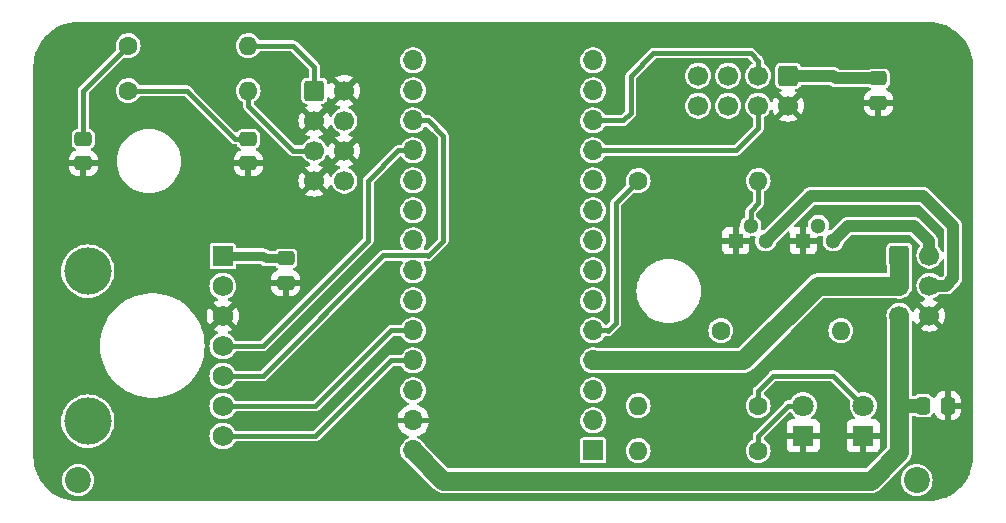
<source format=gbr>
%TF.GenerationSoftware,KiCad,Pcbnew,7.0.2*%
%TF.CreationDate,2023-05-16T00:09:37+02:00*%
%TF.ProjectId,PRO_MCU,50524f5f-4d43-4552-9e6b-696361645f70,rev?*%
%TF.SameCoordinates,Original*%
%TF.FileFunction,Copper,L1,Top*%
%TF.FilePolarity,Positive*%
%FSLAX45Y45*%
G04 Gerber Fmt 4.5, Leading zero omitted, Abs format (unit mm)*
G04 Created by KiCad (PCBNEW 7.0.2) date 2023-05-16 00:09:37*
%MOMM*%
%LPD*%
G01*
G04 APERTURE LIST*
G04 Aperture macros list*
%AMRoundRect*
0 Rectangle with rounded corners*
0 $1 Rounding radius*
0 $2 $3 $4 $5 $6 $7 $8 $9 X,Y pos of 4 corners*
0 Add a 4 corners polygon primitive as box body*
4,1,4,$2,$3,$4,$5,$6,$7,$8,$9,$2,$3,0*
0 Add four circle primitives for the rounded corners*
1,1,$1+$1,$2,$3*
1,1,$1+$1,$4,$5*
1,1,$1+$1,$6,$7*
1,1,$1+$1,$8,$9*
0 Add four rect primitives between the rounded corners*
20,1,$1+$1,$2,$3,$4,$5,0*
20,1,$1+$1,$4,$5,$6,$7,0*
20,1,$1+$1,$6,$7,$8,$9,0*
20,1,$1+$1,$8,$9,$2,$3,0*%
G04 Aperture macros list end*
%TA.AperFunction,ComponentPad*%
%ADD10C,2.200000*%
%TD*%
%TA.AperFunction,ComponentPad*%
%ADD11R,1.700000X1.700000*%
%TD*%
%TA.AperFunction,ComponentPad*%
%ADD12O,1.700000X1.700000*%
%TD*%
%TA.AperFunction,ComponentPad*%
%ADD13C,1.600000*%
%TD*%
%TA.AperFunction,ComponentPad*%
%ADD14O,1.600000X1.600000*%
%TD*%
%TA.AperFunction,SMDPad,CuDef*%
%ADD15RoundRect,0.250000X-0.475000X0.337500X-0.475000X-0.337500X0.475000X-0.337500X0.475000X0.337500X0*%
%TD*%
%TA.AperFunction,ComponentPad*%
%ADD16RoundRect,0.250000X-0.600000X-0.600000X0.600000X-0.600000X0.600000X0.600000X-0.600000X0.600000X0*%
%TD*%
%TA.AperFunction,ComponentPad*%
%ADD17C,1.700000*%
%TD*%
%TA.AperFunction,SMDPad,CuDef*%
%ADD18RoundRect,0.250000X-0.337500X-0.475000X0.337500X-0.475000X0.337500X0.475000X-0.337500X0.475000X0*%
%TD*%
%TA.AperFunction,ComponentPad*%
%ADD19R,1.300000X1.300000*%
%TD*%
%TA.AperFunction,ComponentPad*%
%ADD20C,1.300000*%
%TD*%
%TA.AperFunction,ComponentPad*%
%ADD21RoundRect,0.250000X-0.600000X0.600000X-0.600000X-0.600000X0.600000X-0.600000X0.600000X0.600000X0*%
%TD*%
%TA.AperFunction,ComponentPad*%
%ADD22R,1.800000X1.800000*%
%TD*%
%TA.AperFunction,ComponentPad*%
%ADD23C,1.800000*%
%TD*%
%TA.AperFunction,ComponentPad*%
%ADD24C,4.000000*%
%TD*%
%TA.AperFunction,ComponentPad*%
%ADD25R,1.750000X1.750000*%
%TD*%
%TA.AperFunction,ComponentPad*%
%ADD26C,1.750000*%
%TD*%
%TA.AperFunction,Conductor*%
%ADD27C,0.400000*%
%TD*%
%TA.AperFunction,Conductor*%
%ADD28C,0.800000*%
%TD*%
%TA.AperFunction,Conductor*%
%ADD29C,1.600000*%
%TD*%
%TA.AperFunction,Conductor*%
%ADD30C,1.000000*%
%TD*%
%TA.AperFunction,Conductor*%
%ADD31C,1.200000*%
%TD*%
G04 APERTURE END LIST*
D10*
%TO.P,Logo,*%
%TO.N,*%
X-37890000Y-12949000D03*
X-30790000Y-12949000D03*
%TD*%
D11*
%TO.P,U2,1,~{RESET}*%
%TO.N,unconnected-(U2-~{RESET}-Pad1)*%
X-33528000Y-12698400D03*
D12*
%TO.P,U2,2,3V3*%
%TO.N,+3.3V*%
X-33528000Y-12444400D03*
%TO.P,U2,3,EN*%
%TO.N,unconnected-(U2-EN-Pad3)*%
X-33528000Y-12190400D03*
%TO.P,U2,4,VHI*%
%TO.N,VDD*%
X-33528000Y-11936400D03*
%TO.P,U2,5,A0*%
%TO.N,/Valve_Ctrl*%
X-33528000Y-11682400D03*
%TO.P,U2,6,A1*%
%TO.N,/Pump_Ctrl*%
X-33528000Y-11428400D03*
%TO.P,U2,7,A2*%
%TO.N,/DC*%
X-33528000Y-11174400D03*
%TO.P,U2,8,A3*%
%TO.N,/BL*%
X-33528000Y-10920400D03*
%TO.P,U2,9,A4*%
%TO.N,/Display_RESET*%
X-33528000Y-10666400D03*
%TO.P,U2,10,A5*%
%TO.N,/CS*%
X-33528000Y-10412400D03*
%TO.P,U2,11,SCK*%
%TO.N,/SCK*%
X-33528000Y-10158400D03*
%TO.P,U2,12,MOSI*%
%TO.N,/MOSI*%
X-33528000Y-9904400D03*
%TO.P,U2,13,MISO*%
%TO.N,unconnected-(U2-MISO-Pad13)*%
X-33528000Y-9650400D03*
%TO.P,U2,14,D2*%
%TO.N,unconnected-(U2-D2-Pad14)*%
X-33528000Y-9396400D03*
%TO.P,U2,15,TX_D1*%
%TO.N,unconnected-(U2-TX_D1-Pad15)*%
X-35052000Y-9396400D03*
%TO.P,U2,16,RX_D0*%
%TO.N,unconnected-(U2-RX_D0-Pad16)*%
X-35052000Y-9650400D03*
%TO.P,U2,17,SDA*%
%TO.N,Net-(U2-SDA)*%
X-35052000Y-9904400D03*
%TO.P,U2,18,SCL*%
%TO.N,Net-(U2-SCL)*%
X-35052000Y-10158400D03*
%TO.P,U2,19,D5_5V*%
%TO.N,/Led_Red*%
X-35052000Y-10412400D03*
%TO.P,U2,20,D7*%
%TO.N,/Button_Green*%
X-35052000Y-10666400D03*
%TO.P,U2,21,D9*%
%TO.N,/Button_Red*%
X-35052000Y-10920400D03*
%TO.P,U2,22,D10*%
%TO.N,/Led_Green*%
X-35052000Y-11174400D03*
%TO.P,U2,23,D11*%
%TO.N,unconnected-(U2-D11-Pad23)*%
X-35052000Y-11428400D03*
%TO.P,U2,24,D12*%
%TO.N,/EOC*%
X-35052000Y-11682400D03*
%TO.P,U2,25,D13*%
%TO.N,/Sensor_RESET*%
X-35052000Y-11936400D03*
%TO.P,U2,26,VBUS*%
%TO.N,unconnected-(U2-VBUS-Pad26)*%
X-35052000Y-12190400D03*
%TO.P,U2,27,GND*%
%TO.N,GND*%
X-35052000Y-12444400D03*
%TO.P,U2,28,VBAT*%
%TO.N,+BATT*%
X-35052000Y-12698400D03*
%TD*%
D13*
%TO.P,R4,1*%
%TO.N,/Pump_Ctrl*%
X-32448500Y-11684000D03*
D14*
%TO.P,R4,2*%
%TO.N,Net-(Q2-G)*%
X-31432500Y-11684000D03*
%TD*%
D15*
%TO.P,C5,1*%
%TO.N,+3.3V*%
X-31115000Y-9548250D03*
%TO.P,C5,2*%
%TO.N,GND*%
X-31115000Y-9755750D03*
%TD*%
D13*
%TO.P,R1,1*%
%TO.N,Net-(D1-A)*%
X-32131000Y-12700000D03*
D14*
%TO.P,R1,2*%
%TO.N,/Valve_Ctrl*%
X-33147000Y-12700000D03*
%TD*%
D15*
%TO.P,C4,1*%
%TO.N,+3.3V*%
X-36131500Y-11072250D03*
%TO.P,C4,2*%
%TO.N,GND*%
X-36131500Y-11279750D03*
%TD*%
%TO.P,C2,1*%
%TO.N,/Button_Green*%
X-37846000Y-10060250D03*
%TO.P,C2,2*%
%TO.N,GND*%
X-37846000Y-10267750D03*
%TD*%
D13*
%TO.P,R2,1*%
%TO.N,/Valve_Ctrl*%
X-33147000Y-10414000D03*
D14*
%TO.P,R2,2*%
%TO.N,Net-(Q1-G)*%
X-32131000Y-10414000D03*
%TD*%
D16*
%TO.P,U1,1,P+*%
%TO.N,VDD*%
X-30936250Y-11048500D03*
D17*
%TO.P,U1,2,P-*%
%TO.N,/Pump-*%
X-30682250Y-11048500D03*
%TO.P,U1,3,V+*%
%TO.N,VDD*%
X-30936250Y-11302500D03*
%TO.P,U1,4,V-*%
%TO.N,/Valve-*%
X-30682250Y-11302500D03*
%TO.P,U1,5,BAT+*%
%TO.N,+BATT*%
X-30936250Y-11556500D03*
%TO.P,U1,6,BAT-*%
%TO.N,GND*%
X-30682250Y-11556500D03*
%TD*%
D18*
%TO.P,C1,1*%
%TO.N,+BATT*%
X-30734000Y-12319000D03*
%TO.P,C1,2*%
%TO.N,GND*%
X-30526500Y-12319000D03*
%TD*%
D19*
%TO.P,Q2,1,S*%
%TO.N,GND*%
X-31750000Y-10922000D03*
D20*
%TO.P,Q2,2,G*%
%TO.N,Net-(Q2-G)*%
X-31623000Y-10795000D03*
%TO.P,Q2,3,D*%
%TO.N,/Pump-*%
X-31496000Y-10922000D03*
%TD*%
D15*
%TO.P,C3,1*%
%TO.N,/Button_Red*%
X-36449000Y-10060250D03*
%TO.P,C3,2*%
%TO.N,GND*%
X-36449000Y-10267750D03*
%TD*%
D13*
%TO.P,R6,1*%
%TO.N,/Button_Red*%
X-37465000Y-9652000D03*
D14*
%TO.P,R6,2*%
%TO.N,Net-(R6-Pad2)*%
X-36449000Y-9652000D03*
%TD*%
D21*
%TO.P,U5,1,VCC*%
%TO.N,+3.3V*%
X-31877000Y-9525000D03*
D17*
%TO.P,U5,2,GND*%
%TO.N,GND*%
X-31877000Y-9779000D03*
%TO.P,U5,3,DIN*%
%TO.N,/MOSI*%
X-32131000Y-9525000D03*
%TO.P,U5,4,CLK*%
%TO.N,/SCK*%
X-32131000Y-9779000D03*
%TO.P,U5,5,CS*%
%TO.N,/CS*%
X-32385000Y-9525000D03*
%TO.P,U5,6,DC*%
%TO.N,/DC*%
X-32385000Y-9779000D03*
%TO.P,U5,7,RST*%
%TO.N,/Display_RESET*%
X-32639000Y-9525000D03*
%TO.P,U5,8,BL*%
%TO.N,/BL*%
X-32639000Y-9779000D03*
%TD*%
D19*
%TO.P,Q1,1,S*%
%TO.N,GND*%
X-32321500Y-10922000D03*
D20*
%TO.P,Q1,2,G*%
%TO.N,Net-(Q1-G)*%
X-32194500Y-10795000D03*
%TO.P,Q1,3,D*%
%TO.N,/Valve-*%
X-32067500Y-10922000D03*
%TD*%
D22*
%TO.P,D2,1,K*%
%TO.N,GND*%
X-31242000Y-12573000D03*
D23*
%TO.P,D2,2,A*%
%TO.N,Net-(D2-A)*%
X-31242000Y-12319000D03*
%TD*%
D13*
%TO.P,R5,1*%
%TO.N,/Button_Green*%
X-37465000Y-9271000D03*
D14*
%TO.P,R5,2*%
%TO.N,Net-(R5-Pad2)*%
X-36449000Y-9271000D03*
%TD*%
D13*
%TO.P,R3,1*%
%TO.N,Net-(D2-A)*%
X-32131000Y-12319000D03*
D14*
%TO.P,R3,2*%
%TO.N,/Pump_Ctrl*%
X-33147000Y-12319000D03*
%TD*%
D16*
%TO.P,U4,1,1*%
%TO.N,Net-(R5-Pad2)*%
X-35889250Y-9652000D03*
D17*
%TO.P,U4,2,2*%
%TO.N,GND*%
X-35635250Y-9652000D03*
%TO.P,U4,3,K*%
X-35889250Y-9906000D03*
%TO.P,U4,4,A*%
%TO.N,/Led_Green*%
X-35635250Y-9906000D03*
%TO.P,U4,5,1*%
%TO.N,Net-(R6-Pad2)*%
X-35889250Y-10160000D03*
%TO.P,U4,6,2*%
%TO.N,GND*%
X-35635250Y-10160000D03*
%TO.P,U4,7,K*%
X-35889250Y-10414000D03*
%TO.P,U4,8,A*%
%TO.N,/Led_Red*%
X-35635250Y-10414000D03*
%TD*%
D22*
%TO.P,D1,1,K*%
%TO.N,GND*%
X-31750000Y-12573000D03*
D23*
%TO.P,D1,2,A*%
%TO.N,Net-(D1-A)*%
X-31750000Y-12319000D03*
%TD*%
D24*
%TO.P,U3,*%
%TO.N,*%
X-37807150Y-11179650D03*
X-37807150Y-12449650D03*
D25*
%TO.P,U3,1,VIN*%
%TO.N,+3.3V*%
X-36664150Y-11052650D03*
D26*
%TO.P,U3,2,3Vo*%
%TO.N,unconnected-(U3-3Vo-Pad2)*%
X-36664150Y-11306650D03*
%TO.P,U3,3,GND*%
%TO.N,GND*%
X-36664150Y-11560650D03*
%TO.P,U3,4,SCL*%
%TO.N,Net-(U2-SCL)*%
X-36664150Y-11814650D03*
%TO.P,U3,5,SDA*%
%TO.N,Net-(U2-SDA)*%
X-36664150Y-12068650D03*
%TO.P,U3,6,EOC*%
%TO.N,/EOC*%
X-36664150Y-12322650D03*
%TO.P,U3,7,RST*%
%TO.N,/Sensor_RESET*%
X-36664150Y-12576650D03*
%TD*%
D27*
%TO.N,/Sensor_RESET*%
X-35881150Y-12576650D02*
X-35240900Y-11936400D01*
X-36664150Y-12576650D02*
X-35881150Y-12576650D01*
X-35240900Y-11936400D02*
X-35052000Y-11936400D01*
%TO.N,/EOC*%
X-35881150Y-12322650D02*
X-35240900Y-11682400D01*
X-36664150Y-12322650D02*
X-35881150Y-12322650D01*
X-35240900Y-11682400D02*
X-35052000Y-11682400D01*
D28*
%TO.N,+3.3V*%
X-36302400Y-11072250D02*
X-36131500Y-11072250D01*
X-36322000Y-11052650D02*
X-36302400Y-11072250D01*
X-36664150Y-11052650D02*
X-36322000Y-11052650D01*
D27*
%TO.N,Net-(U2-SDA)*%
X-34798000Y-10033000D02*
X-34926600Y-9904400D01*
X-34925000Y-11049000D02*
X-34798000Y-10922000D01*
X-34926600Y-11047400D02*
X-34925000Y-11049000D01*
X-34798000Y-10922000D02*
X-34798000Y-10033000D01*
X-34926600Y-9904400D02*
X-35052000Y-9904400D01*
X-36664150Y-12068650D02*
X-36325650Y-12068650D01*
X-36325650Y-12068650D02*
X-35304400Y-11047400D01*
X-35304400Y-11047400D02*
X-34926600Y-11047400D01*
%TO.N,Net-(U2-SCL)*%
X-35433000Y-10414000D02*
X-35177400Y-10158400D01*
X-35433000Y-10922000D02*
X-35433000Y-10414000D01*
X-35177400Y-10158400D02*
X-35052000Y-10158400D01*
X-36664150Y-11814650D02*
X-36325650Y-11814650D01*
X-36325650Y-11814650D02*
X-35433000Y-10922000D01*
D29*
%TO.N,+BATT*%
X-34796400Y-12954000D02*
X-35052000Y-12698400D01*
X-31178500Y-12954000D02*
X-34796400Y-12954000D01*
X-30936250Y-12319000D02*
X-30936250Y-12711750D01*
X-30936250Y-12711750D02*
X-31178500Y-12954000D01*
D27*
%TO.N,Net-(Q1-G)*%
X-32131000Y-10604500D02*
X-32131000Y-10414000D01*
X-32194500Y-10668000D02*
X-32131000Y-10604500D01*
X-32194500Y-10795000D02*
X-32194500Y-10668000D01*
D30*
%TO.N,/Valve-*%
X-31686500Y-10541000D02*
X-32067500Y-10922000D01*
X-30734000Y-10541000D02*
X-31686500Y-10541000D01*
X-30480000Y-10795000D02*
X-30734000Y-10541000D01*
X-30543000Y-11302500D02*
X-30480000Y-11239500D01*
X-30682250Y-11302500D02*
X-30543000Y-11302500D01*
X-30480000Y-11239500D02*
X-30480000Y-10795000D01*
D27*
%TO.N,/MOSI*%
X-33020000Y-9334500D02*
X-32194500Y-9334500D01*
X-33210500Y-9525000D02*
X-33020000Y-9334500D01*
X-33210500Y-9842500D02*
X-33210500Y-9525000D01*
X-32131000Y-9398000D02*
X-32131000Y-9525000D01*
X-32194500Y-9334500D02*
X-32131000Y-9398000D01*
X-33272400Y-9904400D02*
X-33210500Y-9842500D01*
X-33528000Y-9904400D02*
X-33272400Y-9904400D01*
%TO.N,/SCK*%
X-32319900Y-10158400D02*
X-32131000Y-9969500D01*
X-32131000Y-9969500D02*
X-32131000Y-9779000D01*
X-33528000Y-10158400D02*
X-32319900Y-10158400D01*
%TO.N,/Valve_Ctrl*%
X-33401000Y-11684000D02*
X-33402600Y-11682400D01*
X-33337500Y-11620500D02*
X-33401000Y-11684000D01*
X-33337500Y-10604500D02*
X-33337500Y-11620500D01*
X-33147000Y-10414000D02*
X-33337500Y-10604500D01*
X-33402600Y-11682400D02*
X-33528000Y-11682400D01*
D31*
%TO.N,+BATT*%
X-30734000Y-12319000D02*
X-30936250Y-12319000D01*
D29*
%TO.N,VDD*%
X-31622500Y-11302500D02*
X-32256400Y-11936400D01*
X-30936250Y-11302500D02*
X-31622500Y-11302500D01*
X-32256400Y-11936400D02*
X-33528000Y-11936400D01*
D30*
%TO.N,+3.3V*%
X-31472750Y-9548250D02*
X-31496000Y-9525000D01*
X-31115000Y-9548250D02*
X-31472750Y-9548250D01*
X-31877000Y-9525000D02*
X-31496000Y-9525000D01*
D27*
%TO.N,/Button_Red*%
X-36562375Y-10060250D02*
X-36449000Y-10060250D01*
X-36970625Y-9652000D02*
X-36562375Y-10060250D01*
X-37465000Y-9652000D02*
X-36970625Y-9652000D01*
%TO.N,/Button_Green*%
X-37846000Y-9652000D02*
X-37465000Y-9271000D01*
X-37846000Y-10060250D02*
X-37846000Y-9652000D01*
%TO.N,Net-(R5-Pad2)*%
X-36068000Y-9271000D02*
X-36449000Y-9271000D01*
X-35889250Y-9652000D02*
X-35889250Y-9449750D01*
X-35889250Y-9449750D02*
X-36068000Y-9271000D01*
%TO.N,Net-(R6-Pad2)*%
X-36449000Y-9779000D02*
X-36449000Y-9652000D01*
X-36068000Y-10160000D02*
X-36449000Y-9779000D01*
X-35889250Y-10160000D02*
X-36068000Y-10160000D01*
D29*
%TO.N,+BATT*%
X-30936250Y-11556500D02*
X-30936250Y-12319000D01*
D27*
%TO.N,Net-(D1-A)*%
X-32131000Y-12573000D02*
X-31877000Y-12319000D01*
X-31877000Y-12319000D02*
X-31750000Y-12319000D01*
X-32131000Y-12700000D02*
X-32131000Y-12573000D01*
%TO.N,Net-(D2-A)*%
X-32004000Y-12065000D02*
X-31496000Y-12065000D01*
X-32131000Y-12192000D02*
X-32004000Y-12065000D01*
X-31496000Y-12065000D02*
X-31242000Y-12319000D01*
X-32131000Y-12319000D02*
X-32131000Y-12192000D01*
D30*
%TO.N,/Pump-*%
X-31369000Y-10795000D02*
X-31496000Y-10922000D01*
X-30815542Y-10795000D02*
X-31369000Y-10795000D01*
X-30682250Y-10928292D02*
X-30815542Y-10795000D01*
X-30682250Y-11048500D02*
X-30682250Y-10928292D01*
D29*
%TO.N,VDD*%
X-30936250Y-11048500D02*
X-30936250Y-11302500D01*
%TD*%
%TA.AperFunction,Conductor*%
%TO.N,GND*%
G36*
X-35681199Y-10180984D02*
G01*
X-35673426Y-10193080D01*
X-35662560Y-10202495D01*
X-35649482Y-10208468D01*
X-35648503Y-10208609D01*
X-35711387Y-10271493D01*
X-35703008Y-10277360D01*
X-35681599Y-10287343D01*
X-35677692Y-10288390D01*
X-35671726Y-10292027D01*
X-35668673Y-10298311D01*
X-35669502Y-10305249D01*
X-35673950Y-10310637D01*
X-35676421Y-10311930D01*
X-35681392Y-10313856D01*
X-35684514Y-10315065D01*
X-35701854Y-10325802D01*
X-35716926Y-10339542D01*
X-35729218Y-10355818D01*
X-35737932Y-10373319D01*
X-35742682Y-10378443D01*
X-35749448Y-10380185D01*
X-35756082Y-10377992D01*
X-35760478Y-10372561D01*
X-35761009Y-10371001D01*
X-35761907Y-10367651D01*
X-35771890Y-10346242D01*
X-35777757Y-10337863D01*
X-35840942Y-10401048D01*
X-35843301Y-10393016D01*
X-35851074Y-10380920D01*
X-35861940Y-10371505D01*
X-35875019Y-10365532D01*
X-35875997Y-10365391D01*
X-35813113Y-10302507D01*
X-35813113Y-10302507D01*
X-35821492Y-10296640D01*
X-35842901Y-10286657D01*
X-35846809Y-10285610D01*
X-35852775Y-10281973D01*
X-35855827Y-10275688D01*
X-35854998Y-10268751D01*
X-35850549Y-10263363D01*
X-35848079Y-10262070D01*
X-35839986Y-10258935D01*
X-35837402Y-10257335D01*
X-35822646Y-10248198D01*
X-35807574Y-10234458D01*
X-35795283Y-10218182D01*
X-35786568Y-10200681D01*
X-35781818Y-10195557D01*
X-35775052Y-10193815D01*
X-35768418Y-10196008D01*
X-35764022Y-10201439D01*
X-35763491Y-10202999D01*
X-35762593Y-10206349D01*
X-35752610Y-10227758D01*
X-35746743Y-10236137D01*
X-35683558Y-10172952D01*
X-35681199Y-10180984D01*
G37*
%TD.AperFunction*%
%TA.AperFunction,Conductor*%
G36*
X-35777757Y-9982137D02*
G01*
X-35777757Y-9982137D01*
X-35771890Y-9973758D01*
X-35761907Y-9952349D01*
X-35761009Y-9948999D01*
X-35757373Y-9943033D01*
X-35751088Y-9939980D01*
X-35744150Y-9940810D01*
X-35738763Y-9945258D01*
X-35737932Y-9946681D01*
X-35735080Y-9952407D01*
X-35729217Y-9964182D01*
X-35718135Y-9978858D01*
X-35716926Y-9980458D01*
X-35712632Y-9984373D01*
X-35701854Y-9994198D01*
X-35684514Y-10004935D01*
X-35676421Y-10008070D01*
X-35670881Y-10012327D01*
X-35668522Y-10018903D01*
X-35670093Y-10025712D01*
X-35675096Y-10030590D01*
X-35677691Y-10031610D01*
X-35681599Y-10032657D01*
X-35703008Y-10042640D01*
X-35711387Y-10048507D01*
X-35711387Y-10048507D01*
X-35648503Y-10111391D01*
X-35649482Y-10111532D01*
X-35662560Y-10117505D01*
X-35673426Y-10126920D01*
X-35681199Y-10139016D01*
X-35683558Y-10147048D01*
X-35746743Y-10083863D01*
X-35746743Y-10083863D01*
X-35752610Y-10092242D01*
X-35762593Y-10113651D01*
X-35763491Y-10117001D01*
X-35767127Y-10122967D01*
X-35773412Y-10126020D01*
X-35780349Y-10125191D01*
X-35785737Y-10120742D01*
X-35786568Y-10119319D01*
X-35795283Y-10101818D01*
X-35807574Y-10085542D01*
X-35822646Y-10071802D01*
X-35839986Y-10061065D01*
X-35848079Y-10057930D01*
X-35853619Y-10053673D01*
X-35855978Y-10047096D01*
X-35854407Y-10040288D01*
X-35849404Y-10035410D01*
X-35846808Y-10034390D01*
X-35842901Y-10033343D01*
X-35821492Y-10023360D01*
X-35813113Y-10017493D01*
X-35875997Y-9954609D01*
X-35875019Y-9954468D01*
X-35861940Y-9948495D01*
X-35851074Y-9939080D01*
X-35843301Y-9926984D01*
X-35840942Y-9918952D01*
X-35777757Y-9982137D01*
G37*
%TD.AperFunction*%
%TA.AperFunction,Conductor*%
G36*
X-35681199Y-9672984D02*
G01*
X-35673426Y-9685080D01*
X-35662560Y-9694495D01*
X-35649482Y-9700468D01*
X-35648503Y-9700609D01*
X-35711387Y-9763493D01*
X-35703008Y-9769360D01*
X-35681599Y-9779343D01*
X-35677692Y-9780390D01*
X-35671726Y-9784027D01*
X-35668673Y-9790311D01*
X-35669502Y-9797249D01*
X-35673950Y-9802637D01*
X-35676421Y-9803930D01*
X-35682588Y-9806319D01*
X-35684514Y-9807065D01*
X-35701854Y-9817802D01*
X-35716926Y-9831542D01*
X-35729218Y-9847818D01*
X-35737932Y-9865319D01*
X-35742682Y-9870443D01*
X-35749448Y-9872185D01*
X-35756082Y-9869992D01*
X-35760478Y-9864561D01*
X-35761009Y-9863001D01*
X-35761907Y-9859651D01*
X-35771890Y-9838242D01*
X-35777757Y-9829863D01*
X-35840942Y-9893048D01*
X-35843301Y-9885016D01*
X-35851074Y-9872920D01*
X-35861940Y-9863505D01*
X-35875019Y-9857532D01*
X-35875997Y-9857391D01*
X-35813113Y-9794507D01*
X-35813113Y-9794507D01*
X-35821492Y-9788640D01*
X-35828050Y-9785582D01*
X-35833294Y-9780965D01*
X-35835209Y-9774245D01*
X-35833188Y-9767557D01*
X-35827871Y-9763024D01*
X-35824135Y-9762015D01*
X-35818502Y-9761409D01*
X-35805017Y-9756380D01*
X-35793495Y-9747755D01*
X-35784870Y-9736233D01*
X-35784784Y-9736001D01*
X-35779841Y-9722748D01*
X-35779235Y-9717115D01*
X-35776561Y-9710660D01*
X-35770822Y-9706675D01*
X-35763840Y-9706425D01*
X-35757831Y-9709991D01*
X-35755668Y-9713200D01*
X-35752610Y-9719758D01*
X-35746743Y-9728137D01*
X-35683558Y-9664952D01*
X-35681199Y-9672984D01*
G37*
%TD.AperFunction*%
%TA.AperFunction,Conductor*%
G36*
X-30763519Y-10618019D02*
G01*
X-30761455Y-10619682D01*
X-30558682Y-10822455D01*
X-30555333Y-10828587D01*
X-30555050Y-10831223D01*
X-30555050Y-11004532D01*
X-30557018Y-11011236D01*
X-30562299Y-11015811D01*
X-30569215Y-11016806D01*
X-30575570Y-11013903D01*
X-30578417Y-11009473D01*
X-30578680Y-11009604D01*
X-30588282Y-10990318D01*
X-30600573Y-10974042D01*
X-30603154Y-10971690D01*
X-30606782Y-10965719D01*
X-30607200Y-10962526D01*
X-30607200Y-10934662D01*
X-30607069Y-10932865D01*
X-30606721Y-10930490D01*
X-30607153Y-10925555D01*
X-30607200Y-10924475D01*
X-30607200Y-10924281D01*
X-30607200Y-10923921D01*
X-30607326Y-10922843D01*
X-30607560Y-10920841D01*
X-30607596Y-10920483D01*
X-30608261Y-10912887D01*
X-30608683Y-10910984D01*
X-30611291Y-10903819D01*
X-30611409Y-10903479D01*
X-30613808Y-10896240D01*
X-30614658Y-10894485D01*
X-30618847Y-10888115D01*
X-30619040Y-10887811D01*
X-30623044Y-10881320D01*
X-30624276Y-10879808D01*
X-30629821Y-10874577D01*
X-30630079Y-10874326D01*
X-30757969Y-10746436D01*
X-30759147Y-10745073D01*
X-30760581Y-10743147D01*
X-30764375Y-10739964D01*
X-30765171Y-10739234D01*
X-30765308Y-10739097D01*
X-30765310Y-10739095D01*
X-30765564Y-10738841D01*
X-30765847Y-10738617D01*
X-30767996Y-10736918D01*
X-30768276Y-10736690D01*
X-30774116Y-10731789D01*
X-30775761Y-10730742D01*
X-30782671Y-10727519D01*
X-30782995Y-10727362D01*
X-30789811Y-10723939D01*
X-30791652Y-10723300D01*
X-30799121Y-10721757D01*
X-30799472Y-10721679D01*
X-30806892Y-10719921D01*
X-30808830Y-10719723D01*
X-30816455Y-10719945D01*
X-30816816Y-10719950D01*
X-31362629Y-10719950D01*
X-31364426Y-10719819D01*
X-31366802Y-10719471D01*
X-31369723Y-10719727D01*
X-31371737Y-10719903D01*
X-31372817Y-10719950D01*
X-31373371Y-10719950D01*
X-31373727Y-10719992D01*
X-31373729Y-10719992D01*
X-31376451Y-10720310D01*
X-31376809Y-10720347D01*
X-31384405Y-10721011D01*
X-31386307Y-10721433D01*
X-31391221Y-10723221D01*
X-31393474Y-10724041D01*
X-31393813Y-10724159D01*
X-31401053Y-10726558D01*
X-31402807Y-10727407D01*
X-31409179Y-10731599D01*
X-31409479Y-10731789D01*
X-31409609Y-10731870D01*
X-31415973Y-10735795D01*
X-31417483Y-10737025D01*
X-31417569Y-10737117D01*
X-31417570Y-10737117D01*
X-31421263Y-10741032D01*
X-31422715Y-10742571D01*
X-31422966Y-10742830D01*
X-31511277Y-10831140D01*
X-31517409Y-10834489D01*
X-31517460Y-10834500D01*
X-31519398Y-10834912D01*
X-31521899Y-10835443D01*
X-31528866Y-10834912D01*
X-31534439Y-10830698D01*
X-31536850Y-10824140D01*
X-31536271Y-10819483D01*
X-31534433Y-10813826D01*
X-31532454Y-10795000D01*
X-31534433Y-10776174D01*
X-31540282Y-10758172D01*
X-31549747Y-10741778D01*
X-31562413Y-10727711D01*
X-31577727Y-10716585D01*
X-31595020Y-10708886D01*
X-31613535Y-10704950D01*
X-31613535Y-10704950D01*
X-31632465Y-10704950D01*
X-31632465Y-10704950D01*
X-31650980Y-10708886D01*
X-31668273Y-10716585D01*
X-31683587Y-10727711D01*
X-31696253Y-10741778D01*
X-31705718Y-10758172D01*
X-31708045Y-10765335D01*
X-31711567Y-10776174D01*
X-31712744Y-10787371D01*
X-31713640Y-10795896D01*
X-31716299Y-10802358D01*
X-31722028Y-10806356D01*
X-31724810Y-10806810D01*
X-31725000Y-10807000D01*
X-31725000Y-10893938D01*
X-31731905Y-10888564D01*
X-31743742Y-10884500D01*
X-31753107Y-10884500D01*
X-31762345Y-10886041D01*
X-31773351Y-10891998D01*
X-31775000Y-10893789D01*
X-31775000Y-10807000D01*
X-31816427Y-10807000D01*
X-31823131Y-10805032D01*
X-31827706Y-10799751D01*
X-31828701Y-10792835D01*
X-31825798Y-10786480D01*
X-31825195Y-10785832D01*
X-31659045Y-10619682D01*
X-31652913Y-10616333D01*
X-31650277Y-10616050D01*
X-30770223Y-10616050D01*
X-30763519Y-10618019D01*
G37*
%TD.AperFunction*%
%TA.AperFunction,Conductor*%
G36*
X-30689697Y-9071065D02*
G01*
X-30653562Y-9072840D01*
X-30652352Y-9072959D01*
X-30616868Y-9078223D01*
X-30615675Y-9078460D01*
X-30580875Y-9087177D01*
X-30579715Y-9087529D01*
X-30545938Y-9099615D01*
X-30544816Y-9100079D01*
X-30512385Y-9115418D01*
X-30511314Y-9115991D01*
X-30480544Y-9134434D01*
X-30479535Y-9135108D01*
X-30450719Y-9156479D01*
X-30449780Y-9157249D01*
X-30423199Y-9181342D01*
X-30422342Y-9182199D01*
X-30398249Y-9208780D01*
X-30397479Y-9209719D01*
X-30376108Y-9238535D01*
X-30375433Y-9239544D01*
X-30356991Y-9270314D01*
X-30356418Y-9271385D01*
X-30341079Y-9303816D01*
X-30340615Y-9304938D01*
X-30328529Y-9338715D01*
X-30328177Y-9339875D01*
X-30321406Y-9366906D01*
X-30319460Y-9374675D01*
X-30319223Y-9375868D01*
X-30316193Y-9396297D01*
X-30313959Y-9411352D01*
X-30313840Y-9412562D01*
X-30312359Y-9442701D01*
X-30312065Y-9448697D01*
X-30312050Y-9449305D01*
X-30312050Y-12748695D01*
X-30312065Y-12749303D01*
X-30313222Y-12772858D01*
X-30313840Y-12785437D01*
X-30313959Y-12786648D01*
X-30319223Y-12822132D01*
X-30319460Y-12823325D01*
X-30321532Y-12831596D01*
X-30328177Y-12858124D01*
X-30328529Y-12859286D01*
X-30337110Y-12883267D01*
X-30340614Y-12893061D01*
X-30341080Y-12894185D01*
X-30356418Y-12926614D01*
X-30356991Y-12927687D01*
X-30375433Y-12958455D01*
X-30376109Y-12959466D01*
X-30397478Y-12988280D01*
X-30398250Y-12989220D01*
X-30422341Y-13015800D01*
X-30423200Y-13016659D01*
X-30436419Y-13028641D01*
X-30449779Y-13040750D01*
X-30450720Y-13041522D01*
X-30479533Y-13062891D01*
X-30480545Y-13063567D01*
X-30511313Y-13082008D01*
X-30512386Y-13082582D01*
X-30544815Y-13097920D01*
X-30545939Y-13098386D01*
X-30562826Y-13104428D01*
X-30579713Y-13110470D01*
X-30580877Y-13110823D01*
X-30615675Y-13119540D01*
X-30616868Y-13119777D01*
X-30652352Y-13125040D01*
X-30653563Y-13125160D01*
X-30687607Y-13126832D01*
X-30689697Y-13126935D01*
X-30690305Y-13126950D01*
X-37889695Y-13126950D01*
X-37890303Y-13126935D01*
X-37892276Y-13126838D01*
X-37926437Y-13125160D01*
X-37927648Y-13125040D01*
X-37963132Y-13119777D01*
X-37964325Y-13119540D01*
X-37999123Y-13110823D01*
X-38000287Y-13110470D01*
X-38034061Y-13098386D01*
X-38035185Y-13097920D01*
X-38067614Y-13082582D01*
X-38068687Y-13082008D01*
X-38099455Y-13063567D01*
X-38100467Y-13062891D01*
X-38129280Y-13041522D01*
X-38130221Y-13040750D01*
X-38156800Y-13016660D01*
X-38157660Y-13015799D01*
X-38181750Y-12989220D01*
X-38182522Y-12988280D01*
X-38203891Y-12959466D01*
X-38204567Y-12958455D01*
X-38210234Y-12949000D01*
X-38025566Y-12949000D01*
X-38023506Y-12972541D01*
X-38017390Y-12995366D01*
X-38007404Y-13016783D01*
X-37993850Y-13036140D01*
X-37977140Y-13052849D01*
X-37957783Y-13066403D01*
X-37936366Y-13076390D01*
X-37913541Y-13082506D01*
X-37890000Y-13084566D01*
X-37866459Y-13082506D01*
X-37864601Y-13082008D01*
X-37843634Y-13076390D01*
X-37822217Y-13066403D01*
X-37802860Y-13052849D01*
X-37786151Y-13036140D01*
X-37772597Y-13016783D01*
X-37762610Y-12995366D01*
X-37760574Y-12987770D01*
X-37756494Y-12972541D01*
X-37754434Y-12949000D01*
X-37756494Y-12925459D01*
X-37762610Y-12902634D01*
X-37772597Y-12881217D01*
X-37786151Y-12861860D01*
X-37802860Y-12845151D01*
X-37802860Y-12845150D01*
X-37822217Y-12831596D01*
X-37843634Y-12821610D01*
X-37866459Y-12815494D01*
X-37890000Y-12813434D01*
X-37913541Y-12815494D01*
X-37936366Y-12821610D01*
X-37936366Y-12821610D01*
X-37957783Y-12831596D01*
X-37977140Y-12845150D01*
X-37993850Y-12861860D01*
X-38007404Y-12881217D01*
X-38017390Y-12902634D01*
X-38023506Y-12925459D01*
X-38025566Y-12949000D01*
X-38210234Y-12949000D01*
X-38223009Y-12927687D01*
X-38223582Y-12926614D01*
X-38238920Y-12894185D01*
X-38239386Y-12893061D01*
X-38251470Y-12859287D01*
X-38251823Y-12858123D01*
X-38260540Y-12823325D01*
X-38260777Y-12822132D01*
X-38266041Y-12786648D01*
X-38266160Y-12785437D01*
X-38267935Y-12749303D01*
X-38267950Y-12748695D01*
X-38267950Y-12449650D01*
X-38032683Y-12449650D01*
X-38030753Y-12479088D01*
X-38024998Y-12508022D01*
X-38015515Y-12535958D01*
X-38002467Y-12562416D01*
X-37986077Y-12586946D01*
X-37966626Y-12609126D01*
X-37944446Y-12628577D01*
X-37919917Y-12644967D01*
X-37893458Y-12658015D01*
X-37865522Y-12667498D01*
X-37836588Y-12673253D01*
X-37807150Y-12675183D01*
X-37777712Y-12673253D01*
X-37748778Y-12667498D01*
X-37748394Y-12667368D01*
X-37748393Y-12667368D01*
X-37735823Y-12663101D01*
X-37720842Y-12658015D01*
X-37720478Y-12657835D01*
X-37694747Y-12645147D01*
X-37694747Y-12645146D01*
X-37694384Y-12644967D01*
X-37669854Y-12628577D01*
X-37647674Y-12609126D01*
X-37642803Y-12603572D01*
X-37630983Y-12590093D01*
X-37628223Y-12586946D01*
X-37622715Y-12578703D01*
X-37621343Y-12576650D01*
X-36777182Y-12576650D01*
X-36775558Y-12594172D01*
X-36775258Y-12597420D01*
X-36769549Y-12617482D01*
X-36760252Y-12636153D01*
X-36760252Y-12636154D01*
X-36760252Y-12636154D01*
X-36747682Y-12652799D01*
X-36732267Y-12666852D01*
X-36714533Y-12677832D01*
X-36695083Y-12685367D01*
X-36674579Y-12689200D01*
X-36674579Y-12689200D01*
X-36653721Y-12689200D01*
X-36653721Y-12689200D01*
X-36633217Y-12685367D01*
X-36613767Y-12677832D01*
X-36596033Y-12666852D01*
X-36596033Y-12666851D01*
X-36596033Y-12666851D01*
X-36580618Y-12652799D01*
X-36568048Y-12636153D01*
X-36564273Y-12628573D01*
X-36559523Y-12623449D01*
X-36553173Y-12621700D01*
X-35884376Y-12621700D01*
X-35882988Y-12621778D01*
X-35879447Y-12622177D01*
X-35879447Y-12622177D01*
X-35879447Y-12622177D01*
X-35873826Y-12621113D01*
X-35873374Y-12621037D01*
X-35867721Y-12620185D01*
X-35867721Y-12620185D01*
X-35867125Y-12620095D01*
X-35866636Y-12619934D01*
X-35866103Y-12619652D01*
X-35866103Y-12619652D01*
X-35861043Y-12616978D01*
X-35860636Y-12616773D01*
X-35855486Y-12614292D01*
X-35854944Y-12614031D01*
X-35854521Y-12613732D01*
X-35850055Y-12609265D01*
X-35849721Y-12608943D01*
X-35849589Y-12608821D01*
X-35845531Y-12605055D01*
X-35845531Y-12605055D01*
X-35845089Y-12604646D01*
X-35843947Y-12603157D01*
X-35710190Y-12469400D01*
X-35185064Y-12469400D01*
X-35179343Y-12490749D01*
X-35169360Y-12512158D01*
X-35155811Y-12531508D01*
X-35139108Y-12548211D01*
X-35119758Y-12561760D01*
X-35098349Y-12571743D01*
X-35094442Y-12572790D01*
X-35088476Y-12576426D01*
X-35085423Y-12582711D01*
X-35086252Y-12589649D01*
X-35090700Y-12595037D01*
X-35093171Y-12596330D01*
X-35099338Y-12598719D01*
X-35101264Y-12599465D01*
X-35118604Y-12610202D01*
X-35133676Y-12623942D01*
X-35145968Y-12640218D01*
X-35154894Y-12658146D01*
X-35155058Y-12658475D01*
X-35160640Y-12678092D01*
X-35162522Y-12698400D01*
X-35160640Y-12718708D01*
X-35155058Y-12738325D01*
X-35151927Y-12744614D01*
X-35145968Y-12756582D01*
X-35145967Y-12756582D01*
X-35145967Y-12756582D01*
X-35133676Y-12772858D01*
X-35118604Y-12786598D01*
X-35103443Y-12795985D01*
X-35101204Y-12797759D01*
X-34874761Y-13024202D01*
X-34873945Y-13025102D01*
X-34871041Y-13028641D01*
X-34855787Y-13041159D01*
X-34855045Y-13041768D01*
X-34836795Y-13051523D01*
X-34816993Y-13057530D01*
X-34796400Y-13059558D01*
X-34791845Y-13059110D01*
X-34790630Y-13059050D01*
X-31184270Y-13059050D01*
X-31183055Y-13059110D01*
X-31178500Y-13059558D01*
X-31157907Y-13057530D01*
X-31138104Y-13051523D01*
X-31119855Y-13041768D01*
X-31119113Y-13041159D01*
X-31103859Y-13028641D01*
X-31100955Y-13025103D01*
X-31100138Y-13024201D01*
X-31024937Y-12949000D01*
X-30925566Y-12949000D01*
X-30923506Y-12972541D01*
X-30917390Y-12995366D01*
X-30907403Y-13016783D01*
X-30893849Y-13036140D01*
X-30877140Y-13052849D01*
X-30857783Y-13066403D01*
X-30836366Y-13076390D01*
X-30813541Y-13082506D01*
X-30790000Y-13084566D01*
X-30790000Y-13084566D01*
X-30790000Y-13084566D01*
X-30766459Y-13082506D01*
X-30764601Y-13082008D01*
X-30743634Y-13076390D01*
X-30722217Y-13066403D01*
X-30702860Y-13052849D01*
X-30686150Y-13036140D01*
X-30672596Y-13016783D01*
X-30662610Y-12995366D01*
X-30660574Y-12987770D01*
X-30656494Y-12972541D01*
X-30654434Y-12949000D01*
X-30656494Y-12925459D01*
X-30662610Y-12902634D01*
X-30672596Y-12881217D01*
X-30686150Y-12861860D01*
X-30702859Y-12845151D01*
X-30702860Y-12845150D01*
X-30722217Y-12831596D01*
X-30743634Y-12821610D01*
X-30766459Y-12815494D01*
X-30790000Y-12813434D01*
X-30813541Y-12815494D01*
X-30836366Y-12821610D01*
X-30836366Y-12821610D01*
X-30857783Y-12831596D01*
X-30877140Y-12845150D01*
X-30893849Y-12861860D01*
X-30907403Y-12881217D01*
X-30917390Y-12902634D01*
X-30923506Y-12925459D01*
X-30925566Y-12949000D01*
X-31024937Y-12949000D01*
X-30866048Y-12790111D01*
X-30865147Y-12789294D01*
X-30861609Y-12786391D01*
X-30858319Y-12782382D01*
X-30848481Y-12770395D01*
X-30838727Y-12752146D01*
X-30837865Y-12749303D01*
X-30832720Y-12732343D01*
X-30832720Y-12732343D01*
X-30830692Y-12711750D01*
X-30831140Y-12707195D01*
X-30831200Y-12705980D01*
X-30831200Y-12416450D01*
X-30829231Y-12409746D01*
X-30823951Y-12405171D01*
X-30818800Y-12404050D01*
X-30805233Y-12404050D01*
X-30798530Y-12406018D01*
X-30797802Y-12406523D01*
X-30794141Y-12409264D01*
X-30791983Y-12410880D01*
X-30778498Y-12415909D01*
X-30772537Y-12416550D01*
X-30695463Y-12416550D01*
X-30689502Y-12415909D01*
X-30676017Y-12410880D01*
X-30664495Y-12402255D01*
X-30655870Y-12390733D01*
X-30655870Y-12390733D01*
X-30655870Y-12390733D01*
X-30655132Y-12388753D01*
X-30650944Y-12383159D01*
X-30644398Y-12380718D01*
X-30637571Y-12382203D01*
X-30632630Y-12387144D01*
X-30631743Y-12389186D01*
X-30628686Y-12398412D01*
X-30619482Y-12413334D01*
X-30607084Y-12425732D01*
X-30592162Y-12434936D01*
X-30575520Y-12440451D01*
X-30565561Y-12441468D01*
X-30564933Y-12441500D01*
X-30551500Y-12441500D01*
X-30551500Y-12344000D01*
X-30501500Y-12344000D01*
X-30501500Y-12441500D01*
X-30488067Y-12441500D01*
X-30487439Y-12441468D01*
X-30477480Y-12440451D01*
X-30460838Y-12434936D01*
X-30445915Y-12425732D01*
X-30433518Y-12413334D01*
X-30424314Y-12398412D01*
X-30418799Y-12381770D01*
X-30417782Y-12371811D01*
X-30417750Y-12371183D01*
X-30417750Y-12344000D01*
X-30501500Y-12344000D01*
X-30551500Y-12344000D01*
X-30551500Y-12196500D01*
X-30501500Y-12196500D01*
X-30501500Y-12294000D01*
X-30417750Y-12294000D01*
X-30417750Y-12266817D01*
X-30417782Y-12266189D01*
X-30418799Y-12256230D01*
X-30424314Y-12239588D01*
X-30433518Y-12224665D01*
X-30445915Y-12212268D01*
X-30460838Y-12203064D01*
X-30477480Y-12197549D01*
X-30487439Y-12196532D01*
X-30488067Y-12196500D01*
X-30501500Y-12196500D01*
X-30551500Y-12196500D01*
X-30564933Y-12196500D01*
X-30565561Y-12196532D01*
X-30575519Y-12197549D01*
X-30592162Y-12203064D01*
X-30607084Y-12212268D01*
X-30619482Y-12224665D01*
X-30628686Y-12239588D01*
X-30631743Y-12248814D01*
X-30635720Y-12254558D01*
X-30642172Y-12257241D01*
X-30649049Y-12256009D01*
X-30654169Y-12251255D01*
X-30655132Y-12249247D01*
X-30655870Y-12247267D01*
X-30664495Y-12235745D01*
X-30676017Y-12227120D01*
X-30689502Y-12222091D01*
X-30695133Y-12221485D01*
X-30695133Y-12221485D01*
X-30695463Y-12221450D01*
X-30695795Y-12221450D01*
X-30695795Y-12221450D01*
X-30772206Y-12221450D01*
X-30772208Y-12221450D01*
X-30772537Y-12221450D01*
X-30772865Y-12221485D01*
X-30772866Y-12221485D01*
X-30778498Y-12222091D01*
X-30791983Y-12227120D01*
X-30797802Y-12231477D01*
X-30804349Y-12233918D01*
X-30805233Y-12233950D01*
X-30818800Y-12233950D01*
X-30825504Y-12231981D01*
X-30830079Y-12226701D01*
X-30831200Y-12221550D01*
X-30831200Y-11612446D01*
X-30829231Y-11605742D01*
X-30823951Y-11601166D01*
X-30817035Y-11600172D01*
X-30810680Y-11603074D01*
X-30807562Y-11607205D01*
X-30799610Y-11624258D01*
X-30793742Y-11632637D01*
X-30730558Y-11569452D01*
X-30728199Y-11577484D01*
X-30720426Y-11589580D01*
X-30709560Y-11598995D01*
X-30696481Y-11604968D01*
X-30695503Y-11605109D01*
X-30758387Y-11667992D01*
X-30750008Y-11673860D01*
X-30728599Y-11683843D01*
X-30705782Y-11689957D01*
X-30682250Y-11692016D01*
X-30658718Y-11689957D01*
X-30635901Y-11683843D01*
X-30614492Y-11673860D01*
X-30606112Y-11667992D01*
X-30668997Y-11605109D01*
X-30668018Y-11604968D01*
X-30654940Y-11598995D01*
X-30644074Y-11589580D01*
X-30636301Y-11577484D01*
X-30633942Y-11569452D01*
X-30570757Y-11632637D01*
X-30570757Y-11632637D01*
X-30564890Y-11624258D01*
X-30554907Y-11602849D01*
X-30548793Y-11580032D01*
X-30546734Y-11556500D01*
X-30548793Y-11532968D01*
X-30554907Y-11510151D01*
X-30564890Y-11488742D01*
X-30570757Y-11480362D01*
X-30570757Y-11480362D01*
X-30633942Y-11543547D01*
X-30636301Y-11535516D01*
X-30644074Y-11523420D01*
X-30654940Y-11514005D01*
X-30668018Y-11508032D01*
X-30668997Y-11507891D01*
X-30606112Y-11445007D01*
X-30606113Y-11445007D01*
X-30614492Y-11439140D01*
X-30635901Y-11429157D01*
X-30639809Y-11428110D01*
X-30645775Y-11424473D01*
X-30648827Y-11418188D01*
X-30647998Y-11411251D01*
X-30643549Y-11405863D01*
X-30641079Y-11404570D01*
X-30632986Y-11401435D01*
X-30626756Y-11397577D01*
X-30615646Y-11390698D01*
X-30604773Y-11380786D01*
X-30598493Y-11377725D01*
X-30596419Y-11377550D01*
X-30549371Y-11377550D01*
X-30547574Y-11377681D01*
X-30547275Y-11377725D01*
X-30545198Y-11378029D01*
X-30540263Y-11377597D01*
X-30539182Y-11377550D01*
X-30538990Y-11377550D01*
X-30538629Y-11377550D01*
X-30535552Y-11377190D01*
X-30535193Y-11377154D01*
X-30534605Y-11377102D01*
X-30527720Y-11376500D01*
X-30527720Y-11376500D01*
X-30527595Y-11376489D01*
X-30525693Y-11376067D01*
X-30525575Y-11376024D01*
X-30525574Y-11376024D01*
X-30518527Y-11373459D01*
X-30518187Y-11373341D01*
X-30510947Y-11370942D01*
X-30509194Y-11370093D01*
X-30509088Y-11370024D01*
X-30509088Y-11370024D01*
X-30502818Y-11365900D01*
X-30502518Y-11365709D01*
X-30496027Y-11361705D01*
X-30494517Y-11360475D01*
X-30489285Y-11354929D01*
X-30489033Y-11354670D01*
X-30431436Y-11297073D01*
X-30430073Y-11295895D01*
X-30428147Y-11294461D01*
X-30424963Y-11290666D01*
X-30424232Y-11289868D01*
X-30424096Y-11289733D01*
X-30423841Y-11289478D01*
X-30423617Y-11289195D01*
X-30423617Y-11289194D01*
X-30421919Y-11287048D01*
X-30421692Y-11286768D01*
X-30419490Y-11284144D01*
X-30416870Y-11281021D01*
X-30416870Y-11281021D01*
X-30416789Y-11280925D01*
X-30415742Y-11279282D01*
X-30412519Y-11272371D01*
X-30412362Y-11272047D01*
X-30408939Y-11265230D01*
X-30408300Y-11263390D01*
X-30408136Y-11262598D01*
X-30406758Y-11255922D01*
X-30406680Y-11255571D01*
X-30404921Y-11248149D01*
X-30404723Y-11246212D01*
X-30404945Y-11238587D01*
X-30404950Y-11238226D01*
X-30404950Y-10801371D01*
X-30404819Y-10799574D01*
X-30404471Y-10797198D01*
X-30404903Y-10792263D01*
X-30404950Y-10791183D01*
X-30404950Y-10790989D01*
X-30404950Y-10790629D01*
X-30404992Y-10790273D01*
X-30404992Y-10790272D01*
X-30405310Y-10787548D01*
X-30405347Y-10787190D01*
X-30406011Y-10779595D01*
X-30406433Y-10777692D01*
X-30409041Y-10770527D01*
X-30409159Y-10770187D01*
X-30411558Y-10762948D01*
X-30412408Y-10761193D01*
X-30416596Y-10754824D01*
X-30416790Y-10754520D01*
X-30420795Y-10748028D01*
X-30422026Y-10746516D01*
X-30427573Y-10741283D01*
X-30427831Y-10741032D01*
X-30676427Y-10492436D01*
X-30677605Y-10491073D01*
X-30679039Y-10489147D01*
X-30682833Y-10485964D01*
X-30683629Y-10485234D01*
X-30683766Y-10485097D01*
X-30683768Y-10485095D01*
X-30684022Y-10484841D01*
X-30684305Y-10484617D01*
X-30686455Y-10482918D01*
X-30686734Y-10482690D01*
X-30692574Y-10477789D01*
X-30694219Y-10476742D01*
X-30701129Y-10473519D01*
X-30701454Y-10473362D01*
X-30708269Y-10469939D01*
X-30710110Y-10469300D01*
X-30717579Y-10467757D01*
X-30717930Y-10467679D01*
X-30725350Y-10465921D01*
X-30727288Y-10465723D01*
X-30734913Y-10465945D01*
X-30735274Y-10465950D01*
X-31680129Y-10465950D01*
X-31681926Y-10465819D01*
X-31684302Y-10465471D01*
X-31689237Y-10465903D01*
X-31690318Y-10465950D01*
X-31690871Y-10465950D01*
X-31691227Y-10465992D01*
X-31691228Y-10465992D01*
X-31693950Y-10466310D01*
X-31694308Y-10466346D01*
X-31701904Y-10467011D01*
X-31703807Y-10467433D01*
X-31703925Y-10467476D01*
X-31703925Y-10467476D01*
X-31710974Y-10470041D01*
X-31711311Y-10470158D01*
X-31718553Y-10472558D01*
X-31720307Y-10473407D01*
X-31720411Y-10473476D01*
X-31720412Y-10473476D01*
X-31726680Y-10477599D01*
X-31726980Y-10477790D01*
X-31733473Y-10481795D01*
X-31734983Y-10483026D01*
X-31735069Y-10483117D01*
X-31735070Y-10483117D01*
X-31740108Y-10488458D01*
X-31740217Y-10488573D01*
X-31740468Y-10488831D01*
X-32082777Y-10831140D01*
X-32088909Y-10834489D01*
X-32088960Y-10834500D01*
X-32090898Y-10834912D01*
X-32093399Y-10835443D01*
X-32100366Y-10834912D01*
X-32105939Y-10830698D01*
X-32108350Y-10824140D01*
X-32107771Y-10819483D01*
X-32105933Y-10813826D01*
X-32103954Y-10795000D01*
X-32105933Y-10776174D01*
X-32111782Y-10758172D01*
X-32121247Y-10741778D01*
X-32133913Y-10727711D01*
X-32144338Y-10720137D01*
X-32148605Y-10714604D01*
X-32149450Y-10710105D01*
X-32149450Y-10691797D01*
X-32147481Y-10685093D01*
X-32145818Y-10683028D01*
X-32101426Y-10638637D01*
X-32100390Y-10637710D01*
X-32099514Y-10637012D01*
X-32097603Y-10635488D01*
X-32094380Y-10630761D01*
X-32094115Y-10630387D01*
X-32090363Y-10625304D01*
X-32090130Y-10624842D01*
X-32088268Y-10618805D01*
X-32088123Y-10618364D01*
X-32086037Y-10612402D01*
X-32085950Y-10611892D01*
X-32085950Y-10605575D01*
X-32085941Y-10605112D01*
X-32085705Y-10598797D01*
X-32085950Y-10596936D01*
X-32085950Y-10516467D01*
X-32083981Y-10509764D01*
X-32079395Y-10505532D01*
X-32072355Y-10501769D01*
X-32072355Y-10501768D01*
X-32056359Y-10488641D01*
X-32046764Y-10476950D01*
X-32043231Y-10472645D01*
X-32033477Y-10454395D01*
X-32027470Y-10434593D01*
X-32027470Y-10434593D01*
X-32025442Y-10414000D01*
X-32027470Y-10393407D01*
X-32033477Y-10373604D01*
X-32043231Y-10355355D01*
X-32056359Y-10339359D01*
X-32072355Y-10326231D01*
X-32090604Y-10316477D01*
X-32110407Y-10310470D01*
X-32131000Y-10308442D01*
X-32151593Y-10310470D01*
X-32161467Y-10313465D01*
X-32171395Y-10316477D01*
X-32189645Y-10326232D01*
X-32195895Y-10331361D01*
X-32205641Y-10339359D01*
X-32210801Y-10345647D01*
X-32218768Y-10355355D01*
X-32228523Y-10373605D01*
X-32234530Y-10393407D01*
X-32236558Y-10414000D01*
X-32234530Y-10434593D01*
X-32228523Y-10454395D01*
X-32218768Y-10472645D01*
X-32205641Y-10488641D01*
X-32189645Y-10501769D01*
X-32182605Y-10505532D01*
X-32177620Y-10510428D01*
X-32176050Y-10516467D01*
X-32176050Y-10580704D01*
X-32178018Y-10587407D01*
X-32179682Y-10589472D01*
X-32224073Y-10633863D01*
X-32225110Y-10634790D01*
X-32227897Y-10637012D01*
X-32229005Y-10638637D01*
X-32231118Y-10641736D01*
X-32231386Y-10642115D01*
X-32235138Y-10647197D01*
X-32235369Y-10647657D01*
X-32235547Y-10648233D01*
X-32235547Y-10648233D01*
X-32236319Y-10650735D01*
X-32237233Y-10653698D01*
X-32237378Y-10654139D01*
X-32239464Y-10660099D01*
X-32239550Y-10660607D01*
X-32239550Y-10666926D01*
X-32239559Y-10667390D01*
X-32239795Y-10673703D01*
X-32239550Y-10675564D01*
X-32239550Y-10710105D01*
X-32241518Y-10716809D01*
X-32244661Y-10720137D01*
X-32255087Y-10727711D01*
X-32267753Y-10741778D01*
X-32277218Y-10758172D01*
X-32279545Y-10765335D01*
X-32283067Y-10776174D01*
X-32284244Y-10787371D01*
X-32285140Y-10795896D01*
X-32287799Y-10802358D01*
X-32293528Y-10806356D01*
X-32296310Y-10806810D01*
X-32296500Y-10807000D01*
X-32296500Y-10893938D01*
X-32303405Y-10888564D01*
X-32315242Y-10884500D01*
X-32324607Y-10884500D01*
X-32333845Y-10886041D01*
X-32344851Y-10891998D01*
X-32346500Y-10893789D01*
X-32346500Y-10807000D01*
X-32390952Y-10807000D01*
X-32391613Y-10807035D01*
X-32397237Y-10807640D01*
X-32410709Y-10812665D01*
X-32422219Y-10821281D01*
X-32430835Y-10832791D01*
X-32435860Y-10846263D01*
X-32436464Y-10851887D01*
X-32436500Y-10852548D01*
X-32436500Y-10897000D01*
X-32349456Y-10897000D01*
X-32353328Y-10901206D01*
X-32358355Y-10912667D01*
X-32359389Y-10925140D01*
X-32356316Y-10937272D01*
X-32349961Y-10947000D01*
X-32436500Y-10947000D01*
X-32436500Y-10991452D01*
X-32436464Y-10992113D01*
X-32435860Y-10997737D01*
X-32430835Y-11011209D01*
X-32422219Y-11022719D01*
X-32410709Y-11031335D01*
X-32397237Y-11036360D01*
X-32391613Y-11036965D01*
X-32390952Y-11037000D01*
X-32346500Y-11037000D01*
X-32346500Y-10950062D01*
X-32339595Y-10955436D01*
X-32327758Y-10959500D01*
X-32318393Y-10959500D01*
X-32309155Y-10957959D01*
X-32298149Y-10952002D01*
X-32296500Y-10950211D01*
X-32296500Y-11037000D01*
X-32252048Y-11037000D01*
X-32251387Y-11036965D01*
X-32245763Y-11036360D01*
X-32232291Y-11031335D01*
X-32220781Y-11022719D01*
X-32212165Y-11011209D01*
X-32207140Y-10997737D01*
X-32206535Y-10992113D01*
X-32206500Y-10991452D01*
X-32206500Y-10947000D01*
X-32293544Y-10947000D01*
X-32289672Y-10942794D01*
X-32284645Y-10931333D01*
X-32283611Y-10918861D01*
X-32286684Y-10906728D01*
X-32293039Y-10897000D01*
X-32206500Y-10897000D01*
X-32206313Y-10896813D01*
X-32204531Y-10890746D01*
X-32199251Y-10886171D01*
X-32194100Y-10885050D01*
X-32185035Y-10885050D01*
X-32168600Y-10881557D01*
X-32161634Y-10882088D01*
X-32156060Y-10886302D01*
X-32153650Y-10892860D01*
X-32154229Y-10897517D01*
X-32156067Y-10903174D01*
X-32158046Y-10922000D01*
X-32156067Y-10940826D01*
X-32150218Y-10958828D01*
X-32140753Y-10975222D01*
X-32131380Y-10985632D01*
X-32128087Y-10989289D01*
X-32116459Y-10997737D01*
X-32112773Y-11000415D01*
X-32095480Y-11008114D01*
X-32089308Y-11009426D01*
X-32076965Y-11012050D01*
X-32076965Y-11012050D01*
X-32058035Y-11012050D01*
X-32039520Y-11008114D01*
X-32022227Y-11000415D01*
X-32006913Y-10989289D01*
X-31994247Y-10975222D01*
X-31984782Y-10958829D01*
X-31979248Y-10941796D01*
X-31976223Y-10936860D01*
X-31931361Y-10891998D01*
X-31886168Y-10846805D01*
X-31880036Y-10843456D01*
X-31873067Y-10843955D01*
X-31867473Y-10848142D01*
X-31865032Y-10854688D01*
X-31865000Y-10855573D01*
X-31865000Y-10897000D01*
X-31777956Y-10897000D01*
X-31781828Y-10901206D01*
X-31786855Y-10912667D01*
X-31787889Y-10925140D01*
X-31784816Y-10937272D01*
X-31778461Y-10947000D01*
X-31865000Y-10947000D01*
X-31865000Y-10991452D01*
X-31864964Y-10992113D01*
X-31864360Y-10997737D01*
X-31859335Y-11011209D01*
X-31850719Y-11022719D01*
X-31839209Y-11031335D01*
X-31825737Y-11036360D01*
X-31820113Y-11036965D01*
X-31819452Y-11037000D01*
X-31775000Y-11037000D01*
X-31775000Y-10950062D01*
X-31768095Y-10955436D01*
X-31756258Y-10959500D01*
X-31746893Y-10959500D01*
X-31737655Y-10957959D01*
X-31726649Y-10952002D01*
X-31725000Y-10950211D01*
X-31725000Y-11037000D01*
X-31680548Y-11037000D01*
X-31679887Y-11036965D01*
X-31674263Y-11036360D01*
X-31660791Y-11031335D01*
X-31649281Y-11022719D01*
X-31640665Y-11011209D01*
X-31635640Y-10997737D01*
X-31635035Y-10992113D01*
X-31635000Y-10991452D01*
X-31635000Y-10947000D01*
X-31722044Y-10947000D01*
X-31718172Y-10942794D01*
X-31713145Y-10931333D01*
X-31712111Y-10918861D01*
X-31715184Y-10906728D01*
X-31721539Y-10897000D01*
X-31635000Y-10897000D01*
X-31634813Y-10896813D01*
X-31633031Y-10890746D01*
X-31627751Y-10886171D01*
X-31622600Y-10885050D01*
X-31613535Y-10885050D01*
X-31597100Y-10881557D01*
X-31590134Y-10882088D01*
X-31584560Y-10886302D01*
X-31582150Y-10892860D01*
X-31582729Y-10897517D01*
X-31584567Y-10903174D01*
X-31586546Y-10922000D01*
X-31584567Y-10940826D01*
X-31578718Y-10958828D01*
X-31569253Y-10975222D01*
X-31559880Y-10985632D01*
X-31556587Y-10989289D01*
X-31544959Y-10997737D01*
X-31541273Y-11000415D01*
X-31523980Y-11008114D01*
X-31517808Y-11009426D01*
X-31505465Y-11012050D01*
X-31505465Y-11012050D01*
X-31486535Y-11012050D01*
X-31468020Y-11008114D01*
X-31450727Y-11000415D01*
X-31435413Y-10989289D01*
X-31422747Y-10975222D01*
X-31413282Y-10958829D01*
X-31407748Y-10941796D01*
X-31404723Y-10936860D01*
X-31374591Y-10906728D01*
X-31341545Y-10873682D01*
X-31335413Y-10870333D01*
X-31332777Y-10870050D01*
X-30851765Y-10870050D01*
X-30845061Y-10872019D01*
X-30842997Y-10873682D01*
X-30761972Y-10954707D01*
X-30758624Y-10960839D01*
X-30759122Y-10967808D01*
X-30762386Y-10972638D01*
X-30763926Y-10974042D01*
X-30767355Y-10978582D01*
X-30776217Y-10990318D01*
X-30785271Y-11008500D01*
X-30785308Y-11008575D01*
X-30790890Y-11028192D01*
X-30792771Y-11048500D01*
X-30790890Y-11068808D01*
X-30785308Y-11088425D01*
X-30782324Y-11094419D01*
X-30776217Y-11106682D01*
X-30776217Y-11106682D01*
X-30776217Y-11106682D01*
X-30764824Y-11121770D01*
X-30763926Y-11122958D01*
X-30755175Y-11130936D01*
X-30748854Y-11136698D01*
X-30731514Y-11147435D01*
X-30712496Y-11154802D01*
X-30692448Y-11158550D01*
X-30692447Y-11158550D01*
X-30672053Y-11158550D01*
X-30672052Y-11158550D01*
X-30652004Y-11154802D01*
X-30632986Y-11147435D01*
X-30632986Y-11147435D01*
X-30615646Y-11136698D01*
X-30600574Y-11122958D01*
X-30588282Y-11106682D01*
X-30578680Y-11087397D01*
X-30578404Y-11087534D01*
X-30575649Y-11083165D01*
X-30569318Y-11080210D01*
X-30562394Y-11081146D01*
X-30557075Y-11085677D01*
X-30555050Y-11092364D01*
X-30555050Y-11092468D01*
X-30555050Y-11203277D01*
X-30557018Y-11209981D01*
X-30558682Y-11212045D01*
X-30570455Y-11223818D01*
X-30576587Y-11227167D01*
X-30579223Y-11227450D01*
X-30596419Y-11227450D01*
X-30603123Y-11225481D01*
X-30604773Y-11224214D01*
X-30615646Y-11214302D01*
X-30632986Y-11203565D01*
X-30652004Y-11196198D01*
X-30662028Y-11194324D01*
X-30672052Y-11192450D01*
X-30692448Y-11192450D01*
X-30704528Y-11194708D01*
X-30712496Y-11196198D01*
X-30731514Y-11203565D01*
X-30748854Y-11214302D01*
X-30763926Y-11228042D01*
X-30776217Y-11244318D01*
X-30781996Y-11255922D01*
X-30785308Y-11262575D01*
X-30786374Y-11266322D01*
X-30790062Y-11279282D01*
X-30790890Y-11282192D01*
X-30792771Y-11302500D01*
X-30790890Y-11322808D01*
X-30785308Y-11342425D01*
X-30781848Y-11349374D01*
X-30776217Y-11360682D01*
X-30776217Y-11360682D01*
X-30776217Y-11360682D01*
X-30763926Y-11376958D01*
X-30748854Y-11390698D01*
X-30731514Y-11401435D01*
X-30723421Y-11404570D01*
X-30717881Y-11408827D01*
X-30715522Y-11415403D01*
X-30717093Y-11422211D01*
X-30722096Y-11427089D01*
X-30724691Y-11428110D01*
X-30728599Y-11429157D01*
X-30750008Y-11439140D01*
X-30758387Y-11445007D01*
X-30758387Y-11445007D01*
X-30695503Y-11507891D01*
X-30696481Y-11508032D01*
X-30709560Y-11514005D01*
X-30720426Y-11523420D01*
X-30728199Y-11535516D01*
X-30730558Y-11543547D01*
X-30793742Y-11480362D01*
X-30793743Y-11480363D01*
X-30799610Y-11488742D01*
X-30809593Y-11510151D01*
X-30810491Y-11513501D01*
X-30814127Y-11519467D01*
X-30820412Y-11522520D01*
X-30827349Y-11521690D01*
X-30832737Y-11517242D01*
X-30833568Y-11515819D01*
X-30842283Y-11498318D01*
X-30854574Y-11482042D01*
X-30869646Y-11468302D01*
X-30886986Y-11457565D01*
X-30906004Y-11450198D01*
X-30916028Y-11448324D01*
X-30926052Y-11446450D01*
X-30946448Y-11446450D01*
X-30958528Y-11448708D01*
X-30966496Y-11450198D01*
X-30985514Y-11457565D01*
X-31002854Y-11468302D01*
X-31017926Y-11482042D01*
X-31030217Y-11498318D01*
X-31037121Y-11512182D01*
X-31039308Y-11516575D01*
X-31041789Y-11525295D01*
X-31044697Y-11535516D01*
X-31044890Y-11536192D01*
X-31046771Y-11556500D01*
X-31045057Y-11575000D01*
X-31044890Y-11576808D01*
X-31041773Y-11587761D01*
X-31041300Y-11591154D01*
X-31041300Y-12663101D01*
X-31043268Y-12669804D01*
X-31044932Y-12671869D01*
X-31218381Y-12845318D01*
X-31224513Y-12848667D01*
X-31227149Y-12848950D01*
X-34747751Y-12848950D01*
X-34754455Y-12846981D01*
X-34756519Y-12845318D01*
X-34815969Y-12785867D01*
X-33638050Y-12785867D01*
X-33636597Y-12793174D01*
X-33631060Y-12801460D01*
X-33622774Y-12806997D01*
X-33617903Y-12807965D01*
X-33615468Y-12808450D01*
X-33615467Y-12808450D01*
X-33440532Y-12808450D01*
X-33436879Y-12807723D01*
X-33433226Y-12806997D01*
X-33424940Y-12801460D01*
X-33419403Y-12793174D01*
X-33419403Y-12793174D01*
X-33419403Y-12793174D01*
X-33417950Y-12785867D01*
X-33417950Y-12700000D01*
X-33252558Y-12700000D01*
X-33250530Y-12720593D01*
X-33244523Y-12740395D01*
X-33234768Y-12758645D01*
X-33221641Y-12774641D01*
X-33205645Y-12787768D01*
X-33187395Y-12797523D01*
X-33167593Y-12803530D01*
X-33147000Y-12805558D01*
X-33126407Y-12803530D01*
X-33106605Y-12797523D01*
X-33088355Y-12787768D01*
X-33080357Y-12781205D01*
X-33072359Y-12774641D01*
X-33064361Y-12764895D01*
X-33059231Y-12758645D01*
X-33049477Y-12740395D01*
X-33043470Y-12720593D01*
X-33043470Y-12720593D01*
X-33041442Y-12700000D01*
X-32236558Y-12700000D01*
X-32234530Y-12720593D01*
X-32228523Y-12740395D01*
X-32218768Y-12758645D01*
X-32205641Y-12774641D01*
X-32189645Y-12787768D01*
X-32171395Y-12797523D01*
X-32151593Y-12803530D01*
X-32131000Y-12805558D01*
X-32110407Y-12803530D01*
X-32090605Y-12797523D01*
X-32072355Y-12787768D01*
X-32064357Y-12781205D01*
X-32056359Y-12774641D01*
X-32048361Y-12764895D01*
X-32043231Y-12758645D01*
X-32033477Y-12740395D01*
X-32027470Y-12720593D01*
X-32027470Y-12720593D01*
X-32025442Y-12700000D01*
X-32027470Y-12679407D01*
X-32033477Y-12659604D01*
X-32043231Y-12641355D01*
X-32056359Y-12625359D01*
X-32072355Y-12612231D01*
X-32079395Y-12608468D01*
X-32084380Y-12603572D01*
X-32085950Y-12597532D01*
X-32085950Y-12596796D01*
X-32083981Y-12590093D01*
X-32082318Y-12588029D01*
X-31869025Y-12374736D01*
X-31862893Y-12371387D01*
X-31855924Y-12371886D01*
X-31850330Y-12376073D01*
X-31849157Y-12377977D01*
X-31848237Y-12379825D01*
X-31837803Y-12393641D01*
X-31835387Y-12396841D01*
X-31819377Y-12411436D01*
X-31815748Y-12417407D01*
X-31815925Y-12424392D01*
X-31819849Y-12430173D01*
X-31826276Y-12432914D01*
X-31827730Y-12433000D01*
X-31844452Y-12433000D01*
X-31845113Y-12433035D01*
X-31850737Y-12433640D01*
X-31864209Y-12438665D01*
X-31875719Y-12447281D01*
X-31884335Y-12458791D01*
X-31889360Y-12472263D01*
X-31889964Y-12477887D01*
X-31890000Y-12478548D01*
X-31890000Y-12548000D01*
X-31787528Y-12548000D01*
X-31792362Y-12556374D01*
X-31795381Y-12569599D01*
X-31794367Y-12583126D01*
X-31789411Y-12595754D01*
X-31787620Y-12598000D01*
X-31890000Y-12598000D01*
X-31890000Y-12667452D01*
X-31889964Y-12668113D01*
X-31889360Y-12673737D01*
X-31884335Y-12687209D01*
X-31875719Y-12698719D01*
X-31864209Y-12707335D01*
X-31850737Y-12712360D01*
X-31845113Y-12712964D01*
X-31844452Y-12713000D01*
X-31775000Y-12713000D01*
X-31775000Y-12610419D01*
X-31769745Y-12614002D01*
X-31756783Y-12618000D01*
X-31746628Y-12618000D01*
X-31736586Y-12616486D01*
X-31725000Y-12610907D01*
X-31725000Y-12713000D01*
X-31655548Y-12713000D01*
X-31654887Y-12712964D01*
X-31649263Y-12712360D01*
X-31635791Y-12707335D01*
X-31624281Y-12698719D01*
X-31615665Y-12687209D01*
X-31610640Y-12673737D01*
X-31610035Y-12668113D01*
X-31610000Y-12667452D01*
X-31610000Y-12598000D01*
X-31712472Y-12598000D01*
X-31707637Y-12589626D01*
X-31704619Y-12576401D01*
X-31705633Y-12562873D01*
X-31710589Y-12550246D01*
X-31712380Y-12548000D01*
X-31610000Y-12548000D01*
X-31610000Y-12478548D01*
X-31610035Y-12477887D01*
X-31610640Y-12472263D01*
X-31615665Y-12458791D01*
X-31624281Y-12447281D01*
X-31635791Y-12438665D01*
X-31649263Y-12433640D01*
X-31654887Y-12433035D01*
X-31655548Y-12433000D01*
X-31672269Y-12433000D01*
X-31678973Y-12431031D01*
X-31683549Y-12425751D01*
X-31684543Y-12418835D01*
X-31681641Y-12412480D01*
X-31680623Y-12411436D01*
X-31664613Y-12396841D01*
X-31651763Y-12379825D01*
X-31642259Y-12360739D01*
X-31636424Y-12340231D01*
X-31634457Y-12319000D01*
X-31636424Y-12297769D01*
X-31642259Y-12277261D01*
X-31651763Y-12258175D01*
X-31664613Y-12241159D01*
X-31680370Y-12226795D01*
X-31698498Y-12215570D01*
X-31718380Y-12207868D01*
X-31725366Y-12206562D01*
X-31739339Y-12203950D01*
X-31760661Y-12203950D01*
X-31775247Y-12206677D01*
X-31781620Y-12207868D01*
X-31801502Y-12215570D01*
X-31801502Y-12215570D01*
X-31803056Y-12216532D01*
X-31819630Y-12226795D01*
X-31835387Y-12241159D01*
X-31848237Y-12258175D01*
X-31852670Y-12267077D01*
X-31857420Y-12272201D01*
X-31863770Y-12273950D01*
X-31873774Y-12273950D01*
X-31875162Y-12273872D01*
X-31878703Y-12273473D01*
X-31882669Y-12274223D01*
X-31884321Y-12274536D01*
X-31884775Y-12274613D01*
X-31890429Y-12275465D01*
X-31890429Y-12275465D01*
X-31891025Y-12275555D01*
X-31891515Y-12275716D01*
X-31897103Y-12278670D01*
X-31897517Y-12278879D01*
X-31903207Y-12281619D01*
X-31903628Y-12281917D01*
X-31908094Y-12286383D01*
X-31908428Y-12286705D01*
X-31912619Y-12290594D01*
X-31912619Y-12290595D01*
X-31913061Y-12291004D01*
X-31914204Y-12292493D01*
X-32160573Y-12538863D01*
X-32161610Y-12539790D01*
X-32164397Y-12542012D01*
X-32167618Y-12546736D01*
X-32167886Y-12547114D01*
X-32171638Y-12552197D01*
X-32171869Y-12552657D01*
X-32172047Y-12553232D01*
X-32172047Y-12553233D01*
X-32172819Y-12555735D01*
X-32173733Y-12558698D01*
X-32173877Y-12559137D01*
X-32175143Y-12562754D01*
X-32175964Y-12565099D01*
X-32176050Y-12565607D01*
X-32176050Y-12571926D01*
X-32176059Y-12572390D01*
X-32176295Y-12578703D01*
X-32176050Y-12580563D01*
X-32176050Y-12597532D01*
X-32178018Y-12604236D01*
X-32182604Y-12608468D01*
X-32189645Y-12612231D01*
X-32205641Y-12625359D01*
X-32208062Y-12628309D01*
X-32218768Y-12641355D01*
X-32228523Y-12659605D01*
X-32234530Y-12679407D01*
X-32236558Y-12700000D01*
X-33041442Y-12700000D01*
X-33043470Y-12679407D01*
X-33049477Y-12659604D01*
X-33059231Y-12641355D01*
X-33072359Y-12625359D01*
X-33088355Y-12612231D01*
X-33106604Y-12602477D01*
X-33126407Y-12596470D01*
X-33147000Y-12594442D01*
X-33167593Y-12596470D01*
X-33177467Y-12599465D01*
X-33187395Y-12602477D01*
X-33205645Y-12612231D01*
X-33211178Y-12616772D01*
X-33221641Y-12625359D01*
X-33224062Y-12628309D01*
X-33234768Y-12641355D01*
X-33244523Y-12659605D01*
X-33250530Y-12679407D01*
X-33252558Y-12700000D01*
X-33417950Y-12700000D01*
X-33417950Y-12610932D01*
X-33419403Y-12603626D01*
X-33424940Y-12595340D01*
X-33433226Y-12589803D01*
X-33440532Y-12588350D01*
X-33440533Y-12588350D01*
X-33615467Y-12588350D01*
X-33615468Y-12588350D01*
X-33622774Y-12589803D01*
X-33622774Y-12589803D01*
X-33622774Y-12589803D01*
X-33631060Y-12595340D01*
X-33636597Y-12603626D01*
X-33637140Y-12606360D01*
X-33637630Y-12608821D01*
X-33638050Y-12610933D01*
X-33638050Y-12785867D01*
X-34815969Y-12785867D01*
X-34953045Y-12648791D01*
X-34955377Y-12645551D01*
X-34958033Y-12640218D01*
X-34970324Y-12623942D01*
X-34985396Y-12610202D01*
X-35002736Y-12599465D01*
X-35010829Y-12596330D01*
X-35016369Y-12592073D01*
X-35018728Y-12585496D01*
X-35017157Y-12578688D01*
X-35012154Y-12573810D01*
X-35009558Y-12572790D01*
X-35005651Y-12571743D01*
X-34984242Y-12561760D01*
X-34964892Y-12548211D01*
X-34948189Y-12531508D01*
X-34934640Y-12512158D01*
X-34924657Y-12490749D01*
X-34918936Y-12469400D01*
X-35008631Y-12469400D01*
X-35006051Y-12465384D01*
X-35002000Y-12451589D01*
X-35002000Y-12444400D01*
X-33638522Y-12444400D01*
X-33636640Y-12464708D01*
X-33631058Y-12484325D01*
X-33630001Y-12486448D01*
X-33621968Y-12502582D01*
X-33621967Y-12502582D01*
X-33621967Y-12502582D01*
X-33609676Y-12518858D01*
X-33609676Y-12518858D01*
X-33597858Y-12529631D01*
X-33594604Y-12532598D01*
X-33577264Y-12543335D01*
X-33558246Y-12550702D01*
X-33538198Y-12554450D01*
X-33538197Y-12554450D01*
X-33517803Y-12554450D01*
X-33517802Y-12554450D01*
X-33497754Y-12550702D01*
X-33478736Y-12543335D01*
X-33478736Y-12543335D01*
X-33461396Y-12532598D01*
X-33446324Y-12518858D01*
X-33434032Y-12502582D01*
X-33424942Y-12484325D01*
X-33419360Y-12464708D01*
X-33417478Y-12444400D01*
X-33419360Y-12424092D01*
X-33424942Y-12404475D01*
X-33434032Y-12386218D01*
X-33446324Y-12369942D01*
X-33461396Y-12356202D01*
X-33478736Y-12345465D01*
X-33497754Y-12338098D01*
X-33507778Y-12336224D01*
X-33517802Y-12334350D01*
X-33538198Y-12334350D01*
X-33551563Y-12336848D01*
X-33558246Y-12338098D01*
X-33577264Y-12345465D01*
X-33594604Y-12356202D01*
X-33609676Y-12369942D01*
X-33621968Y-12386218D01*
X-33627859Y-12398051D01*
X-33631058Y-12404475D01*
X-33633442Y-12412851D01*
X-33636640Y-12424092D01*
X-33636683Y-12424558D01*
X-33638522Y-12444400D01*
X-35002000Y-12444400D01*
X-35002000Y-12437211D01*
X-35006051Y-12423416D01*
X-35008631Y-12419400D01*
X-34918936Y-12419400D01*
X-34918936Y-12419400D01*
X-34924657Y-12398051D01*
X-34934640Y-12376642D01*
X-34948189Y-12357292D01*
X-34964892Y-12340589D01*
X-34984242Y-12327040D01*
X-35001484Y-12319000D01*
X-33252558Y-12319000D01*
X-33250530Y-12339593D01*
X-33244523Y-12359395D01*
X-33234768Y-12377645D01*
X-33221641Y-12393641D01*
X-33205645Y-12406768D01*
X-33187395Y-12416523D01*
X-33167593Y-12422530D01*
X-33147000Y-12424558D01*
X-33126407Y-12422530D01*
X-33106605Y-12416523D01*
X-33088355Y-12406768D01*
X-33080357Y-12400205D01*
X-33072359Y-12393641D01*
X-33061021Y-12379825D01*
X-33059231Y-12377645D01*
X-33049956Y-12360292D01*
X-33049477Y-12359396D01*
X-33048508Y-12356202D01*
X-33044631Y-12343420D01*
X-33043470Y-12339593D01*
X-33041442Y-12319000D01*
X-32236558Y-12319000D01*
X-32234530Y-12339593D01*
X-32228523Y-12359395D01*
X-32218768Y-12377645D01*
X-32205641Y-12393641D01*
X-32189645Y-12406768D01*
X-32171395Y-12416523D01*
X-32151593Y-12422530D01*
X-32131000Y-12424558D01*
X-32110407Y-12422530D01*
X-32090605Y-12416523D01*
X-32072355Y-12406768D01*
X-32064357Y-12400205D01*
X-32056359Y-12393641D01*
X-32045021Y-12379825D01*
X-32043231Y-12377645D01*
X-32033956Y-12360292D01*
X-32033477Y-12359396D01*
X-32032508Y-12356202D01*
X-32028631Y-12343420D01*
X-32027470Y-12339593D01*
X-32025442Y-12319000D01*
X-32027470Y-12298407D01*
X-32033477Y-12278604D01*
X-32043231Y-12260355D01*
X-32056359Y-12244359D01*
X-32072355Y-12231231D01*
X-32079395Y-12227468D01*
X-32084380Y-12222572D01*
X-32085950Y-12216532D01*
X-32085950Y-12215796D01*
X-32083981Y-12209093D01*
X-32082318Y-12207028D01*
X-31988972Y-12113682D01*
X-31982839Y-12110333D01*
X-31980203Y-12110050D01*
X-31519797Y-12110050D01*
X-31513093Y-12112018D01*
X-31511028Y-12113682D01*
X-31354385Y-12270325D01*
X-31351037Y-12276457D01*
X-31351227Y-12282486D01*
X-31355576Y-12297769D01*
X-31357543Y-12319000D01*
X-31355576Y-12340231D01*
X-31349740Y-12360739D01*
X-31346274Y-12367700D01*
X-31340237Y-12379825D01*
X-31340237Y-12379825D01*
X-31340237Y-12379825D01*
X-31329803Y-12393641D01*
X-31327387Y-12396841D01*
X-31311377Y-12411436D01*
X-31307748Y-12417407D01*
X-31307925Y-12424392D01*
X-31311849Y-12430173D01*
X-31318276Y-12432914D01*
X-31319730Y-12433000D01*
X-31336452Y-12433000D01*
X-31337113Y-12433035D01*
X-31342737Y-12433640D01*
X-31356209Y-12438665D01*
X-31367719Y-12447281D01*
X-31376335Y-12458791D01*
X-31381360Y-12472263D01*
X-31381964Y-12477887D01*
X-31382000Y-12478548D01*
X-31382000Y-12548000D01*
X-31279528Y-12548000D01*
X-31284362Y-12556374D01*
X-31287381Y-12569599D01*
X-31286367Y-12583126D01*
X-31281411Y-12595754D01*
X-31279620Y-12598000D01*
X-31382000Y-12598000D01*
X-31382000Y-12667452D01*
X-31381964Y-12668113D01*
X-31381360Y-12673737D01*
X-31376335Y-12687209D01*
X-31367719Y-12698719D01*
X-31356209Y-12707335D01*
X-31342737Y-12712360D01*
X-31337113Y-12712964D01*
X-31336452Y-12713000D01*
X-31267000Y-12713000D01*
X-31267000Y-12610419D01*
X-31261745Y-12614002D01*
X-31248783Y-12618000D01*
X-31238628Y-12618000D01*
X-31228586Y-12616486D01*
X-31217000Y-12610907D01*
X-31217000Y-12713000D01*
X-31147548Y-12713000D01*
X-31146887Y-12712964D01*
X-31141263Y-12712360D01*
X-31127791Y-12707335D01*
X-31116281Y-12698719D01*
X-31107665Y-12687209D01*
X-31102640Y-12673737D01*
X-31102035Y-12668113D01*
X-31102000Y-12667452D01*
X-31102000Y-12598000D01*
X-31204472Y-12598000D01*
X-31199637Y-12589626D01*
X-31196619Y-12576401D01*
X-31197633Y-12562873D01*
X-31202589Y-12550246D01*
X-31204380Y-12548000D01*
X-31102000Y-12548000D01*
X-31102000Y-12478548D01*
X-31102035Y-12477887D01*
X-31102640Y-12472263D01*
X-31107665Y-12458791D01*
X-31116281Y-12447281D01*
X-31127791Y-12438665D01*
X-31141263Y-12433640D01*
X-31146887Y-12433035D01*
X-31147548Y-12433000D01*
X-31164269Y-12433000D01*
X-31170973Y-12431031D01*
X-31175549Y-12425751D01*
X-31176543Y-12418835D01*
X-31173641Y-12412480D01*
X-31172623Y-12411436D01*
X-31156613Y-12396841D01*
X-31143763Y-12379825D01*
X-31134259Y-12360739D01*
X-31128424Y-12340231D01*
X-31126457Y-12319000D01*
X-31128424Y-12297769D01*
X-31134259Y-12277261D01*
X-31143763Y-12258175D01*
X-31156613Y-12241159D01*
X-31172370Y-12226795D01*
X-31190498Y-12215570D01*
X-31210380Y-12207868D01*
X-31217366Y-12206562D01*
X-31231339Y-12203950D01*
X-31252661Y-12203950D01*
X-31266633Y-12206562D01*
X-31273620Y-12207868D01*
X-31275839Y-12208728D01*
X-31277475Y-12209361D01*
X-31284437Y-12209948D01*
X-31290611Y-12206677D01*
X-31290723Y-12206567D01*
X-31461863Y-12035426D01*
X-31462789Y-12034390D01*
X-31465012Y-12031603D01*
X-31469736Y-12028382D01*
X-31470113Y-12028114D01*
X-31475196Y-12024363D01*
X-31475658Y-12024130D01*
X-31481697Y-12022267D01*
X-31482137Y-12022122D01*
X-31488097Y-12020037D01*
X-31488609Y-12019950D01*
X-31489210Y-12019950D01*
X-31494926Y-12019950D01*
X-31495390Y-12019941D01*
X-31501703Y-12019705D01*
X-31503563Y-12019950D01*
X-32000774Y-12019950D01*
X-32002162Y-12019872D01*
X-32005703Y-12019473D01*
X-32009563Y-12020203D01*
X-32011321Y-12020536D01*
X-32011775Y-12020613D01*
X-32017429Y-12021465D01*
X-32017429Y-12021465D01*
X-32018025Y-12021555D01*
X-32018515Y-12021716D01*
X-32024103Y-12024670D01*
X-32024517Y-12024879D01*
X-32030207Y-12027619D01*
X-32030628Y-12027917D01*
X-32035094Y-12032383D01*
X-32035428Y-12032705D01*
X-32039619Y-12036594D01*
X-32039619Y-12036595D01*
X-32040061Y-12037004D01*
X-32041204Y-12038493D01*
X-32160573Y-12157863D01*
X-32161610Y-12158790D01*
X-32164397Y-12161012D01*
X-32167618Y-12165736D01*
X-32167886Y-12166114D01*
X-32171638Y-12171197D01*
X-32171869Y-12171657D01*
X-32172047Y-12172232D01*
X-32172047Y-12172233D01*
X-32172819Y-12174735D01*
X-32173733Y-12177698D01*
X-32173878Y-12178139D01*
X-32175964Y-12184099D01*
X-32176050Y-12184607D01*
X-32176050Y-12190926D01*
X-32176059Y-12191390D01*
X-32176295Y-12197703D01*
X-32176050Y-12199563D01*
X-32176050Y-12216532D01*
X-32178018Y-12223236D01*
X-32182604Y-12227468D01*
X-32189645Y-12231231D01*
X-32205641Y-12244359D01*
X-32209653Y-12249247D01*
X-32218768Y-12260355D01*
X-32228523Y-12278605D01*
X-32234530Y-12298407D01*
X-32236558Y-12319000D01*
X-33041442Y-12319000D01*
X-33041442Y-12319000D01*
X-33043470Y-12298407D01*
X-33049477Y-12278604D01*
X-33059231Y-12260355D01*
X-33072359Y-12244359D01*
X-33088355Y-12231231D01*
X-33106604Y-12221477D01*
X-33106635Y-12221468D01*
X-33108869Y-12220790D01*
X-33126407Y-12215470D01*
X-33147000Y-12213442D01*
X-33167593Y-12215470D01*
X-33177494Y-12218473D01*
X-33187395Y-12221477D01*
X-33187395Y-12221477D01*
X-33187396Y-12221477D01*
X-33188544Y-12222091D01*
X-33205645Y-12231231D01*
X-33207128Y-12232448D01*
X-33221641Y-12244359D01*
X-33225653Y-12249247D01*
X-33234768Y-12260355D01*
X-33244523Y-12278605D01*
X-33250530Y-12298407D01*
X-33252558Y-12319000D01*
X-35001484Y-12319000D01*
X-35005651Y-12317057D01*
X-35009559Y-12316010D01*
X-35015525Y-12312373D01*
X-35018577Y-12306088D01*
X-35017748Y-12299151D01*
X-35013299Y-12293763D01*
X-35010829Y-12292470D01*
X-35002736Y-12289335D01*
X-35002736Y-12289335D01*
X-34985396Y-12278598D01*
X-34970324Y-12264858D01*
X-34958032Y-12248582D01*
X-34948942Y-12230325D01*
X-34943360Y-12210708D01*
X-34941479Y-12190400D01*
X-33638522Y-12190400D01*
X-33636640Y-12210708D01*
X-33631058Y-12230325D01*
X-33628359Y-12235745D01*
X-33621968Y-12248582D01*
X-33621967Y-12248582D01*
X-33621967Y-12248582D01*
X-33609676Y-12264858D01*
X-33594604Y-12278598D01*
X-33577264Y-12289335D01*
X-33558246Y-12296702D01*
X-33538198Y-12300450D01*
X-33538197Y-12300450D01*
X-33517803Y-12300450D01*
X-33517802Y-12300450D01*
X-33497754Y-12296702D01*
X-33478736Y-12289335D01*
X-33478736Y-12289335D01*
X-33461396Y-12278598D01*
X-33446324Y-12264858D01*
X-33434032Y-12248582D01*
X-33424942Y-12230325D01*
X-33419360Y-12210708D01*
X-33417478Y-12190400D01*
X-33419360Y-12170092D01*
X-33424942Y-12150475D01*
X-33434032Y-12132218D01*
X-33446324Y-12115942D01*
X-33461396Y-12102202D01*
X-33478736Y-12091465D01*
X-33497754Y-12084098D01*
X-33507778Y-12082224D01*
X-33517802Y-12080350D01*
X-33538198Y-12080350D01*
X-33551563Y-12082848D01*
X-33558246Y-12084098D01*
X-33577264Y-12091465D01*
X-33594604Y-12102202D01*
X-33609676Y-12115942D01*
X-33621968Y-12132218D01*
X-33631058Y-12150475D01*
X-33636640Y-12170092D01*
X-33636753Y-12171309D01*
X-33638522Y-12190400D01*
X-34941479Y-12190400D01*
X-34943360Y-12170092D01*
X-34948942Y-12150475D01*
X-34958032Y-12132218D01*
X-34970324Y-12115942D01*
X-34985396Y-12102202D01*
X-35002736Y-12091465D01*
X-35021754Y-12084098D01*
X-35031778Y-12082224D01*
X-35041802Y-12080350D01*
X-35062198Y-12080350D01*
X-35075563Y-12082848D01*
X-35082246Y-12084098D01*
X-35101264Y-12091465D01*
X-35118604Y-12102202D01*
X-35133676Y-12115942D01*
X-35145968Y-12132218D01*
X-35155058Y-12150475D01*
X-35160640Y-12170092D01*
X-35160753Y-12171309D01*
X-35162522Y-12190400D01*
X-35160640Y-12210708D01*
X-35155058Y-12230325D01*
X-35152359Y-12235745D01*
X-35145968Y-12248582D01*
X-35145967Y-12248582D01*
X-35145967Y-12248582D01*
X-35133676Y-12264858D01*
X-35118604Y-12278598D01*
X-35101264Y-12289335D01*
X-35093171Y-12292470D01*
X-35087631Y-12296727D01*
X-35085272Y-12303303D01*
X-35086843Y-12310111D01*
X-35091846Y-12314989D01*
X-35094441Y-12316010D01*
X-35098349Y-12317057D01*
X-35119758Y-12327040D01*
X-35139108Y-12340589D01*
X-35155811Y-12357292D01*
X-35169360Y-12376642D01*
X-35179343Y-12398051D01*
X-35185064Y-12419400D01*
X-35185064Y-12419400D01*
X-35095369Y-12419400D01*
X-35097949Y-12423416D01*
X-35102000Y-12437211D01*
X-35102000Y-12451589D01*
X-35097949Y-12465384D01*
X-35095369Y-12469400D01*
X-35185064Y-12469400D01*
X-35710190Y-12469400D01*
X-35225872Y-11985082D01*
X-35219739Y-11981733D01*
X-35217103Y-11981450D01*
X-35160184Y-11981450D01*
X-35153480Y-11983418D01*
X-35149084Y-11988323D01*
X-35145967Y-11994582D01*
X-35133676Y-12010858D01*
X-35133676Y-12010858D01*
X-35130758Y-12013519D01*
X-35118604Y-12024598D01*
X-35101264Y-12035335D01*
X-35082246Y-12042702D01*
X-35062198Y-12046450D01*
X-35062197Y-12046450D01*
X-35041803Y-12046450D01*
X-35041802Y-12046450D01*
X-35021754Y-12042702D01*
X-35002736Y-12035335D01*
X-35002089Y-12034934D01*
X-34985396Y-12024598D01*
X-34970324Y-12010858D01*
X-34958032Y-11994582D01*
X-34948942Y-11976325D01*
X-34943360Y-11956708D01*
X-34941479Y-11936400D01*
X-33638522Y-11936400D01*
X-33636640Y-11956708D01*
X-33631058Y-11976325D01*
X-33627526Y-11983418D01*
X-33621968Y-11994582D01*
X-33621967Y-11994582D01*
X-33621967Y-11994582D01*
X-33609676Y-12010858D01*
X-33609676Y-12010858D01*
X-33606758Y-12013519D01*
X-33594604Y-12024598D01*
X-33577264Y-12035335D01*
X-33558246Y-12042702D01*
X-33538198Y-12046450D01*
X-33538197Y-12046450D01*
X-33517803Y-12046450D01*
X-33517802Y-12046450D01*
X-33497754Y-12042702D01*
X-33496683Y-12042287D01*
X-33492204Y-12041450D01*
X-32262170Y-12041450D01*
X-32260955Y-12041510D01*
X-32256400Y-12041958D01*
X-32235807Y-12039930D01*
X-32216004Y-12033923D01*
X-32197755Y-12024168D01*
X-32192033Y-12019473D01*
X-32181759Y-12011041D01*
X-32181609Y-12010858D01*
X-32178855Y-12007503D01*
X-32178038Y-12006601D01*
X-31855437Y-11684000D01*
X-31538058Y-11684000D01*
X-31536030Y-11704593D01*
X-31530023Y-11724395D01*
X-31520268Y-11742645D01*
X-31507141Y-11758641D01*
X-31491145Y-11771768D01*
X-31472895Y-11781523D01*
X-31453093Y-11787530D01*
X-31432500Y-11789558D01*
X-31411907Y-11787530D01*
X-31392105Y-11781523D01*
X-31373855Y-11771768D01*
X-31365857Y-11765205D01*
X-31357859Y-11758641D01*
X-31349861Y-11748895D01*
X-31344731Y-11742645D01*
X-31334977Y-11724395D01*
X-31329612Y-11706710D01*
X-31328970Y-11704593D01*
X-31326942Y-11684000D01*
X-31328970Y-11663407D01*
X-31334977Y-11643604D01*
X-31344731Y-11625355D01*
X-31357859Y-11609359D01*
X-31373855Y-11596231D01*
X-31392104Y-11586477D01*
X-31411907Y-11580470D01*
X-31432500Y-11578442D01*
X-31432500Y-11578442D01*
X-31434750Y-11578663D01*
X-31453093Y-11580470D01*
X-31456932Y-11581634D01*
X-31472895Y-11586477D01*
X-31472895Y-11586477D01*
X-31472896Y-11586477D01*
X-31480389Y-11590482D01*
X-31491145Y-11596231D01*
X-31494513Y-11598995D01*
X-31507141Y-11609359D01*
X-31511416Y-11614569D01*
X-31520268Y-11625355D01*
X-31530023Y-11643605D01*
X-31536030Y-11663407D01*
X-31538058Y-11684000D01*
X-31855437Y-11684000D01*
X-31582619Y-11411182D01*
X-31576486Y-11407833D01*
X-31573851Y-11407550D01*
X-30972046Y-11407550D01*
X-30967567Y-11408387D01*
X-30966496Y-11408802D01*
X-30946448Y-11412550D01*
X-30946447Y-11412550D01*
X-30926053Y-11412550D01*
X-30926052Y-11412550D01*
X-30906004Y-11408802D01*
X-30886986Y-11401435D01*
X-30880756Y-11397577D01*
X-30869646Y-11390698D01*
X-30854574Y-11376958D01*
X-30842282Y-11360682D01*
X-30833192Y-11342425D01*
X-30827610Y-11322808D01*
X-30825728Y-11302500D01*
X-30827610Y-11282192D01*
X-30830727Y-11271239D01*
X-30831200Y-11267846D01*
X-30831200Y-11133173D01*
X-30830418Y-11128839D01*
X-30830361Y-11128686D01*
X-30826841Y-11119248D01*
X-30826200Y-11113287D01*
X-30826200Y-11064350D01*
X-30826200Y-10984044D01*
X-30826200Y-10984042D01*
X-30826200Y-10983713D01*
X-30826561Y-10980351D01*
X-30826841Y-10977752D01*
X-30831870Y-10964267D01*
X-30840495Y-10952745D01*
X-30852017Y-10944120D01*
X-30865502Y-10939091D01*
X-30871133Y-10938485D01*
X-30871133Y-10938485D01*
X-30871463Y-10938450D01*
X-30871795Y-10938450D01*
X-30871795Y-10938450D01*
X-31000706Y-10938450D01*
X-31000708Y-10938450D01*
X-31001037Y-10938450D01*
X-31001365Y-10938485D01*
X-31001366Y-10938485D01*
X-31006998Y-10939091D01*
X-31013600Y-10941553D01*
X-31020483Y-10944120D01*
X-31032005Y-10952745D01*
X-31040630Y-10964267D01*
X-31045659Y-10977752D01*
X-31046300Y-10983713D01*
X-31046300Y-11113287D01*
X-31045659Y-11119248D01*
X-31042624Y-11127386D01*
X-31042082Y-11128840D01*
X-31041300Y-11133173D01*
X-31041300Y-11185050D01*
X-31043268Y-11191754D01*
X-31048549Y-11196329D01*
X-31053700Y-11197450D01*
X-31616730Y-11197450D01*
X-31617945Y-11197390D01*
X-31622500Y-11196942D01*
X-31622500Y-11196942D01*
X-31627055Y-11197390D01*
X-31627661Y-11197450D01*
X-31643093Y-11198970D01*
X-31652994Y-11201973D01*
X-31662895Y-11204977D01*
X-31681145Y-11214731D01*
X-31694244Y-11225481D01*
X-31697141Y-11227859D01*
X-31700045Y-11231397D01*
X-31700862Y-11232299D01*
X-32296281Y-11827718D01*
X-32302413Y-11831067D01*
X-32305049Y-11831350D01*
X-33492204Y-11831350D01*
X-33496683Y-11830513D01*
X-33497754Y-11830098D01*
X-33497754Y-11830098D01*
X-33497754Y-11830098D01*
X-33517802Y-11826350D01*
X-33538198Y-11826350D01*
X-33551563Y-11828848D01*
X-33558246Y-11830098D01*
X-33577264Y-11837465D01*
X-33594604Y-11848202D01*
X-33609676Y-11861942D01*
X-33621968Y-11878218D01*
X-33629306Y-11892955D01*
X-33631058Y-11896475D01*
X-33636640Y-11916092D01*
X-33638522Y-11936400D01*
X-34941479Y-11936400D01*
X-34943360Y-11916092D01*
X-34948942Y-11896475D01*
X-34958032Y-11878218D01*
X-34970324Y-11861942D01*
X-34985396Y-11848202D01*
X-35002736Y-11837465D01*
X-35021754Y-11830098D01*
X-35034484Y-11827718D01*
X-35041802Y-11826350D01*
X-35062198Y-11826350D01*
X-35075563Y-11828848D01*
X-35082246Y-11830098D01*
X-35101264Y-11837465D01*
X-35118604Y-11848202D01*
X-35133676Y-11861942D01*
X-35145967Y-11878218D01*
X-35145967Y-11878218D01*
X-35149084Y-11884477D01*
X-35153834Y-11889601D01*
X-35160184Y-11891350D01*
X-35237674Y-11891350D01*
X-35239062Y-11891272D01*
X-35242603Y-11890873D01*
X-35246569Y-11891623D01*
X-35248221Y-11891936D01*
X-35248675Y-11892013D01*
X-35254329Y-11892865D01*
X-35254329Y-11892865D01*
X-35254925Y-11892955D01*
X-35255415Y-11893116D01*
X-35261003Y-11896070D01*
X-35261417Y-11896279D01*
X-35267107Y-11899019D01*
X-35267528Y-11899317D01*
X-35271994Y-11903783D01*
X-35272328Y-11904105D01*
X-35276519Y-11907994D01*
X-35276519Y-11907995D01*
X-35276961Y-11908404D01*
X-35278104Y-11909893D01*
X-35896178Y-12527968D01*
X-35902311Y-12531317D01*
X-35904947Y-12531600D01*
X-36553173Y-12531600D01*
X-36559877Y-12529631D01*
X-36564273Y-12524727D01*
X-36568048Y-12517146D01*
X-36580618Y-12500500D01*
X-36596033Y-12486448D01*
X-36613767Y-12475468D01*
X-36633217Y-12467933D01*
X-36646850Y-12465384D01*
X-36653721Y-12464100D01*
X-36674579Y-12464100D01*
X-36688248Y-12466655D01*
X-36695083Y-12467933D01*
X-36714533Y-12475468D01*
X-36732267Y-12486448D01*
X-36747682Y-12500500D01*
X-36760252Y-12517146D01*
X-36769549Y-12535818D01*
X-36775258Y-12555880D01*
X-36775560Y-12559139D01*
X-36777182Y-12576650D01*
X-37621343Y-12576650D01*
X-37612058Y-12562754D01*
X-37612058Y-12562753D01*
X-37611833Y-12562416D01*
X-37611654Y-12562054D01*
X-37611653Y-12562052D01*
X-37598964Y-12536322D01*
X-37598964Y-12536321D01*
X-37598785Y-12535958D01*
X-37598595Y-12535399D01*
X-37589432Y-12508407D01*
X-37589432Y-12508405D01*
X-37589302Y-12508022D01*
X-37589223Y-12507624D01*
X-37589223Y-12507624D01*
X-37583626Y-12479486D01*
X-37583626Y-12479486D01*
X-37583547Y-12479088D01*
X-37583468Y-12477887D01*
X-37581644Y-12450056D01*
X-37581617Y-12449650D01*
X-37582640Y-12434050D01*
X-37583520Y-12420617D01*
X-37583520Y-12420617D01*
X-37583547Y-12420212D01*
X-37583820Y-12418835D01*
X-37589223Y-12391676D01*
X-37589223Y-12391675D01*
X-37589302Y-12391278D01*
X-37589432Y-12390895D01*
X-37589432Y-12390893D01*
X-37598654Y-12363727D01*
X-37598654Y-12363726D01*
X-37598785Y-12363342D01*
X-37598964Y-12362979D01*
X-37598964Y-12362978D01*
X-37611653Y-12337248D01*
X-37611654Y-12337246D01*
X-37611833Y-12336884D01*
X-37612058Y-12336547D01*
X-37612058Y-12336546D01*
X-37621343Y-12322650D01*
X-36777182Y-12322650D01*
X-36775553Y-12340231D01*
X-36775258Y-12343420D01*
X-36769549Y-12363482D01*
X-36760252Y-12382153D01*
X-36760252Y-12382154D01*
X-36760252Y-12382154D01*
X-36747682Y-12398799D01*
X-36732267Y-12412852D01*
X-36714533Y-12423832D01*
X-36695083Y-12431367D01*
X-36674579Y-12435200D01*
X-36674579Y-12435200D01*
X-36653721Y-12435200D01*
X-36653721Y-12435200D01*
X-36633217Y-12431367D01*
X-36613767Y-12423832D01*
X-36596033Y-12412852D01*
X-36596033Y-12412851D01*
X-36596033Y-12412851D01*
X-36580618Y-12398799D01*
X-36568048Y-12382153D01*
X-36564273Y-12374573D01*
X-36559523Y-12369449D01*
X-36553173Y-12367700D01*
X-35884376Y-12367700D01*
X-35882988Y-12367778D01*
X-35879447Y-12368177D01*
X-35879447Y-12368177D01*
X-35879447Y-12368177D01*
X-35873826Y-12367113D01*
X-35873374Y-12367037D01*
X-35867721Y-12366185D01*
X-35867721Y-12366185D01*
X-35867125Y-12366095D01*
X-35866636Y-12365934D01*
X-35866103Y-12365652D01*
X-35866103Y-12365652D01*
X-35861043Y-12362978D01*
X-35860636Y-12362773D01*
X-35855486Y-12360292D01*
X-35854944Y-12360031D01*
X-35854521Y-12359732D01*
X-35850055Y-12355265D01*
X-35849721Y-12354943D01*
X-35845531Y-12351055D01*
X-35845531Y-12351055D01*
X-35845089Y-12350646D01*
X-35843947Y-12349157D01*
X-35225872Y-11731082D01*
X-35219739Y-11727733D01*
X-35217103Y-11727450D01*
X-35160184Y-11727450D01*
X-35153480Y-11729418D01*
X-35149084Y-11734323D01*
X-35145967Y-11740582D01*
X-35133676Y-11756858D01*
X-35133676Y-11756858D01*
X-35120109Y-11769226D01*
X-35118604Y-11770598D01*
X-35101264Y-11781335D01*
X-35082246Y-11788702D01*
X-35062198Y-11792450D01*
X-35062197Y-11792450D01*
X-35041803Y-11792450D01*
X-35041802Y-11792450D01*
X-35021754Y-11788702D01*
X-35002736Y-11781335D01*
X-35002736Y-11781335D01*
X-34985396Y-11770598D01*
X-34970324Y-11756858D01*
X-34958032Y-11740582D01*
X-34948942Y-11722325D01*
X-34943360Y-11702708D01*
X-34941479Y-11682400D01*
X-33638522Y-11682400D01*
X-33636640Y-11702708D01*
X-33631058Y-11722325D01*
X-33626698Y-11731082D01*
X-33621968Y-11740582D01*
X-33621967Y-11740582D01*
X-33621967Y-11740582D01*
X-33609676Y-11756858D01*
X-33609676Y-11756858D01*
X-33596109Y-11769226D01*
X-33594604Y-11770598D01*
X-33577264Y-11781335D01*
X-33558246Y-11788702D01*
X-33538198Y-11792450D01*
X-33538197Y-11792450D01*
X-33517803Y-11792450D01*
X-33517802Y-11792450D01*
X-33497754Y-11788702D01*
X-33478736Y-11781335D01*
X-33478736Y-11781335D01*
X-33461396Y-11770598D01*
X-33446324Y-11756858D01*
X-33434033Y-11740582D01*
X-33432577Y-11737658D01*
X-33430916Y-11734323D01*
X-33426166Y-11729199D01*
X-33419816Y-11727450D01*
X-33416654Y-11727450D01*
X-33414657Y-11727867D01*
X-33414650Y-11727797D01*
X-33412791Y-11728006D01*
X-33412792Y-11728006D01*
X-33412477Y-11728042D01*
X-33409768Y-11728660D01*
X-33409470Y-11728765D01*
X-33404832Y-11728938D01*
X-33403910Y-11729007D01*
X-33399296Y-11729527D01*
X-33398985Y-11729468D01*
X-33396215Y-11729260D01*
X-33395899Y-11729272D01*
X-33391415Y-11728071D01*
X-33390514Y-11727865D01*
X-33385953Y-11727002D01*
X-33385672Y-11726854D01*
X-33383087Y-11725839D01*
X-33382781Y-11725757D01*
X-33380698Y-11724448D01*
X-33378852Y-11723289D01*
X-33378049Y-11722825D01*
X-33373946Y-11720657D01*
X-33373722Y-11720432D01*
X-33371551Y-11718701D01*
X-33371282Y-11718532D01*
X-33368256Y-11715015D01*
X-33367625Y-11714335D01*
X-33337290Y-11684000D01*
X-32554058Y-11684000D01*
X-32552030Y-11704593D01*
X-32546023Y-11724395D01*
X-32536268Y-11742645D01*
X-32523141Y-11758641D01*
X-32507145Y-11771768D01*
X-32488895Y-11781523D01*
X-32469093Y-11787530D01*
X-32448500Y-11789558D01*
X-32427907Y-11787530D01*
X-32408105Y-11781523D01*
X-32389855Y-11771768D01*
X-32381857Y-11765205D01*
X-32373859Y-11758641D01*
X-32365861Y-11748895D01*
X-32360731Y-11742645D01*
X-32350977Y-11724395D01*
X-32345612Y-11706710D01*
X-32344970Y-11704593D01*
X-32342942Y-11684000D01*
X-32344970Y-11663407D01*
X-32350977Y-11643604D01*
X-32360731Y-11625355D01*
X-32373859Y-11609359D01*
X-32389855Y-11596231D01*
X-32408104Y-11586477D01*
X-32427907Y-11580470D01*
X-32448500Y-11578442D01*
X-32469093Y-11580470D01*
X-32472932Y-11581634D01*
X-32488895Y-11586477D01*
X-32488895Y-11586477D01*
X-32488896Y-11586477D01*
X-32496389Y-11590482D01*
X-32507145Y-11596231D01*
X-32510513Y-11598995D01*
X-32523141Y-11609359D01*
X-32527416Y-11614569D01*
X-32536268Y-11625355D01*
X-32546023Y-11643605D01*
X-32552030Y-11663407D01*
X-32554058Y-11684000D01*
X-33337290Y-11684000D01*
X-33307926Y-11654637D01*
X-33306890Y-11653710D01*
X-33304103Y-11651488D01*
X-33300880Y-11646761D01*
X-33300615Y-11646387D01*
X-33300515Y-11646252D01*
X-33299412Y-11644757D01*
X-33296863Y-11641303D01*
X-33296630Y-11640842D01*
X-33296048Y-11638955D01*
X-33294768Y-11634804D01*
X-33294623Y-11634364D01*
X-33292537Y-11628402D01*
X-33292450Y-11627892D01*
X-33292450Y-11621575D01*
X-33292441Y-11621112D01*
X-33292205Y-11614797D01*
X-33292450Y-11612936D01*
X-33292450Y-11349000D01*
X-33162547Y-11349000D01*
X-33160560Y-11381852D01*
X-33154627Y-11414225D01*
X-33144836Y-11445647D01*
X-33131329Y-11475659D01*
X-33114302Y-11503824D01*
X-33094004Y-11529732D01*
X-33070732Y-11553004D01*
X-33044824Y-11573302D01*
X-33016659Y-11590329D01*
X-32986647Y-11603836D01*
X-32955225Y-11613627D01*
X-32922852Y-11619560D01*
X-32890000Y-11621547D01*
X-32857148Y-11619560D01*
X-32824775Y-11613627D01*
X-32793353Y-11603836D01*
X-32763341Y-11590329D01*
X-32761846Y-11589425D01*
X-32735496Y-11573496D01*
X-32735496Y-11573495D01*
X-32735175Y-11573302D01*
X-32709268Y-11553004D01*
X-32685995Y-11529732D01*
X-32684117Y-11527335D01*
X-32665929Y-11504119D01*
X-32665698Y-11503824D01*
X-32665505Y-11503504D01*
X-32665504Y-11503504D01*
X-32648865Y-11475979D01*
X-32648865Y-11475979D01*
X-32648671Y-11475659D01*
X-32635164Y-11445647D01*
X-32630663Y-11431201D01*
X-32625484Y-11414583D01*
X-32625484Y-11414583D01*
X-32625372Y-11414225D01*
X-32625305Y-11413857D01*
X-32625305Y-11413856D01*
X-32619507Y-11382221D01*
X-32619507Y-11382219D01*
X-32619440Y-11381852D01*
X-32619417Y-11381479D01*
X-32619417Y-11381478D01*
X-32617475Y-11349374D01*
X-32617453Y-11349000D01*
X-32618068Y-11338821D01*
X-32619417Y-11316522D01*
X-32619417Y-11316521D01*
X-32619440Y-11316148D01*
X-32619507Y-11315781D01*
X-32619507Y-11315779D01*
X-32625305Y-11284144D01*
X-32625305Y-11284143D01*
X-32625372Y-11283775D01*
X-32625866Y-11282192D01*
X-32635052Y-11252711D01*
X-32635053Y-11252710D01*
X-32635164Y-11252353D01*
X-32635317Y-11252012D01*
X-32648518Y-11222682D01*
X-32648518Y-11222682D01*
X-32648671Y-11222341D01*
X-32648864Y-11222022D01*
X-32648865Y-11222020D01*
X-32665504Y-11194496D01*
X-32665505Y-11194495D01*
X-32665698Y-11194175D01*
X-32665928Y-11193881D01*
X-32665929Y-11193881D01*
X-32685764Y-11168563D01*
X-32685765Y-11168562D01*
X-32685995Y-11168268D01*
X-32686260Y-11168003D01*
X-32686261Y-11168002D01*
X-32709002Y-11145261D01*
X-32709003Y-11145260D01*
X-32709268Y-11144996D01*
X-32709562Y-11144765D01*
X-32709563Y-11144764D01*
X-32734881Y-11124929D01*
X-32734881Y-11124929D01*
X-32735175Y-11124698D01*
X-32735495Y-11124505D01*
X-32735496Y-11124504D01*
X-32763020Y-11107865D01*
X-32763022Y-11107864D01*
X-32763341Y-11107671D01*
X-32763682Y-11107518D01*
X-32763682Y-11107518D01*
X-32793012Y-11094317D01*
X-32793012Y-11094317D01*
X-32793353Y-11094164D01*
X-32793710Y-11094053D01*
X-32793711Y-11094052D01*
X-32824417Y-11084484D01*
X-32824417Y-11084484D01*
X-32824775Y-11084373D01*
X-32825143Y-11084305D01*
X-32825144Y-11084305D01*
X-32856779Y-11078508D01*
X-32856781Y-11078507D01*
X-32857148Y-11078440D01*
X-32857521Y-11078417D01*
X-32857522Y-11078417D01*
X-32889626Y-11076475D01*
X-32890000Y-11076453D01*
X-32890374Y-11076475D01*
X-32922478Y-11078417D01*
X-32922479Y-11078417D01*
X-32922852Y-11078440D01*
X-32923219Y-11078507D01*
X-32923221Y-11078508D01*
X-32954856Y-11084305D01*
X-32954857Y-11084305D01*
X-32955225Y-11084373D01*
X-32955583Y-11084484D01*
X-32955583Y-11084484D01*
X-32977138Y-11091201D01*
X-32986647Y-11094164D01*
X-33016659Y-11107671D01*
X-33016979Y-11107865D01*
X-33016979Y-11107865D01*
X-33044504Y-11124504D01*
X-33044504Y-11124505D01*
X-33044824Y-11124698D01*
X-33055317Y-11132918D01*
X-33062316Y-11138402D01*
X-33070732Y-11144996D01*
X-33094004Y-11168268D01*
X-33114302Y-11194175D01*
X-33114495Y-11194496D01*
X-33114496Y-11194496D01*
X-33131135Y-11222020D01*
X-33131329Y-11222341D01*
X-33144836Y-11252353D01*
X-33154627Y-11283775D01*
X-33160560Y-11316148D01*
X-33162547Y-11349000D01*
X-33292450Y-11349000D01*
X-33292450Y-10628297D01*
X-33290481Y-10621593D01*
X-33288818Y-10619528D01*
X-33187600Y-10518311D01*
X-33181468Y-10514962D01*
X-33175232Y-10515213D01*
X-33167593Y-10517530D01*
X-33147000Y-10519558D01*
X-33126407Y-10517530D01*
X-33106605Y-10511523D01*
X-33088355Y-10501769D01*
X-33076983Y-10492436D01*
X-33072359Y-10488641D01*
X-33062764Y-10476950D01*
X-33059231Y-10472645D01*
X-33049477Y-10454395D01*
X-33043470Y-10434593D01*
X-33043470Y-10434593D01*
X-33041442Y-10414000D01*
X-33043470Y-10393407D01*
X-33049477Y-10373604D01*
X-33059231Y-10355355D01*
X-33072359Y-10339359D01*
X-33088355Y-10326231D01*
X-33106604Y-10316477D01*
X-33126407Y-10310470D01*
X-33147000Y-10308442D01*
X-33167593Y-10310470D01*
X-33177467Y-10313465D01*
X-33187395Y-10316477D01*
X-33205645Y-10326232D01*
X-33211895Y-10331361D01*
X-33221641Y-10339359D01*
X-33226801Y-10345647D01*
X-33234768Y-10355355D01*
X-33244523Y-10373605D01*
X-33250530Y-10393407D01*
X-33252558Y-10414000D01*
X-33250530Y-10434593D01*
X-33248269Y-10442048D01*
X-33248213Y-10442233D01*
X-33248150Y-10449219D01*
X-33251311Y-10454600D01*
X-33367073Y-10570363D01*
X-33368110Y-10571290D01*
X-33370897Y-10573512D01*
X-33374118Y-10578236D01*
X-33374386Y-10578615D01*
X-33378138Y-10583697D01*
X-33378369Y-10584157D01*
X-33378547Y-10584733D01*
X-33378547Y-10584733D01*
X-33378889Y-10585840D01*
X-33380233Y-10590198D01*
X-33380377Y-10590637D01*
X-33380834Y-10591942D01*
X-33382464Y-10596599D01*
X-33382550Y-10597107D01*
X-33382550Y-10603426D01*
X-33382559Y-10603890D01*
X-33382721Y-10608218D01*
X-33382795Y-10610203D01*
X-33382550Y-10612064D01*
X-33382550Y-11596703D01*
X-33384518Y-11603407D01*
X-33386182Y-11605471D01*
X-33412172Y-11631461D01*
X-33418304Y-11634810D01*
X-33425273Y-11634311D01*
X-33430866Y-11630124D01*
X-33432040Y-11628220D01*
X-33434033Y-11624218D01*
X-33446324Y-11607942D01*
X-33461396Y-11594202D01*
X-33478736Y-11583465D01*
X-33497754Y-11576098D01*
X-33507778Y-11574224D01*
X-33517802Y-11572350D01*
X-33538198Y-11572350D01*
X-33551563Y-11574848D01*
X-33558246Y-11576098D01*
X-33577264Y-11583465D01*
X-33594604Y-11594202D01*
X-33609676Y-11607942D01*
X-33621968Y-11624218D01*
X-33629306Y-11638955D01*
X-33631058Y-11642475D01*
X-33636640Y-11662092D01*
X-33638522Y-11682400D01*
X-34941479Y-11682400D01*
X-34941479Y-11682400D01*
X-34943360Y-11662092D01*
X-34948942Y-11642475D01*
X-34958032Y-11624218D01*
X-34970324Y-11607942D01*
X-34985396Y-11594202D01*
X-35002736Y-11583465D01*
X-35021754Y-11576098D01*
X-35031778Y-11574224D01*
X-35041802Y-11572350D01*
X-35062198Y-11572350D01*
X-35075563Y-11574848D01*
X-35082246Y-11576098D01*
X-35101264Y-11583465D01*
X-35118604Y-11594202D01*
X-35133676Y-11607942D01*
X-35137077Y-11612446D01*
X-35145967Y-11624218D01*
X-35149084Y-11630477D01*
X-35153834Y-11635601D01*
X-35160184Y-11637350D01*
X-35237674Y-11637350D01*
X-35239062Y-11637272D01*
X-35242603Y-11636873D01*
X-35246569Y-11637623D01*
X-35248221Y-11637936D01*
X-35248675Y-11638013D01*
X-35254329Y-11638865D01*
X-35254329Y-11638865D01*
X-35254925Y-11638955D01*
X-35255415Y-11639116D01*
X-35261003Y-11642070D01*
X-35261417Y-11642279D01*
X-35267107Y-11645019D01*
X-35267528Y-11645317D01*
X-35271994Y-11649783D01*
X-35272328Y-11650105D01*
X-35276519Y-11653994D01*
X-35276519Y-11653995D01*
X-35276961Y-11654404D01*
X-35278104Y-11655893D01*
X-35896178Y-12273968D01*
X-35902311Y-12277317D01*
X-35904947Y-12277600D01*
X-36553173Y-12277600D01*
X-36559877Y-12275631D01*
X-36564273Y-12270727D01*
X-36568048Y-12263146D01*
X-36580618Y-12246500D01*
X-36596033Y-12232448D01*
X-36613767Y-12221468D01*
X-36633217Y-12213933D01*
X-36643469Y-12212016D01*
X-36653721Y-12210100D01*
X-36674579Y-12210100D01*
X-36686179Y-12212268D01*
X-36695083Y-12213933D01*
X-36714533Y-12221468D01*
X-36732267Y-12232448D01*
X-36747682Y-12246500D01*
X-36760252Y-12263146D01*
X-36769549Y-12281818D01*
X-36775258Y-12301880D01*
X-36775258Y-12301880D01*
X-36777182Y-12322650D01*
X-37621343Y-12322650D01*
X-37627997Y-12312692D01*
X-37627997Y-12312691D01*
X-37628223Y-12312354D01*
X-37628490Y-12312049D01*
X-37628491Y-12312048D01*
X-37647407Y-12290479D01*
X-37647408Y-12290478D01*
X-37647674Y-12290174D01*
X-37647978Y-12289907D01*
X-37647979Y-12289907D01*
X-37669549Y-12270991D01*
X-37669549Y-12270990D01*
X-37669854Y-12270723D01*
X-37670192Y-12270497D01*
X-37670192Y-12270497D01*
X-37694046Y-12254558D01*
X-37694047Y-12254557D01*
X-37694384Y-12254333D01*
X-37694746Y-12254154D01*
X-37694747Y-12254153D01*
X-37720478Y-12241464D01*
X-37720479Y-12241464D01*
X-37720842Y-12241285D01*
X-37721226Y-12241154D01*
X-37721227Y-12241154D01*
X-37748393Y-12231932D01*
X-37748395Y-12231932D01*
X-37748778Y-12231802D01*
X-37749175Y-12231723D01*
X-37749176Y-12231723D01*
X-37777314Y-12226126D01*
X-37777314Y-12226126D01*
X-37777712Y-12226047D01*
X-37778117Y-12226020D01*
X-37778117Y-12226020D01*
X-37806744Y-12224144D01*
X-37807150Y-12224117D01*
X-37807556Y-12224144D01*
X-37836183Y-12226020D01*
X-37836183Y-12226020D01*
X-37836588Y-12226047D01*
X-37836986Y-12226126D01*
X-37836986Y-12226126D01*
X-37865124Y-12231723D01*
X-37865125Y-12231723D01*
X-37865522Y-12231802D01*
X-37865905Y-12231932D01*
X-37865907Y-12231932D01*
X-37893073Y-12241154D01*
X-37893458Y-12241285D01*
X-37893822Y-12241464D01*
X-37893822Y-12241464D01*
X-37919552Y-12254153D01*
X-37919553Y-12254153D01*
X-37919916Y-12254333D01*
X-37920253Y-12254558D01*
X-37920254Y-12254558D01*
X-37938600Y-12266817D01*
X-37944446Y-12270723D01*
X-37966626Y-12290174D01*
X-37986077Y-12312354D01*
X-38002467Y-12336884D01*
X-38015515Y-12363342D01*
X-38020483Y-12377977D01*
X-38024141Y-12388753D01*
X-38024998Y-12391278D01*
X-38030753Y-12420212D01*
X-38032683Y-12449650D01*
X-38267950Y-12449650D01*
X-38267950Y-11811000D01*
X-37703551Y-11811000D01*
X-37701547Y-11853067D01*
X-37695554Y-11894753D01*
X-37685625Y-11935681D01*
X-37671850Y-11975480D01*
X-37654355Y-12013789D01*
X-37633298Y-12050261D01*
X-37608869Y-12084567D01*
X-37581289Y-12116395D01*
X-37550810Y-12145458D01*
X-37517705Y-12171492D01*
X-37482276Y-12194261D01*
X-37444843Y-12213559D01*
X-37405744Y-12229211D01*
X-37365335Y-12241076D01*
X-37323982Y-12249047D01*
X-37282057Y-12253050D01*
X-37281762Y-12253050D01*
X-37240238Y-12253050D01*
X-37239943Y-12253050D01*
X-37198018Y-12249047D01*
X-37156665Y-12241076D01*
X-37116256Y-12229211D01*
X-37077158Y-12213559D01*
X-37039724Y-12194261D01*
X-37005448Y-12172233D01*
X-37004543Y-12171651D01*
X-37004543Y-12171651D01*
X-37004295Y-12171492D01*
X-37003921Y-12171197D01*
X-36971423Y-12145641D01*
X-36971423Y-12145641D01*
X-36971191Y-12145458D01*
X-36945092Y-12120573D01*
X-36940923Y-12116598D01*
X-36940922Y-12116597D01*
X-36940711Y-12116395D01*
X-36927321Y-12100943D01*
X-36913324Y-12084790D01*
X-36913323Y-12084789D01*
X-36913131Y-12084567D01*
X-36912797Y-12084098D01*
X-36901797Y-12068650D01*
X-36777182Y-12068650D01*
X-36775687Y-12084790D01*
X-36775258Y-12089420D01*
X-36769549Y-12109482D01*
X-36760252Y-12128153D01*
X-36747682Y-12144799D01*
X-36746959Y-12145458D01*
X-36732267Y-12158852D01*
X-36714533Y-12169832D01*
X-36695083Y-12177367D01*
X-36674579Y-12181200D01*
X-36674579Y-12181200D01*
X-36653721Y-12181200D01*
X-36653721Y-12181200D01*
X-36633217Y-12177367D01*
X-36613767Y-12169832D01*
X-36596033Y-12158852D01*
X-36596033Y-12158851D01*
X-36596033Y-12158851D01*
X-36580618Y-12144799D01*
X-36568048Y-12128153D01*
X-36564273Y-12120573D01*
X-36559523Y-12115449D01*
X-36553173Y-12113700D01*
X-36328876Y-12113700D01*
X-36327488Y-12113778D01*
X-36323947Y-12114177D01*
X-36323947Y-12114177D01*
X-36323947Y-12114177D01*
X-36318326Y-12113113D01*
X-36317874Y-12113037D01*
X-36312221Y-12112185D01*
X-36312221Y-12112185D01*
X-36311625Y-12112095D01*
X-36311136Y-12111934D01*
X-36310603Y-12111652D01*
X-36310603Y-12111652D01*
X-36305543Y-12108978D01*
X-36305136Y-12108773D01*
X-36299986Y-12106292D01*
X-36299444Y-12106031D01*
X-36299021Y-12105732D01*
X-36294555Y-12101265D01*
X-36294221Y-12100943D01*
X-36290031Y-12097055D01*
X-36290031Y-12097055D01*
X-36289589Y-12096646D01*
X-36288447Y-12095157D01*
X-35621690Y-11428400D01*
X-35162522Y-11428400D01*
X-35160640Y-11448708D01*
X-35155058Y-11468325D01*
X-35151576Y-11475317D01*
X-35145968Y-11486582D01*
X-35145967Y-11486582D01*
X-35145967Y-11486582D01*
X-35133676Y-11502858D01*
X-35118604Y-11516598D01*
X-35101264Y-11527335D01*
X-35082246Y-11534702D01*
X-35062198Y-11538450D01*
X-35062197Y-11538450D01*
X-35041803Y-11538450D01*
X-35041802Y-11538450D01*
X-35021754Y-11534702D01*
X-35002736Y-11527335D01*
X-35002736Y-11527335D01*
X-34985396Y-11516598D01*
X-34970324Y-11502858D01*
X-34958032Y-11486582D01*
X-34948942Y-11468325D01*
X-34943360Y-11448708D01*
X-34941479Y-11428400D01*
X-33638522Y-11428400D01*
X-33636640Y-11448708D01*
X-33631058Y-11468325D01*
X-33627576Y-11475317D01*
X-33621968Y-11486582D01*
X-33621967Y-11486582D01*
X-33621967Y-11486582D01*
X-33609676Y-11502858D01*
X-33594604Y-11516598D01*
X-33577264Y-11527335D01*
X-33558246Y-11534702D01*
X-33538198Y-11538450D01*
X-33538197Y-11538450D01*
X-33517803Y-11538450D01*
X-33517802Y-11538450D01*
X-33497754Y-11534702D01*
X-33478736Y-11527335D01*
X-33478736Y-11527335D01*
X-33461396Y-11516598D01*
X-33446324Y-11502858D01*
X-33434032Y-11486582D01*
X-33424942Y-11468325D01*
X-33419360Y-11448708D01*
X-33417478Y-11428400D01*
X-33419360Y-11408092D01*
X-33424942Y-11388475D01*
X-33434032Y-11370218D01*
X-33446324Y-11353942D01*
X-33461396Y-11340202D01*
X-33478736Y-11329465D01*
X-33497754Y-11322098D01*
X-33507778Y-11320224D01*
X-33517802Y-11318350D01*
X-33538198Y-11318350D01*
X-33551563Y-11320848D01*
X-33558246Y-11322098D01*
X-33577264Y-11329465D01*
X-33594604Y-11340202D01*
X-33609676Y-11353942D01*
X-33621968Y-11370218D01*
X-33630894Y-11388146D01*
X-33631058Y-11388475D01*
X-33634420Y-11400290D01*
X-33636640Y-11408092D01*
X-33636706Y-11408802D01*
X-33638522Y-11428400D01*
X-34941479Y-11428400D01*
X-34943360Y-11408092D01*
X-34948942Y-11388475D01*
X-34958032Y-11370218D01*
X-34970324Y-11353942D01*
X-34985396Y-11340202D01*
X-35002736Y-11329465D01*
X-35021754Y-11322098D01*
X-35031778Y-11320224D01*
X-35041802Y-11318350D01*
X-35062198Y-11318350D01*
X-35075563Y-11320848D01*
X-35082246Y-11322098D01*
X-35101264Y-11329465D01*
X-35118604Y-11340202D01*
X-35133676Y-11353942D01*
X-35145968Y-11370218D01*
X-35154894Y-11388146D01*
X-35155058Y-11388475D01*
X-35158420Y-11400290D01*
X-35160640Y-11408092D01*
X-35160706Y-11408802D01*
X-35162522Y-11428400D01*
X-35621690Y-11428400D01*
X-35289372Y-11096082D01*
X-35283239Y-11092733D01*
X-35280604Y-11092450D01*
X-35152921Y-11092450D01*
X-35146217Y-11094419D01*
X-35141642Y-11099699D01*
X-35140647Y-11106615D01*
X-35143026Y-11112323D01*
X-35145968Y-11116218D01*
X-35152252Y-11128840D01*
X-35155058Y-11134475D01*
X-35156422Y-11139269D01*
X-35160640Y-11154092D01*
X-35160706Y-11154802D01*
X-35162522Y-11174400D01*
X-35160640Y-11194708D01*
X-35155058Y-11214325D01*
X-35154001Y-11216448D01*
X-35145968Y-11232582D01*
X-35145967Y-11232582D01*
X-35145967Y-11232582D01*
X-35133676Y-11248858D01*
X-35118604Y-11262598D01*
X-35101264Y-11273335D01*
X-35082246Y-11280702D01*
X-35062198Y-11284450D01*
X-35062197Y-11284450D01*
X-35041803Y-11284450D01*
X-35041802Y-11284450D01*
X-35021754Y-11280702D01*
X-35002736Y-11273335D01*
X-35000914Y-11272206D01*
X-34985396Y-11262598D01*
X-34970324Y-11248858D01*
X-34958032Y-11232582D01*
X-34948942Y-11214325D01*
X-34943360Y-11194708D01*
X-34941479Y-11174400D01*
X-33638522Y-11174400D01*
X-33636640Y-11194708D01*
X-33631058Y-11214325D01*
X-33630001Y-11216448D01*
X-33621968Y-11232582D01*
X-33621967Y-11232582D01*
X-33621967Y-11232582D01*
X-33609676Y-11248858D01*
X-33594604Y-11262598D01*
X-33577264Y-11273335D01*
X-33558246Y-11280702D01*
X-33538198Y-11284450D01*
X-33538197Y-11284450D01*
X-33517803Y-11284450D01*
X-33517802Y-11284450D01*
X-33497754Y-11280702D01*
X-33478736Y-11273335D01*
X-33476914Y-11272206D01*
X-33461396Y-11262598D01*
X-33446324Y-11248858D01*
X-33434032Y-11232582D01*
X-33424942Y-11214325D01*
X-33419360Y-11194708D01*
X-33417478Y-11174400D01*
X-33419360Y-11154092D01*
X-33424942Y-11134475D01*
X-33434032Y-11116218D01*
X-33446324Y-11099942D01*
X-33461396Y-11086202D01*
X-33478736Y-11075465D01*
X-33497754Y-11068098D01*
X-33507778Y-11066224D01*
X-33517802Y-11064350D01*
X-33538198Y-11064350D01*
X-33551563Y-11066848D01*
X-33558246Y-11068098D01*
X-33577264Y-11075465D01*
X-33594604Y-11086202D01*
X-33609676Y-11099942D01*
X-33621968Y-11116218D01*
X-33628252Y-11128840D01*
X-33631058Y-11134475D01*
X-33632422Y-11139269D01*
X-33636640Y-11154092D01*
X-33636706Y-11154802D01*
X-33638522Y-11174400D01*
X-34941479Y-11174400D01*
X-34943360Y-11154092D01*
X-34948942Y-11134475D01*
X-34958032Y-11116218D01*
X-34960974Y-11112323D01*
X-34963443Y-11105787D01*
X-34961987Y-11098953D01*
X-34957067Y-11093992D01*
X-34951079Y-11092450D01*
X-34940655Y-11092450D01*
X-34938657Y-11092867D01*
X-34938650Y-11092797D01*
X-34936792Y-11093007D01*
X-34936792Y-11093007D01*
X-34936477Y-11093042D01*
X-34933769Y-11093660D01*
X-34933470Y-11093765D01*
X-34928832Y-11093938D01*
X-34927910Y-11094007D01*
X-34923297Y-11094527D01*
X-34922985Y-11094468D01*
X-34920216Y-11094261D01*
X-34919899Y-11094272D01*
X-34915416Y-11093071D01*
X-34914514Y-11092865D01*
X-34909953Y-11092002D01*
X-34909672Y-11091854D01*
X-34907087Y-11090839D01*
X-34906781Y-11090758D01*
X-34903069Y-11088425D01*
X-34902852Y-11088289D01*
X-34902049Y-11087825D01*
X-34897946Y-11085657D01*
X-34897722Y-11085432D01*
X-34895551Y-11083701D01*
X-34895283Y-11083532D01*
X-34892256Y-11080015D01*
X-34891625Y-11079335D01*
X-34768427Y-10956137D01*
X-34767390Y-10955210D01*
X-34767389Y-10955210D01*
X-34764603Y-10952988D01*
X-34761380Y-10948261D01*
X-34761115Y-10947887D01*
X-34757363Y-10942804D01*
X-34757130Y-10942343D01*
X-34755268Y-10936304D01*
X-34755123Y-10935864D01*
X-34753037Y-10929902D01*
X-34752950Y-10929392D01*
X-34752950Y-10923074D01*
X-34752941Y-10922610D01*
X-34752859Y-10920400D01*
X-33638522Y-10920400D01*
X-33636640Y-10940708D01*
X-33631058Y-10960325D01*
X-33629095Y-10964267D01*
X-33621968Y-10978582D01*
X-33621967Y-10978582D01*
X-33621967Y-10978582D01*
X-33612071Y-10991687D01*
X-33609676Y-10994858D01*
X-33601024Y-11002745D01*
X-33594604Y-11008598D01*
X-33577264Y-11019335D01*
X-33558246Y-11026702D01*
X-33538198Y-11030450D01*
X-33538197Y-11030450D01*
X-33517803Y-11030450D01*
X-33517802Y-11030450D01*
X-33497754Y-11026702D01*
X-33478736Y-11019335D01*
X-33478187Y-11018995D01*
X-33461396Y-11008598D01*
X-33446324Y-10994858D01*
X-33434032Y-10978582D01*
X-33424942Y-10960325D01*
X-33419360Y-10940708D01*
X-33417478Y-10920400D01*
X-33419360Y-10900092D01*
X-33424942Y-10880475D01*
X-33434032Y-10862218D01*
X-33446324Y-10845942D01*
X-33461396Y-10832202D01*
X-33478736Y-10821465D01*
X-33497754Y-10814098D01*
X-33507778Y-10812224D01*
X-33517802Y-10810350D01*
X-33538198Y-10810350D01*
X-33550580Y-10812665D01*
X-33558246Y-10814098D01*
X-33577264Y-10821465D01*
X-33594604Y-10832202D01*
X-33609676Y-10845942D01*
X-33621968Y-10862218D01*
X-33628060Y-10874453D01*
X-33631058Y-10880475D01*
X-33636640Y-10900092D01*
X-33638522Y-10920400D01*
X-34752859Y-10920400D01*
X-34752705Y-10916297D01*
X-34752950Y-10914437D01*
X-34752950Y-10666400D01*
X-33638522Y-10666400D01*
X-33636640Y-10686708D01*
X-33631058Y-10706325D01*
X-33629176Y-10710105D01*
X-33621968Y-10724582D01*
X-33621967Y-10724582D01*
X-33621967Y-10724582D01*
X-33610352Y-10739964D01*
X-33609676Y-10740858D01*
X-33594690Y-10754520D01*
X-33594604Y-10754598D01*
X-33577264Y-10765335D01*
X-33558246Y-10772702D01*
X-33538198Y-10776450D01*
X-33538197Y-10776450D01*
X-33517803Y-10776450D01*
X-33517802Y-10776450D01*
X-33497754Y-10772702D01*
X-33478736Y-10765335D01*
X-33478736Y-10765335D01*
X-33461396Y-10754598D01*
X-33446324Y-10740858D01*
X-33434032Y-10724582D01*
X-33424942Y-10706325D01*
X-33419360Y-10686708D01*
X-33417478Y-10666400D01*
X-33419360Y-10646092D01*
X-33424942Y-10626475D01*
X-33434032Y-10608218D01*
X-33446324Y-10591942D01*
X-33461396Y-10578202D01*
X-33478736Y-10567465D01*
X-33497754Y-10560098D01*
X-33507778Y-10558224D01*
X-33517802Y-10556350D01*
X-33538198Y-10556350D01*
X-33551563Y-10558848D01*
X-33558246Y-10560098D01*
X-33577264Y-10567465D01*
X-33594604Y-10578202D01*
X-33609676Y-10591942D01*
X-33621968Y-10608218D01*
X-33627676Y-10619682D01*
X-33631058Y-10626475D01*
X-33632224Y-10630573D01*
X-33636640Y-10646092D01*
X-33636772Y-10647522D01*
X-33638522Y-10666400D01*
X-34752950Y-10666400D01*
X-34752950Y-10412400D01*
X-33638522Y-10412400D01*
X-33636640Y-10432708D01*
X-33631058Y-10452325D01*
X-33628982Y-10456495D01*
X-33621968Y-10470582D01*
X-33621967Y-10470582D01*
X-33621967Y-10470582D01*
X-33609676Y-10486858D01*
X-33594604Y-10500598D01*
X-33577264Y-10511335D01*
X-33558246Y-10518702D01*
X-33538198Y-10522450D01*
X-33538197Y-10522450D01*
X-33517803Y-10522450D01*
X-33517802Y-10522450D01*
X-33497754Y-10518702D01*
X-33478736Y-10511335D01*
X-33477271Y-10510428D01*
X-33461396Y-10500598D01*
X-33446324Y-10486858D01*
X-33434032Y-10470582D01*
X-33424942Y-10452325D01*
X-33419360Y-10432708D01*
X-33417549Y-10413157D01*
X-33417478Y-10412400D01*
X-33417959Y-10407210D01*
X-33419360Y-10392092D01*
X-33424942Y-10372475D01*
X-33434032Y-10354218D01*
X-33446324Y-10337942D01*
X-33461396Y-10324202D01*
X-33478736Y-10313465D01*
X-33497754Y-10306098D01*
X-33509243Y-10303950D01*
X-33517802Y-10302350D01*
X-33538198Y-10302350D01*
X-33551563Y-10304848D01*
X-33558246Y-10306098D01*
X-33577264Y-10313465D01*
X-33594604Y-10324202D01*
X-33609676Y-10337942D01*
X-33621968Y-10354218D01*
X-33628656Y-10367651D01*
X-33631058Y-10372475D01*
X-33633160Y-10379863D01*
X-33636640Y-10392092D01*
X-33636788Y-10393692D01*
X-33638522Y-10412400D01*
X-34752950Y-10412400D01*
X-34752950Y-10158400D01*
X-33638522Y-10158400D01*
X-33636640Y-10178708D01*
X-33631058Y-10198325D01*
X-33627852Y-10204765D01*
X-33621968Y-10216582D01*
X-33621967Y-10216582D01*
X-33621967Y-10216582D01*
X-33609676Y-10232858D01*
X-33594604Y-10246598D01*
X-33577264Y-10257335D01*
X-33558246Y-10264702D01*
X-33538198Y-10268450D01*
X-33538197Y-10268450D01*
X-33517803Y-10268450D01*
X-33517802Y-10268450D01*
X-33497754Y-10264702D01*
X-33478736Y-10257335D01*
X-33478736Y-10257335D01*
X-33461396Y-10246598D01*
X-33446324Y-10232858D01*
X-33434033Y-10216582D01*
X-33432155Y-10212812D01*
X-33430916Y-10210323D01*
X-33426166Y-10205199D01*
X-33419816Y-10203450D01*
X-32323126Y-10203450D01*
X-32321738Y-10203528D01*
X-32318197Y-10203927D01*
X-32318196Y-10203927D01*
X-32318196Y-10203927D01*
X-32312576Y-10202864D01*
X-32312124Y-10202787D01*
X-32306471Y-10201935D01*
X-32306471Y-10201935D01*
X-32305875Y-10201845D01*
X-32305386Y-10201684D01*
X-32304853Y-10201402D01*
X-32304853Y-10201402D01*
X-32299793Y-10198728D01*
X-32299386Y-10198523D01*
X-32294236Y-10196043D01*
X-32293694Y-10195781D01*
X-32293271Y-10195482D01*
X-32288805Y-10191015D01*
X-32288471Y-10190693D01*
X-32284668Y-10187165D01*
X-32284281Y-10186806D01*
X-32284280Y-10186805D01*
X-32283839Y-10186396D01*
X-32282697Y-10184907D01*
X-32101426Y-10003636D01*
X-32100389Y-10002710D01*
X-32099834Y-10002267D01*
X-32097603Y-10000488D01*
X-32094383Y-9995765D01*
X-32094115Y-9995388D01*
X-32090363Y-9990304D01*
X-32090130Y-9989842D01*
X-32088267Y-9983804D01*
X-32088123Y-9983364D01*
X-32086037Y-9977403D01*
X-32085950Y-9976892D01*
X-32085950Y-9970574D01*
X-32085941Y-9970110D01*
X-32085705Y-9963797D01*
X-32085950Y-9961936D01*
X-32085950Y-9887451D01*
X-32083981Y-9880747D01*
X-32080078Y-9876908D01*
X-32064396Y-9867198D01*
X-32059618Y-9862843D01*
X-32049324Y-9853458D01*
X-32037033Y-9837182D01*
X-32028318Y-9819681D01*
X-32023568Y-9814557D01*
X-32016802Y-9812815D01*
X-32010168Y-9815008D01*
X-32005772Y-9820439D01*
X-32005241Y-9821999D01*
X-32004343Y-9825349D01*
X-31994360Y-9846758D01*
X-31988492Y-9855137D01*
X-31925308Y-9791952D01*
X-31922949Y-9799984D01*
X-31915176Y-9812080D01*
X-31904310Y-9821495D01*
X-31891231Y-9827468D01*
X-31890253Y-9827609D01*
X-31953137Y-9890493D01*
X-31944758Y-9896360D01*
X-31923349Y-9906343D01*
X-31900532Y-9912457D01*
X-31877000Y-9914516D01*
X-31853468Y-9912457D01*
X-31830651Y-9906343D01*
X-31809242Y-9896360D01*
X-31800862Y-9890493D01*
X-31863747Y-9827609D01*
X-31862768Y-9827468D01*
X-31849690Y-9821495D01*
X-31838824Y-9812080D01*
X-31831051Y-9799984D01*
X-31828692Y-9791952D01*
X-31765507Y-9855137D01*
X-31765507Y-9855137D01*
X-31759640Y-9846758D01*
X-31749657Y-9825349D01*
X-31743543Y-9802532D01*
X-31741637Y-9780750D01*
X-31237500Y-9780750D01*
X-31237500Y-9794183D01*
X-31237468Y-9794811D01*
X-31236451Y-9804770D01*
X-31230936Y-9821412D01*
X-31221732Y-9836335D01*
X-31209334Y-9848732D01*
X-31194412Y-9857936D01*
X-31177770Y-9863451D01*
X-31167811Y-9864468D01*
X-31167183Y-9864500D01*
X-31140000Y-9864500D01*
X-31140000Y-9780750D01*
X-31090000Y-9780750D01*
X-31090000Y-9864500D01*
X-31062817Y-9864500D01*
X-31062189Y-9864468D01*
X-31052230Y-9863451D01*
X-31035588Y-9857936D01*
X-31020665Y-9848732D01*
X-31008268Y-9836335D01*
X-30999064Y-9821412D01*
X-30993549Y-9804770D01*
X-30992532Y-9794811D01*
X-30992500Y-9794183D01*
X-30992500Y-9780750D01*
X-31090000Y-9780750D01*
X-31140000Y-9780750D01*
X-31237500Y-9780750D01*
X-31741637Y-9780750D01*
X-31741484Y-9779000D01*
X-31743543Y-9755468D01*
X-31749657Y-9732651D01*
X-31759640Y-9711242D01*
X-31765507Y-9702863D01*
X-31828692Y-9766048D01*
X-31831051Y-9758016D01*
X-31838824Y-9745920D01*
X-31849690Y-9736505D01*
X-31862768Y-9730532D01*
X-31863747Y-9730391D01*
X-31800862Y-9667507D01*
X-31800863Y-9667507D01*
X-31809242Y-9661640D01*
X-31815800Y-9658582D01*
X-31821044Y-9653965D01*
X-31822959Y-9647245D01*
X-31820938Y-9640557D01*
X-31815621Y-9636024D01*
X-31811885Y-9635015D01*
X-31806252Y-9634409D01*
X-31792767Y-9629380D01*
X-31781245Y-9620755D01*
X-31772620Y-9609233D01*
X-31772204Y-9608117D01*
X-31768017Y-9602523D01*
X-31761470Y-9600082D01*
X-31760586Y-9600050D01*
X-31532287Y-9600050D01*
X-31525583Y-9602019D01*
X-31524317Y-9602951D01*
X-31523917Y-9603286D01*
X-31523118Y-9604019D01*
X-31523060Y-9604076D01*
X-31522728Y-9604409D01*
X-31520291Y-9606335D01*
X-31520019Y-9606557D01*
X-31514271Y-9611380D01*
X-31514271Y-9611380D01*
X-31514174Y-9611462D01*
X-31512533Y-9612507D01*
X-31512418Y-9612561D01*
X-31512418Y-9612561D01*
X-31505612Y-9615735D01*
X-31505297Y-9615887D01*
X-31498593Y-9619254D01*
X-31498593Y-9619254D01*
X-31498480Y-9619311D01*
X-31496641Y-9619950D01*
X-31496517Y-9619976D01*
X-31496517Y-9619976D01*
X-31495171Y-9620254D01*
X-31489168Y-9621493D01*
X-31488817Y-9621571D01*
X-31481522Y-9623300D01*
X-31481399Y-9623329D01*
X-31479462Y-9623527D01*
X-31479336Y-9623523D01*
X-31479335Y-9623523D01*
X-31472105Y-9623313D01*
X-31471837Y-9623305D01*
X-31471476Y-9623300D01*
X-31194974Y-9623300D01*
X-31188270Y-9625269D01*
X-31187544Y-9625772D01*
X-31186733Y-9626380D01*
X-31184753Y-9627118D01*
X-31179160Y-9631305D01*
X-31176718Y-9637852D01*
X-31178203Y-9644679D01*
X-31183143Y-9649620D01*
X-31185186Y-9650507D01*
X-31194412Y-9653564D01*
X-31209334Y-9662768D01*
X-31221732Y-9675165D01*
X-31230936Y-9690088D01*
X-31236451Y-9706730D01*
X-31237468Y-9716689D01*
X-31237500Y-9717317D01*
X-31237500Y-9730750D01*
X-30992500Y-9730750D01*
X-30992500Y-9717317D01*
X-30992532Y-9716689D01*
X-30993549Y-9706730D01*
X-30999064Y-9690088D01*
X-31008268Y-9675165D01*
X-31020665Y-9662768D01*
X-31035588Y-9653564D01*
X-31044814Y-9650507D01*
X-31050559Y-9646530D01*
X-31053241Y-9640078D01*
X-31052009Y-9633200D01*
X-31047255Y-9628081D01*
X-31045247Y-9627118D01*
X-31043267Y-9626380D01*
X-31031745Y-9617755D01*
X-31023120Y-9606233D01*
X-31018091Y-9592748D01*
X-31017737Y-9589456D01*
X-31017485Y-9587117D01*
X-31017485Y-9587117D01*
X-31017450Y-9586787D01*
X-31017450Y-9548470D01*
X-31017450Y-9510044D01*
X-31017450Y-9510042D01*
X-31017450Y-9509713D01*
X-31017990Y-9504692D01*
X-31018091Y-9503752D01*
X-31023120Y-9490267D01*
X-31031745Y-9478745D01*
X-31043267Y-9470120D01*
X-31056752Y-9465091D01*
X-31062383Y-9464485D01*
X-31062383Y-9464485D01*
X-31062713Y-9464450D01*
X-31063045Y-9464450D01*
X-31063045Y-9464450D01*
X-31166956Y-9464450D01*
X-31166958Y-9464450D01*
X-31167287Y-9464450D01*
X-31167615Y-9464485D01*
X-31167616Y-9464485D01*
X-31173248Y-9465091D01*
X-31186733Y-9470120D01*
X-31186733Y-9470120D01*
X-31187543Y-9470727D01*
X-31194089Y-9473168D01*
X-31194974Y-9473200D01*
X-31436463Y-9473200D01*
X-31443166Y-9471232D01*
X-31444434Y-9470298D01*
X-31444834Y-9469962D01*
X-31445630Y-9469233D01*
X-31445766Y-9469097D01*
X-31445767Y-9469096D01*
X-31446022Y-9468841D01*
X-31446304Y-9468618D01*
X-31446305Y-9468617D01*
X-31448455Y-9466918D01*
X-31448734Y-9466690D01*
X-31454574Y-9461789D01*
X-31456219Y-9460742D01*
X-31463129Y-9457519D01*
X-31463454Y-9457362D01*
X-31470269Y-9453939D01*
X-31472110Y-9453300D01*
X-31479579Y-9451757D01*
X-31479930Y-9451679D01*
X-31487350Y-9449921D01*
X-31489288Y-9449723D01*
X-31496913Y-9449945D01*
X-31497274Y-9449950D01*
X-31760586Y-9449950D01*
X-31767290Y-9447982D01*
X-31771865Y-9442701D01*
X-31772204Y-9441884D01*
X-31772620Y-9440767D01*
X-31775589Y-9436802D01*
X-31781245Y-9429245D01*
X-31785494Y-9426065D01*
X-31792767Y-9420620D01*
X-31806252Y-9415591D01*
X-31811883Y-9414985D01*
X-31811883Y-9414985D01*
X-31812213Y-9414950D01*
X-31812545Y-9414950D01*
X-31812545Y-9414950D01*
X-31941456Y-9414950D01*
X-31941458Y-9414950D01*
X-31941787Y-9414950D01*
X-31942115Y-9414985D01*
X-31942116Y-9414985D01*
X-31947748Y-9415591D01*
X-31954491Y-9418106D01*
X-31961233Y-9420620D01*
X-31972755Y-9429245D01*
X-31981380Y-9440767D01*
X-31986409Y-9454252D01*
X-31987050Y-9460213D01*
X-31987050Y-9589787D01*
X-31986409Y-9595748D01*
X-31981380Y-9609233D01*
X-31972755Y-9620755D01*
X-31961233Y-9629380D01*
X-31947748Y-9634409D01*
X-31942114Y-9635015D01*
X-31935660Y-9637689D01*
X-31931675Y-9643428D01*
X-31931425Y-9650410D01*
X-31934990Y-9656419D01*
X-31938200Y-9658582D01*
X-31944758Y-9661640D01*
X-31953137Y-9667507D01*
X-31953137Y-9667507D01*
X-31890253Y-9730391D01*
X-31891231Y-9730532D01*
X-31904310Y-9736505D01*
X-31915176Y-9745920D01*
X-31922949Y-9758016D01*
X-31925308Y-9766047D01*
X-31988492Y-9702863D01*
X-31988493Y-9702863D01*
X-31994360Y-9711242D01*
X-32004343Y-9732651D01*
X-32005241Y-9736001D01*
X-32008877Y-9741967D01*
X-32015162Y-9745020D01*
X-32022099Y-9744191D01*
X-32027487Y-9739742D01*
X-32028318Y-9738319D01*
X-32037033Y-9720818D01*
X-32049324Y-9704542D01*
X-32064396Y-9690802D01*
X-32081736Y-9680065D01*
X-32100754Y-9672698D01*
X-32111653Y-9670660D01*
X-32120802Y-9668950D01*
X-32141198Y-9668950D01*
X-32150347Y-9670660D01*
X-32161246Y-9672698D01*
X-32180264Y-9680065D01*
X-32197604Y-9690802D01*
X-32212676Y-9704542D01*
X-32224967Y-9720818D01*
X-32229913Y-9730750D01*
X-32234058Y-9739075D01*
X-32236528Y-9747755D01*
X-32239447Y-9758016D01*
X-32239640Y-9758692D01*
X-32241521Y-9779000D01*
X-32239640Y-9799308D01*
X-32234058Y-9818925D01*
X-32233682Y-9819681D01*
X-32224967Y-9837182D01*
X-32224967Y-9837182D01*
X-32224967Y-9837182D01*
X-32212676Y-9853458D01*
X-32197604Y-9867198D01*
X-32181922Y-9876908D01*
X-32177259Y-9882111D01*
X-32176050Y-9887451D01*
X-32176050Y-9945703D01*
X-32178018Y-9952407D01*
X-32179682Y-9954472D01*
X-32334928Y-10109718D01*
X-32341061Y-10113067D01*
X-32343696Y-10113350D01*
X-33419816Y-10113350D01*
X-33426520Y-10111382D01*
X-33430916Y-10106477D01*
X-33432656Y-10102982D01*
X-33434033Y-10100218D01*
X-33446324Y-10083942D01*
X-33461396Y-10070202D01*
X-33478736Y-10059465D01*
X-33497754Y-10052098D01*
X-33509243Y-10049950D01*
X-33517802Y-10048350D01*
X-33538198Y-10048350D01*
X-33551563Y-10050848D01*
X-33558246Y-10052098D01*
X-33577264Y-10059465D01*
X-33594604Y-10070202D01*
X-33609676Y-10083942D01*
X-33621968Y-10100218D01*
X-33630324Y-10117001D01*
X-33631058Y-10118475D01*
X-33632969Y-10125191D01*
X-33636178Y-10136468D01*
X-33636640Y-10138092D01*
X-33638522Y-10158400D01*
X-34752950Y-10158400D01*
X-34752950Y-10036226D01*
X-34752872Y-10034838D01*
X-34752473Y-10031296D01*
X-34753536Y-10025678D01*
X-34753613Y-10025222D01*
X-34754555Y-10018976D01*
X-34754717Y-10018484D01*
X-34757670Y-10012897D01*
X-34757877Y-10012485D01*
X-34760358Y-10007336D01*
X-34760357Y-10007336D01*
X-34760618Y-10006795D01*
X-34760919Y-10006371D01*
X-34765384Y-10001906D01*
X-34765705Y-10001572D01*
X-34770004Y-9996939D01*
X-34771493Y-9995797D01*
X-34862890Y-9904400D01*
X-33638522Y-9904400D01*
X-33636640Y-9924708D01*
X-33631058Y-9944325D01*
X-33627814Y-9950840D01*
X-33621968Y-9962582D01*
X-33621967Y-9962582D01*
X-33621967Y-9962582D01*
X-33609676Y-9978858D01*
X-33594604Y-9992598D01*
X-33577264Y-10003335D01*
X-33558246Y-10010702D01*
X-33538198Y-10014450D01*
X-33538197Y-10014450D01*
X-33517803Y-10014450D01*
X-33517802Y-10014450D01*
X-33497754Y-10010702D01*
X-33478736Y-10003335D01*
X-33478428Y-10003144D01*
X-33461396Y-9992598D01*
X-33446324Y-9978858D01*
X-33434033Y-9962582D01*
X-33431490Y-9957475D01*
X-33430916Y-9956323D01*
X-33426166Y-9951199D01*
X-33419816Y-9949450D01*
X-33275626Y-9949450D01*
X-33274238Y-9949528D01*
X-33270697Y-9949927D01*
X-33270696Y-9949927D01*
X-33270696Y-9949927D01*
X-33265076Y-9948864D01*
X-33264624Y-9948787D01*
X-33258971Y-9947935D01*
X-33258971Y-9947935D01*
X-33258375Y-9947845D01*
X-33257886Y-9947684D01*
X-33257353Y-9947402D01*
X-33257353Y-9947402D01*
X-33252293Y-9944728D01*
X-33251886Y-9944523D01*
X-33246736Y-9942043D01*
X-33246194Y-9941781D01*
X-33245771Y-9941482D01*
X-33241305Y-9937015D01*
X-33240971Y-9936693D01*
X-33236781Y-9932806D01*
X-33236780Y-9932805D01*
X-33236339Y-9932396D01*
X-33235197Y-9930907D01*
X-33180926Y-9876637D01*
X-33179890Y-9875710D01*
X-33177103Y-9873488D01*
X-33173880Y-9868761D01*
X-33173615Y-9868387D01*
X-33173072Y-9867652D01*
X-33171908Y-9866075D01*
X-33169863Y-9863304D01*
X-33169630Y-9862843D01*
X-33167767Y-9856804D01*
X-33167623Y-9856364D01*
X-33165537Y-9850402D01*
X-33165450Y-9849892D01*
X-33165450Y-9843574D01*
X-33165441Y-9843110D01*
X-33165205Y-9836797D01*
X-33165450Y-9834937D01*
X-33165450Y-9779000D01*
X-32749521Y-9779000D01*
X-32747640Y-9799308D01*
X-32742058Y-9818925D01*
X-32741682Y-9819681D01*
X-32732967Y-9837182D01*
X-32732967Y-9837182D01*
X-32732967Y-9837182D01*
X-32721417Y-9852477D01*
X-32720676Y-9853458D01*
X-32717489Y-9856364D01*
X-32705604Y-9867198D01*
X-32688264Y-9877935D01*
X-32669246Y-9885302D01*
X-32649198Y-9889050D01*
X-32649197Y-9889050D01*
X-32628803Y-9889050D01*
X-32628802Y-9889050D01*
X-32608754Y-9885302D01*
X-32589736Y-9877935D01*
X-32588078Y-9876908D01*
X-32572396Y-9867198D01*
X-32557324Y-9853458D01*
X-32545032Y-9837182D01*
X-32535942Y-9818925D01*
X-32530360Y-9799308D01*
X-32528478Y-9779000D01*
X-32495521Y-9779000D01*
X-32493640Y-9799308D01*
X-32488058Y-9818925D01*
X-32487682Y-9819681D01*
X-32478967Y-9837182D01*
X-32478967Y-9837182D01*
X-32478967Y-9837182D01*
X-32467417Y-9852477D01*
X-32466676Y-9853458D01*
X-32463489Y-9856364D01*
X-32451604Y-9867198D01*
X-32434264Y-9877935D01*
X-32415246Y-9885302D01*
X-32395198Y-9889050D01*
X-32395197Y-9889050D01*
X-32374803Y-9889050D01*
X-32374802Y-9889050D01*
X-32354754Y-9885302D01*
X-32335736Y-9877935D01*
X-32334078Y-9876908D01*
X-32318396Y-9867198D01*
X-32303324Y-9853458D01*
X-32291032Y-9837182D01*
X-32281942Y-9818925D01*
X-32276360Y-9799308D01*
X-32274478Y-9779000D01*
X-32276360Y-9758692D01*
X-32281942Y-9739075D01*
X-32291032Y-9720818D01*
X-32303324Y-9704542D01*
X-32318396Y-9690802D01*
X-32335736Y-9680065D01*
X-32354754Y-9672698D01*
X-32365653Y-9670660D01*
X-32374802Y-9668950D01*
X-32395198Y-9668950D01*
X-32404347Y-9670660D01*
X-32415246Y-9672698D01*
X-32434264Y-9680065D01*
X-32451604Y-9690802D01*
X-32466676Y-9704542D01*
X-32478967Y-9720818D01*
X-32483913Y-9730750D01*
X-32488058Y-9739075D01*
X-32490528Y-9747755D01*
X-32493447Y-9758016D01*
X-32493640Y-9758692D01*
X-32495521Y-9779000D01*
X-32528478Y-9779000D01*
X-32530360Y-9758692D01*
X-32535942Y-9739075D01*
X-32545032Y-9720818D01*
X-32557324Y-9704542D01*
X-32572396Y-9690802D01*
X-32589736Y-9680065D01*
X-32608754Y-9672698D01*
X-32619653Y-9670660D01*
X-32628802Y-9668950D01*
X-32649198Y-9668950D01*
X-32658347Y-9670660D01*
X-32669246Y-9672698D01*
X-32688264Y-9680065D01*
X-32705604Y-9690802D01*
X-32720676Y-9704542D01*
X-32732967Y-9720818D01*
X-32737913Y-9730750D01*
X-32742058Y-9739075D01*
X-32744528Y-9747755D01*
X-32747447Y-9758016D01*
X-32747640Y-9758692D01*
X-32749521Y-9779000D01*
X-33165450Y-9779000D01*
X-33165450Y-9548796D01*
X-33163481Y-9542093D01*
X-33161818Y-9540029D01*
X-33146790Y-9525000D01*
X-32749521Y-9525000D01*
X-32747640Y-9545308D01*
X-32742058Y-9564925D01*
X-32740643Y-9567767D01*
X-32732967Y-9583182D01*
X-32732967Y-9583182D01*
X-32732967Y-9583182D01*
X-32723254Y-9596044D01*
X-32720676Y-9599458D01*
X-32712363Y-9607037D01*
X-32705604Y-9613198D01*
X-32688264Y-9623935D01*
X-32669246Y-9631302D01*
X-32649198Y-9635050D01*
X-32649197Y-9635050D01*
X-32628803Y-9635050D01*
X-32628802Y-9635050D01*
X-32608754Y-9631302D01*
X-32589736Y-9623935D01*
X-32589736Y-9623935D01*
X-32572396Y-9613198D01*
X-32557324Y-9599458D01*
X-32545032Y-9583182D01*
X-32535942Y-9564925D01*
X-32530360Y-9545308D01*
X-32528478Y-9525000D01*
X-32495521Y-9525000D01*
X-32493640Y-9545308D01*
X-32488058Y-9564925D01*
X-32486643Y-9567767D01*
X-32478967Y-9583182D01*
X-32478967Y-9583182D01*
X-32478967Y-9583182D01*
X-32469254Y-9596044D01*
X-32466676Y-9599458D01*
X-32458363Y-9607037D01*
X-32451604Y-9613198D01*
X-32434264Y-9623935D01*
X-32415246Y-9631302D01*
X-32395198Y-9635050D01*
X-32395197Y-9635050D01*
X-32374803Y-9635050D01*
X-32374802Y-9635050D01*
X-32354754Y-9631302D01*
X-32335736Y-9623935D01*
X-32335736Y-9623935D01*
X-32318396Y-9613198D01*
X-32303324Y-9599458D01*
X-32291032Y-9583182D01*
X-32281942Y-9564925D01*
X-32276360Y-9545308D01*
X-32274478Y-9525000D01*
X-32276360Y-9504692D01*
X-32281942Y-9485075D01*
X-32291032Y-9466818D01*
X-32303324Y-9450542D01*
X-32318396Y-9436802D01*
X-32335736Y-9426065D01*
X-32354754Y-9418698D01*
X-32366246Y-9416549D01*
X-32374802Y-9414950D01*
X-32395198Y-9414950D01*
X-32404347Y-9416660D01*
X-32415246Y-9418698D01*
X-32434264Y-9426065D01*
X-32451604Y-9436802D01*
X-32466676Y-9450542D01*
X-32478967Y-9466818D01*
X-32484906Y-9478745D01*
X-32488058Y-9485075D01*
X-32490977Y-9495335D01*
X-32493591Y-9504522D01*
X-32493640Y-9504692D01*
X-32495521Y-9525000D01*
X-32528478Y-9525000D01*
X-32530360Y-9504692D01*
X-32535942Y-9485075D01*
X-32545032Y-9466818D01*
X-32557324Y-9450542D01*
X-32572396Y-9436802D01*
X-32589736Y-9426065D01*
X-32608754Y-9418698D01*
X-32620246Y-9416549D01*
X-32628802Y-9414950D01*
X-32649198Y-9414950D01*
X-32658347Y-9416660D01*
X-32669246Y-9418698D01*
X-32688264Y-9426065D01*
X-32705604Y-9436802D01*
X-32720676Y-9450542D01*
X-32732967Y-9466818D01*
X-32738906Y-9478745D01*
X-32742058Y-9485075D01*
X-32744977Y-9495335D01*
X-32747591Y-9504522D01*
X-32747640Y-9504692D01*
X-32749521Y-9525000D01*
X-33146790Y-9525000D01*
X-33004972Y-9383182D01*
X-32998839Y-9379833D01*
X-32996203Y-9379550D01*
X-32218297Y-9379550D01*
X-32211593Y-9381519D01*
X-32209529Y-9383181D01*
X-32182922Y-9409788D01*
X-32179574Y-9415920D01*
X-32180072Y-9422889D01*
X-32184259Y-9428483D01*
X-32185163Y-9429098D01*
X-32185400Y-9429245D01*
X-32197604Y-9436802D01*
X-32212676Y-9450542D01*
X-32224967Y-9466818D01*
X-32230906Y-9478745D01*
X-32234058Y-9485075D01*
X-32236977Y-9495335D01*
X-32239591Y-9504522D01*
X-32239640Y-9504692D01*
X-32241521Y-9525000D01*
X-32239640Y-9545308D01*
X-32234058Y-9564925D01*
X-32232643Y-9567767D01*
X-32224967Y-9583182D01*
X-32224967Y-9583182D01*
X-32224967Y-9583182D01*
X-32215254Y-9596044D01*
X-32212676Y-9599458D01*
X-32204363Y-9607037D01*
X-32197604Y-9613198D01*
X-32180264Y-9623935D01*
X-32161246Y-9631302D01*
X-32141198Y-9635050D01*
X-32141197Y-9635050D01*
X-32120803Y-9635050D01*
X-32120802Y-9635050D01*
X-32100754Y-9631302D01*
X-32081736Y-9623935D01*
X-32081736Y-9623935D01*
X-32064396Y-9613198D01*
X-32049324Y-9599458D01*
X-32037032Y-9583182D01*
X-32027942Y-9564925D01*
X-32022360Y-9545308D01*
X-32020478Y-9525000D01*
X-32022360Y-9504692D01*
X-32027942Y-9485075D01*
X-32037032Y-9466818D01*
X-32049324Y-9450542D01*
X-32064396Y-9436802D01*
X-32080078Y-9427092D01*
X-32084741Y-9421889D01*
X-32085950Y-9416549D01*
X-32085950Y-9401226D01*
X-32085872Y-9399838D01*
X-32085473Y-9396296D01*
X-32086536Y-9390678D01*
X-32086613Y-9390222D01*
X-32087555Y-9383976D01*
X-32087717Y-9383484D01*
X-32090670Y-9377897D01*
X-32090877Y-9377485D01*
X-32093357Y-9372336D01*
X-32093357Y-9372336D01*
X-32093618Y-9371795D01*
X-32093919Y-9371371D01*
X-32098384Y-9366906D01*
X-32098705Y-9366572D01*
X-32103004Y-9361939D01*
X-32104493Y-9360797D01*
X-32160363Y-9304926D01*
X-32161289Y-9303890D01*
X-32163512Y-9301103D01*
X-32168236Y-9297882D01*
X-32168613Y-9297614D01*
X-32173696Y-9293863D01*
X-32174158Y-9293630D01*
X-32180197Y-9291767D01*
X-32180637Y-9291623D01*
X-32186597Y-9289537D01*
X-32187109Y-9289450D01*
X-32187710Y-9289450D01*
X-32193426Y-9289450D01*
X-32193890Y-9289441D01*
X-32200203Y-9289205D01*
X-32202063Y-9289450D01*
X-33016774Y-9289450D01*
X-33018162Y-9289372D01*
X-33021703Y-9288973D01*
X-33027321Y-9290036D01*
X-33027777Y-9290113D01*
X-33033429Y-9290965D01*
X-33033429Y-9290965D01*
X-33034025Y-9291055D01*
X-33034516Y-9291217D01*
X-33040105Y-9294171D01*
X-33040518Y-9294379D01*
X-33042726Y-9295443D01*
X-33046206Y-9297118D01*
X-33046629Y-9297418D01*
X-33051095Y-9301885D01*
X-33051429Y-9302206D01*
X-33056061Y-9306504D01*
X-33057203Y-9307993D01*
X-33240073Y-9490863D01*
X-33241110Y-9491790D01*
X-33243897Y-9494012D01*
X-33247118Y-9498736D01*
X-33247386Y-9499115D01*
X-33251138Y-9504197D01*
X-33251369Y-9504657D01*
X-33251547Y-9505233D01*
X-33251547Y-9505233D01*
X-33252319Y-9507735D01*
X-33253233Y-9510698D01*
X-33253378Y-9511139D01*
X-33255464Y-9517099D01*
X-33255550Y-9517607D01*
X-33255550Y-9523926D01*
X-33255559Y-9524390D01*
X-33255795Y-9530703D01*
X-33255550Y-9532564D01*
X-33255550Y-9818703D01*
X-33257518Y-9825407D01*
X-33259182Y-9827472D01*
X-33287428Y-9855718D01*
X-33293561Y-9859067D01*
X-33296196Y-9859350D01*
X-33419816Y-9859350D01*
X-33426520Y-9857382D01*
X-33430916Y-9852477D01*
X-33432781Y-9848732D01*
X-33434033Y-9846218D01*
X-33446324Y-9829942D01*
X-33461396Y-9816202D01*
X-33478736Y-9805465D01*
X-33497754Y-9798098D01*
X-33509243Y-9795950D01*
X-33517802Y-9794350D01*
X-33538198Y-9794350D01*
X-33551563Y-9796848D01*
X-33558246Y-9798098D01*
X-33577264Y-9805465D01*
X-33594604Y-9816202D01*
X-33609676Y-9829942D01*
X-33621968Y-9846218D01*
X-33629626Y-9861599D01*
X-33631058Y-9864475D01*
X-33632916Y-9871003D01*
X-33636178Y-9882468D01*
X-33636640Y-9884092D01*
X-33638522Y-9904400D01*
X-34862890Y-9904400D01*
X-34892463Y-9874826D01*
X-34893390Y-9873790D01*
X-34895612Y-9871003D01*
X-34900336Y-9867782D01*
X-34900713Y-9867514D01*
X-34905796Y-9863763D01*
X-34906258Y-9863530D01*
X-34912297Y-9861667D01*
X-34912737Y-9861523D01*
X-34918697Y-9859437D01*
X-34919209Y-9859350D01*
X-34919810Y-9859350D01*
X-34925526Y-9859350D01*
X-34925990Y-9859341D01*
X-34932303Y-9859105D01*
X-34934164Y-9859350D01*
X-34943816Y-9859350D01*
X-34950520Y-9857382D01*
X-34954916Y-9852477D01*
X-34956781Y-9848732D01*
X-34958033Y-9846218D01*
X-34970324Y-9829942D01*
X-34985396Y-9816202D01*
X-35002736Y-9805465D01*
X-35021754Y-9798098D01*
X-35033243Y-9795950D01*
X-35041802Y-9794350D01*
X-35062198Y-9794350D01*
X-35075563Y-9796848D01*
X-35082246Y-9798098D01*
X-35101264Y-9805465D01*
X-35118604Y-9816202D01*
X-35133676Y-9829942D01*
X-35145968Y-9846218D01*
X-35153626Y-9861599D01*
X-35155058Y-9864475D01*
X-35156916Y-9871003D01*
X-35160640Y-9884092D01*
X-35160788Y-9885692D01*
X-35162522Y-9904400D01*
X-35160640Y-9924708D01*
X-35155058Y-9944325D01*
X-35151814Y-9950840D01*
X-35145968Y-9962582D01*
X-35145967Y-9962582D01*
X-35145967Y-9962582D01*
X-35133676Y-9978858D01*
X-35118604Y-9992598D01*
X-35101264Y-10003335D01*
X-35082246Y-10010702D01*
X-35062198Y-10014450D01*
X-35062197Y-10014450D01*
X-35041803Y-10014450D01*
X-35041802Y-10014450D01*
X-35021754Y-10010702D01*
X-35002736Y-10003335D01*
X-35002428Y-10003144D01*
X-34985396Y-9992598D01*
X-34970324Y-9978858D01*
X-34958033Y-9962582D01*
X-34957103Y-9960716D01*
X-34952353Y-9955592D01*
X-34945587Y-9953850D01*
X-34938953Y-9956043D01*
X-34937236Y-9957475D01*
X-34893545Y-10001165D01*
X-34846682Y-10048028D01*
X-34843333Y-10054161D01*
X-34843050Y-10056797D01*
X-34843050Y-10898203D01*
X-34845019Y-10904907D01*
X-34846682Y-10906972D01*
X-34938428Y-10998718D01*
X-34944561Y-11002067D01*
X-34947197Y-11002350D01*
X-34951079Y-11002350D01*
X-34957783Y-11000382D01*
X-34962358Y-10995101D01*
X-34963353Y-10988185D01*
X-34960974Y-10982477D01*
X-34958032Y-10978582D01*
X-34948942Y-10960325D01*
X-34943360Y-10940708D01*
X-34941503Y-10920662D01*
X-34941479Y-10920400D01*
X-34941479Y-10920400D01*
X-34943360Y-10900092D01*
X-34948942Y-10880475D01*
X-34958032Y-10862218D01*
X-34970324Y-10845942D01*
X-34985396Y-10832202D01*
X-35002736Y-10821465D01*
X-35021754Y-10814098D01*
X-35031778Y-10812224D01*
X-35041802Y-10810350D01*
X-35062198Y-10810350D01*
X-35074580Y-10812665D01*
X-35082246Y-10814098D01*
X-35101264Y-10821465D01*
X-35118604Y-10832202D01*
X-35133676Y-10845942D01*
X-35145968Y-10862218D01*
X-35152060Y-10874453D01*
X-35155058Y-10880475D01*
X-35160640Y-10900092D01*
X-35162522Y-10920400D01*
X-35160640Y-10940708D01*
X-35155058Y-10960325D01*
X-35153095Y-10964267D01*
X-35145968Y-10978582D01*
X-35143026Y-10982477D01*
X-35140557Y-10989014D01*
X-35142013Y-10995847D01*
X-35146933Y-11000808D01*
X-35152921Y-11002350D01*
X-35301174Y-11002350D01*
X-35302562Y-11002272D01*
X-35306103Y-11001873D01*
X-35310069Y-11002623D01*
X-35311721Y-11002936D01*
X-35312175Y-11003013D01*
X-35314482Y-11003361D01*
X-35318425Y-11003955D01*
X-35318915Y-11004116D01*
X-35324501Y-11007069D01*
X-35324915Y-11007278D01*
X-35330606Y-11010018D01*
X-35331029Y-11010318D01*
X-35335495Y-11014785D01*
X-35335829Y-11015106D01*
X-35340461Y-11019404D01*
X-35341603Y-11020893D01*
X-35841855Y-11521145D01*
X-36340678Y-12019968D01*
X-36346811Y-12023317D01*
X-36349447Y-12023600D01*
X-36553173Y-12023600D01*
X-36559877Y-12021631D01*
X-36564273Y-12016727D01*
X-36568048Y-12009146D01*
X-36580618Y-11992500D01*
X-36596033Y-11978448D01*
X-36613767Y-11967468D01*
X-36633217Y-11959933D01*
X-36643469Y-11958016D01*
X-36653721Y-11956100D01*
X-36674579Y-11956100D01*
X-36688248Y-11958655D01*
X-36695083Y-11959933D01*
X-36714533Y-11967468D01*
X-36732267Y-11978448D01*
X-36747682Y-11992500D01*
X-36760252Y-12009146D01*
X-36769549Y-12027818D01*
X-36775258Y-12047880D01*
X-36775258Y-12047880D01*
X-36777182Y-12068650D01*
X-36901797Y-12068650D01*
X-36888874Y-12050502D01*
X-36888702Y-12050261D01*
X-36884338Y-12042702D01*
X-36867793Y-12014045D01*
X-36867645Y-12013789D01*
X-36866390Y-12011041D01*
X-36853006Y-11981733D01*
X-36850150Y-11975480D01*
X-36836375Y-11935681D01*
X-36836306Y-11935397D01*
X-36836306Y-11935396D01*
X-36826516Y-11895040D01*
X-36826516Y-11895039D01*
X-36826446Y-11894753D01*
X-36826047Y-11891979D01*
X-36820494Y-11853358D01*
X-36820494Y-11853357D01*
X-36820453Y-11853067D01*
X-36820403Y-11852031D01*
X-36818463Y-11811294D01*
X-36818449Y-11811000D01*
X-36819853Y-11781523D01*
X-36820439Y-11769226D01*
X-36820439Y-11769226D01*
X-36820453Y-11768933D01*
X-36820494Y-11768643D01*
X-36820494Y-11768641D01*
X-36826404Y-11727539D01*
X-36826404Y-11727538D01*
X-36826446Y-11727247D01*
X-36826516Y-11726961D01*
X-36826516Y-11726959D01*
X-36836306Y-11686604D01*
X-36836306Y-11686602D01*
X-36836375Y-11686319D01*
X-36837178Y-11684000D01*
X-36850053Y-11646799D01*
X-36850053Y-11646799D01*
X-36850150Y-11646520D01*
X-36850272Y-11646252D01*
X-36867521Y-11608481D01*
X-36867522Y-11608480D01*
X-36867645Y-11608211D01*
X-36867800Y-11607942D01*
X-36888554Y-11571995D01*
X-36888555Y-11571994D01*
X-36888702Y-11571739D01*
X-36896598Y-11560650D01*
X-36896599Y-11560650D01*
X-36802121Y-11560650D01*
X-36800240Y-11583359D01*
X-36794645Y-11605449D01*
X-36785492Y-11626317D01*
X-36777462Y-11638607D01*
X-36712458Y-11573602D01*
X-36710099Y-11581634D01*
X-36702326Y-11593730D01*
X-36691460Y-11603145D01*
X-36678382Y-11609118D01*
X-36677403Y-11609259D01*
X-36742248Y-11674104D01*
X-36742248Y-11674104D01*
X-36739613Y-11676155D01*
X-36719573Y-11687000D01*
X-36712794Y-11689327D01*
X-36707092Y-11693366D01*
X-36704479Y-11699846D01*
X-36705784Y-11706710D01*
X-36710593Y-11711779D01*
X-36712340Y-11712618D01*
X-36714533Y-11713467D01*
X-36732267Y-11724448D01*
X-36747682Y-11738500D01*
X-36760252Y-11755146D01*
X-36769549Y-11773818D01*
X-36775258Y-11793880D01*
X-36775258Y-11793880D01*
X-36777182Y-11814650D01*
X-36775712Y-11830513D01*
X-36775258Y-11835420D01*
X-36769549Y-11855482D01*
X-36760252Y-11874153D01*
X-36760252Y-11874154D01*
X-36760252Y-11874154D01*
X-36747682Y-11890799D01*
X-36747682Y-11890799D01*
X-36746350Y-11892013D01*
X-36732267Y-11904852D01*
X-36714533Y-11915832D01*
X-36695083Y-11923367D01*
X-36674579Y-11927200D01*
X-36674579Y-11927200D01*
X-36653721Y-11927200D01*
X-36653721Y-11927200D01*
X-36633217Y-11923367D01*
X-36613767Y-11915832D01*
X-36596033Y-11904852D01*
X-36596033Y-11904851D01*
X-36596033Y-11904851D01*
X-36580618Y-11890799D01*
X-36568048Y-11874153D01*
X-36564273Y-11866573D01*
X-36559523Y-11861449D01*
X-36553173Y-11859700D01*
X-36328876Y-11859700D01*
X-36327488Y-11859778D01*
X-36323947Y-11860177D01*
X-36323947Y-11860177D01*
X-36323947Y-11860177D01*
X-36318326Y-11859113D01*
X-36317874Y-11859037D01*
X-36312221Y-11858185D01*
X-36312221Y-11858185D01*
X-36311625Y-11858095D01*
X-36311136Y-11857934D01*
X-36310603Y-11857652D01*
X-36310603Y-11857652D01*
X-36305543Y-11854978D01*
X-36305136Y-11854773D01*
X-36299986Y-11852292D01*
X-36299444Y-11852031D01*
X-36299021Y-11851732D01*
X-36294555Y-11847265D01*
X-36294221Y-11846943D01*
X-36290031Y-11843055D01*
X-36290031Y-11843055D01*
X-36289589Y-11842646D01*
X-36288447Y-11841157D01*
X-35403426Y-10956136D01*
X-35402389Y-10955210D01*
X-35399603Y-10952988D01*
X-35396381Y-10948262D01*
X-35396116Y-10947888D01*
X-35396013Y-10947749D01*
X-35392721Y-10943288D01*
X-35392721Y-10943288D01*
X-35392363Y-10942804D01*
X-35392130Y-10942342D01*
X-35390268Y-10936306D01*
X-35390123Y-10935865D01*
X-35388037Y-10929902D01*
X-35387950Y-10929392D01*
X-35387950Y-10923074D01*
X-35387941Y-10922610D01*
X-35387705Y-10916297D01*
X-35387950Y-10914437D01*
X-35387950Y-10666400D01*
X-35162522Y-10666400D01*
X-35160640Y-10686708D01*
X-35155058Y-10706325D01*
X-35153176Y-10710105D01*
X-35145968Y-10724582D01*
X-35145967Y-10724582D01*
X-35145967Y-10724582D01*
X-35134352Y-10739964D01*
X-35133676Y-10740858D01*
X-35118690Y-10754520D01*
X-35118604Y-10754598D01*
X-35101264Y-10765335D01*
X-35082246Y-10772702D01*
X-35062198Y-10776450D01*
X-35062197Y-10776450D01*
X-35041803Y-10776450D01*
X-35041802Y-10776450D01*
X-35021754Y-10772702D01*
X-35002736Y-10765335D01*
X-35002736Y-10765335D01*
X-34985396Y-10754598D01*
X-34970324Y-10740858D01*
X-34958032Y-10724582D01*
X-34948942Y-10706325D01*
X-34943360Y-10686708D01*
X-34941479Y-10666400D01*
X-34943360Y-10646092D01*
X-34948942Y-10626475D01*
X-34958032Y-10608218D01*
X-34970324Y-10591942D01*
X-34985396Y-10578202D01*
X-35002736Y-10567465D01*
X-35021754Y-10560098D01*
X-35031778Y-10558224D01*
X-35041802Y-10556350D01*
X-35062198Y-10556350D01*
X-35075563Y-10558848D01*
X-35082246Y-10560098D01*
X-35101264Y-10567465D01*
X-35118604Y-10578202D01*
X-35133676Y-10591942D01*
X-35145968Y-10608218D01*
X-35151676Y-10619682D01*
X-35155058Y-10626475D01*
X-35156224Y-10630573D01*
X-35160640Y-10646092D01*
X-35160772Y-10647522D01*
X-35162522Y-10666400D01*
X-35387950Y-10666400D01*
X-35387950Y-10437796D01*
X-35385982Y-10431093D01*
X-35384319Y-10429029D01*
X-35367690Y-10412400D01*
X-35162522Y-10412400D01*
X-35160640Y-10432708D01*
X-35155058Y-10452325D01*
X-35152982Y-10456495D01*
X-35145968Y-10470582D01*
X-35145967Y-10470582D01*
X-35145967Y-10470582D01*
X-35133676Y-10486858D01*
X-35118604Y-10500598D01*
X-35101264Y-10511335D01*
X-35082246Y-10518702D01*
X-35062198Y-10522450D01*
X-35062197Y-10522450D01*
X-35041803Y-10522450D01*
X-35041802Y-10522450D01*
X-35021754Y-10518702D01*
X-35002736Y-10511335D01*
X-35001271Y-10510428D01*
X-34985396Y-10500598D01*
X-34970324Y-10486858D01*
X-34958032Y-10470582D01*
X-34948942Y-10452325D01*
X-34943360Y-10432708D01*
X-34941549Y-10413157D01*
X-34941479Y-10412400D01*
X-34941959Y-10407210D01*
X-34943360Y-10392092D01*
X-34948942Y-10372475D01*
X-34958032Y-10354218D01*
X-34970324Y-10337942D01*
X-34985396Y-10324202D01*
X-35002736Y-10313465D01*
X-35021754Y-10306098D01*
X-35033243Y-10303950D01*
X-35041802Y-10302350D01*
X-35062198Y-10302350D01*
X-35075563Y-10304848D01*
X-35082246Y-10306098D01*
X-35101264Y-10313465D01*
X-35118604Y-10324202D01*
X-35133676Y-10337942D01*
X-35145968Y-10354218D01*
X-35152656Y-10367651D01*
X-35155058Y-10372475D01*
X-35157160Y-10379863D01*
X-35160640Y-10392092D01*
X-35160762Y-10393407D01*
X-35162522Y-10412400D01*
X-35367690Y-10412400D01*
X-35166765Y-10211475D01*
X-35160632Y-10208126D01*
X-35153663Y-10208625D01*
X-35148070Y-10212812D01*
X-35146897Y-10214716D01*
X-35145967Y-10216582D01*
X-35133676Y-10232858D01*
X-35118604Y-10246598D01*
X-35101264Y-10257335D01*
X-35082246Y-10264702D01*
X-35062198Y-10268450D01*
X-35062197Y-10268450D01*
X-35041803Y-10268450D01*
X-35041802Y-10268450D01*
X-35021754Y-10264702D01*
X-35002736Y-10257335D01*
X-35002736Y-10257335D01*
X-34985396Y-10246598D01*
X-34970324Y-10232858D01*
X-34958032Y-10216582D01*
X-34948942Y-10198325D01*
X-34943360Y-10178708D01*
X-34941479Y-10158400D01*
X-34943360Y-10138092D01*
X-34948942Y-10118475D01*
X-34958032Y-10100218D01*
X-34970324Y-10083942D01*
X-34985396Y-10070202D01*
X-35002736Y-10059465D01*
X-35021754Y-10052098D01*
X-35033243Y-10049950D01*
X-35041802Y-10048350D01*
X-35062198Y-10048350D01*
X-35075563Y-10050848D01*
X-35082246Y-10052098D01*
X-35101264Y-10059465D01*
X-35118604Y-10070202D01*
X-35133676Y-10083942D01*
X-35143640Y-10097136D01*
X-35145967Y-10100218D01*
X-35149084Y-10106477D01*
X-35153834Y-10111601D01*
X-35160184Y-10113350D01*
X-35174174Y-10113350D01*
X-35175562Y-10113272D01*
X-35179103Y-10112873D01*
X-35184721Y-10113936D01*
X-35185177Y-10114013D01*
X-35190829Y-10114865D01*
X-35190829Y-10114865D01*
X-35191425Y-10114955D01*
X-35191916Y-10115117D01*
X-35197505Y-10118071D01*
X-35197918Y-10118279D01*
X-35200077Y-10119319D01*
X-35203606Y-10121018D01*
X-35204029Y-10121318D01*
X-35208495Y-10125785D01*
X-35208829Y-10126106D01*
X-35213461Y-10130404D01*
X-35214603Y-10131893D01*
X-35462573Y-10379863D01*
X-35463610Y-10380790D01*
X-35466397Y-10383012D01*
X-35469618Y-10387736D01*
X-35469886Y-10388114D01*
X-35471623Y-10390468D01*
X-35473638Y-10393197D01*
X-35473870Y-10393657D01*
X-35474047Y-10394233D01*
X-35474047Y-10394233D01*
X-35474819Y-10396735D01*
X-35475733Y-10399698D01*
X-35475877Y-10400137D01*
X-35477168Y-10403825D01*
X-35477964Y-10406099D01*
X-35478050Y-10406607D01*
X-35478050Y-10412926D01*
X-35478059Y-10413390D01*
X-35478295Y-10419703D01*
X-35478050Y-10421564D01*
X-35478050Y-10898203D01*
X-35480019Y-10904907D01*
X-35481682Y-10906972D01*
X-36340678Y-11765968D01*
X-36346811Y-11769317D01*
X-36349447Y-11769600D01*
X-36553173Y-11769600D01*
X-36559877Y-11767631D01*
X-36564273Y-11762727D01*
X-36568048Y-11755146D01*
X-36580618Y-11738500D01*
X-36596033Y-11724448D01*
X-36613767Y-11713468D01*
X-36615960Y-11712618D01*
X-36621500Y-11708361D01*
X-36623859Y-11701784D01*
X-36622288Y-11694976D01*
X-36617285Y-11690098D01*
X-36615506Y-11689327D01*
X-36608728Y-11687000D01*
X-36588687Y-11676155D01*
X-36586052Y-11674104D01*
X-36586052Y-11674104D01*
X-36650897Y-11609259D01*
X-36649919Y-11609118D01*
X-36636840Y-11603145D01*
X-36625974Y-11593730D01*
X-36618201Y-11581634D01*
X-36615842Y-11573602D01*
X-36550837Y-11638607D01*
X-36542808Y-11626317D01*
X-36533655Y-11605449D01*
X-36528060Y-11583359D01*
X-36526179Y-11560650D01*
X-36528060Y-11537941D01*
X-36533655Y-11515850D01*
X-36542808Y-11494983D01*
X-36550837Y-11482693D01*
X-36615842Y-11547698D01*
X-36618201Y-11539666D01*
X-36625974Y-11527570D01*
X-36636840Y-11518155D01*
X-36649919Y-11512182D01*
X-36650897Y-11512041D01*
X-36586052Y-11447196D01*
X-36586052Y-11447196D01*
X-36588687Y-11445145D01*
X-36608728Y-11434300D01*
X-36615507Y-11431972D01*
X-36621208Y-11427934D01*
X-36623821Y-11421454D01*
X-36622516Y-11414590D01*
X-36617707Y-11409521D01*
X-36615960Y-11408682D01*
X-36613767Y-11407832D01*
X-36609488Y-11405183D01*
X-36596033Y-11396852D01*
X-36596033Y-11396851D01*
X-36596033Y-11396851D01*
X-36580618Y-11382799D01*
X-36568048Y-11366153D01*
X-36558751Y-11347482D01*
X-36553042Y-11327420D01*
X-36551118Y-11306650D01*
X-36551294Y-11304750D01*
X-36254000Y-11304750D01*
X-36254000Y-11318183D01*
X-36253968Y-11318811D01*
X-36252951Y-11328769D01*
X-36247436Y-11345412D01*
X-36238232Y-11360334D01*
X-36225835Y-11372732D01*
X-36210912Y-11381936D01*
X-36194270Y-11387451D01*
X-36184311Y-11388468D01*
X-36183683Y-11388500D01*
X-36156500Y-11388500D01*
X-36156500Y-11304750D01*
X-36106500Y-11304750D01*
X-36106500Y-11388500D01*
X-36079317Y-11388500D01*
X-36078689Y-11388468D01*
X-36068730Y-11387451D01*
X-36052088Y-11381936D01*
X-36037165Y-11372732D01*
X-36024768Y-11360334D01*
X-36015564Y-11345412D01*
X-36010049Y-11328770D01*
X-36009032Y-11318811D01*
X-36009000Y-11318183D01*
X-36009000Y-11304750D01*
X-36106500Y-11304750D01*
X-36156500Y-11304750D01*
X-36254000Y-11304750D01*
X-36551294Y-11304750D01*
X-36553042Y-11285880D01*
X-36558751Y-11265818D01*
X-36568048Y-11247146D01*
X-36580618Y-11230500D01*
X-36596033Y-11216448D01*
X-36613767Y-11205468D01*
X-36633217Y-11197933D01*
X-36643469Y-11196016D01*
X-36653721Y-11194100D01*
X-36674579Y-11194100D01*
X-36685801Y-11196198D01*
X-36695083Y-11197933D01*
X-36714533Y-11205468D01*
X-36732267Y-11216448D01*
X-36747682Y-11230500D01*
X-36760252Y-11247146D01*
X-36769549Y-11265818D01*
X-36775258Y-11285880D01*
X-36775640Y-11290002D01*
X-36777182Y-11306650D01*
X-36775685Y-11322808D01*
X-36775258Y-11327420D01*
X-36769549Y-11347482D01*
X-36760252Y-11366153D01*
X-36760252Y-11366154D01*
X-36760252Y-11366154D01*
X-36747682Y-11382799D01*
X-36732267Y-11396852D01*
X-36714533Y-11407832D01*
X-36712340Y-11408682D01*
X-36706800Y-11412939D01*
X-36704441Y-11419515D01*
X-36706012Y-11426323D01*
X-36711014Y-11431201D01*
X-36712793Y-11431972D01*
X-36719572Y-11434300D01*
X-36739613Y-11445145D01*
X-36742248Y-11447196D01*
X-36742248Y-11447196D01*
X-36677403Y-11512041D01*
X-36678382Y-11512182D01*
X-36691460Y-11518155D01*
X-36702326Y-11527570D01*
X-36710099Y-11539666D01*
X-36712458Y-11547697D01*
X-36777463Y-11482693D01*
X-36785492Y-11494983D01*
X-36794645Y-11515850D01*
X-36800240Y-11537941D01*
X-36802121Y-11560650D01*
X-36896599Y-11560650D01*
X-36912960Y-11537673D01*
X-36912961Y-11537672D01*
X-36913131Y-11537433D01*
X-36913322Y-11537212D01*
X-36913324Y-11537210D01*
X-36940518Y-11505826D01*
X-36940518Y-11505826D01*
X-36940711Y-11505605D01*
X-36940921Y-11505404D01*
X-36940923Y-11505402D01*
X-36970976Y-11476746D01*
X-36970977Y-11476746D01*
X-36971191Y-11476542D01*
X-36971422Y-11476360D01*
X-36971423Y-11476359D01*
X-37004064Y-11450690D01*
X-37004065Y-11450689D01*
X-37004295Y-11450508D01*
X-37004541Y-11450350D01*
X-37004543Y-11450349D01*
X-37039476Y-11427899D01*
X-37039477Y-11427898D01*
X-37039724Y-11427739D01*
X-37039986Y-11427604D01*
X-37039987Y-11427604D01*
X-37076895Y-11408576D01*
X-37076895Y-11408576D01*
X-37077158Y-11408441D01*
X-37077431Y-11408332D01*
X-37077432Y-11408331D01*
X-37115983Y-11392898D01*
X-37115983Y-11392898D01*
X-37116256Y-11392789D01*
X-37116538Y-11392706D01*
X-37116538Y-11392706D01*
X-37156381Y-11381007D01*
X-37156383Y-11381006D01*
X-37156665Y-11380923D01*
X-37156954Y-11380868D01*
X-37156955Y-11380867D01*
X-37197728Y-11373009D01*
X-37197729Y-11373009D01*
X-37198018Y-11372953D01*
X-37198310Y-11372925D01*
X-37198312Y-11372925D01*
X-37239649Y-11368978D01*
X-37239650Y-11368978D01*
X-37239943Y-11368950D01*
X-37282057Y-11368950D01*
X-37282350Y-11368978D01*
X-37282351Y-11368978D01*
X-37323688Y-11372925D01*
X-37323690Y-11372925D01*
X-37323982Y-11372953D01*
X-37324271Y-11373009D01*
X-37324272Y-11373009D01*
X-37365045Y-11380867D01*
X-37365046Y-11380868D01*
X-37365335Y-11380923D01*
X-37365618Y-11381006D01*
X-37365619Y-11381007D01*
X-37398625Y-11390698D01*
X-37405744Y-11392789D01*
X-37444843Y-11408441D01*
X-37482276Y-11427739D01*
X-37482524Y-11427899D01*
X-37482524Y-11427899D01*
X-37517457Y-11450349D01*
X-37517458Y-11450349D01*
X-37517705Y-11450508D01*
X-37517936Y-11450690D01*
X-37517936Y-11450690D01*
X-37550577Y-11476359D01*
X-37550577Y-11476359D01*
X-37550810Y-11476542D01*
X-37561339Y-11486582D01*
X-37581077Y-11505402D01*
X-37581078Y-11505403D01*
X-37581289Y-11505605D01*
X-37594755Y-11521145D01*
X-37608676Y-11537210D01*
X-37608677Y-11537211D01*
X-37608869Y-11537433D01*
X-37633298Y-11571739D01*
X-37654355Y-11608211D01*
X-37671850Y-11646520D01*
X-37685625Y-11686319D01*
X-37695554Y-11727247D01*
X-37701547Y-11768933D01*
X-37703551Y-11811000D01*
X-38267950Y-11811000D01*
X-38267950Y-11179650D01*
X-38032683Y-11179650D01*
X-38030753Y-11209088D01*
X-38024998Y-11238022D01*
X-38015515Y-11265958D01*
X-38002467Y-11292416D01*
X-37986077Y-11316946D01*
X-37966626Y-11339126D01*
X-37944446Y-11358577D01*
X-37919917Y-11374967D01*
X-37893458Y-11388015D01*
X-37865522Y-11397498D01*
X-37836588Y-11403253D01*
X-37807150Y-11405183D01*
X-37777712Y-11403253D01*
X-37748778Y-11397498D01*
X-37748394Y-11397368D01*
X-37748393Y-11397368D01*
X-37734660Y-11392706D01*
X-37720842Y-11388015D01*
X-37719697Y-11387451D01*
X-37694747Y-11375147D01*
X-37694747Y-11375146D01*
X-37694384Y-11374967D01*
X-37669854Y-11358577D01*
X-37647674Y-11339126D01*
X-37628223Y-11316946D01*
X-37627940Y-11316522D01*
X-37612058Y-11292754D01*
X-37612058Y-11292753D01*
X-37611833Y-11292416D01*
X-37611654Y-11292054D01*
X-37611653Y-11292052D01*
X-37598964Y-11266322D01*
X-37598964Y-11266321D01*
X-37598785Y-11265958D01*
X-37598538Y-11265230D01*
X-37589432Y-11238407D01*
X-37589432Y-11238405D01*
X-37589302Y-11238022D01*
X-37589223Y-11237624D01*
X-37589223Y-11237624D01*
X-37583626Y-11209486D01*
X-37583626Y-11209486D01*
X-37583547Y-11209088D01*
X-37583502Y-11208413D01*
X-37581644Y-11180056D01*
X-37581617Y-11179650D01*
X-37582564Y-11165200D01*
X-37583520Y-11150617D01*
X-37583520Y-11150617D01*
X-37583547Y-11150212D01*
X-37585057Y-11142617D01*
X-36776700Y-11142617D01*
X-36775247Y-11149924D01*
X-36769710Y-11158210D01*
X-36761424Y-11163747D01*
X-36756553Y-11164716D01*
X-36754118Y-11165200D01*
X-36754117Y-11165200D01*
X-36574183Y-11165200D01*
X-36570529Y-11164473D01*
X-36566876Y-11163747D01*
X-36558590Y-11158210D01*
X-36553053Y-11149924D01*
X-36553053Y-11149924D01*
X-36553053Y-11149924D01*
X-36551600Y-11142617D01*
X-36551600Y-11130100D01*
X-36549632Y-11123396D01*
X-36544351Y-11118821D01*
X-36539200Y-11117700D01*
X-36354055Y-11117700D01*
X-36347351Y-11119669D01*
X-36345855Y-11120799D01*
X-36345780Y-11120864D01*
X-36345504Y-11121141D01*
X-36345155Y-11121411D01*
X-36344269Y-11122168D01*
X-36340939Y-11125295D01*
X-36339079Y-11126317D01*
X-36337454Y-11127385D01*
X-36335776Y-11128686D01*
X-36331585Y-11130500D01*
X-36330537Y-11131013D01*
X-36326609Y-11133173D01*
X-36326537Y-11133213D01*
X-36324481Y-11133740D01*
X-36322640Y-11134371D01*
X-36320693Y-11135214D01*
X-36316182Y-11135928D01*
X-36315041Y-11136164D01*
X-36310618Y-11137300D01*
X-36308496Y-11137300D01*
X-36306556Y-11137453D01*
X-36304460Y-11137785D01*
X-36300296Y-11137391D01*
X-36299914Y-11137355D01*
X-36298747Y-11137300D01*
X-36224296Y-11137300D01*
X-36217592Y-11139269D01*
X-36215609Y-11141115D01*
X-36214755Y-11141754D01*
X-36214755Y-11141755D01*
X-36203233Y-11150380D01*
X-36201253Y-11151118D01*
X-36195660Y-11155305D01*
X-36193218Y-11161852D01*
X-36194703Y-11168679D01*
X-36199643Y-11173620D01*
X-36201686Y-11174507D01*
X-36210912Y-11177564D01*
X-36225835Y-11186768D01*
X-36238232Y-11199165D01*
X-36247436Y-11214088D01*
X-36252951Y-11230730D01*
X-36253968Y-11240689D01*
X-36254000Y-11241317D01*
X-36254000Y-11254750D01*
X-36009000Y-11254750D01*
X-36009000Y-11254750D01*
X-36009000Y-11241317D01*
X-36009032Y-11240689D01*
X-36010049Y-11230730D01*
X-36015564Y-11214088D01*
X-36024768Y-11199165D01*
X-36037165Y-11186768D01*
X-36052088Y-11177564D01*
X-36061314Y-11174507D01*
X-36067059Y-11170530D01*
X-36069741Y-11164078D01*
X-36068509Y-11157200D01*
X-36063755Y-11152081D01*
X-36061747Y-11151118D01*
X-36059767Y-11150380D01*
X-36048245Y-11141755D01*
X-36039620Y-11130233D01*
X-36034591Y-11116748D01*
X-36033950Y-11110787D01*
X-36033950Y-11075465D01*
X-36033950Y-11034044D01*
X-36033950Y-11034042D01*
X-36033950Y-11033713D01*
X-36034206Y-11031335D01*
X-36034591Y-11027752D01*
X-36039620Y-11014267D01*
X-36048245Y-11002745D01*
X-36059767Y-10994120D01*
X-36073252Y-10989091D01*
X-36078883Y-10988485D01*
X-36078884Y-10988485D01*
X-36079213Y-10988450D01*
X-36079545Y-10988450D01*
X-36079545Y-10988450D01*
X-36183456Y-10988450D01*
X-36183458Y-10988450D01*
X-36183787Y-10988450D01*
X-36184115Y-10988485D01*
X-36184116Y-10988485D01*
X-36189748Y-10989091D01*
X-36196078Y-10991452D01*
X-36203233Y-10994120D01*
X-36213589Y-11001873D01*
X-36216182Y-11003814D01*
X-36216290Y-11003669D01*
X-36219963Y-11006418D01*
X-36224296Y-11007200D01*
X-36270345Y-11007200D01*
X-36277049Y-11005232D01*
X-36278546Y-11004101D01*
X-36278620Y-11004035D01*
X-36278897Y-11003759D01*
X-36279204Y-11003521D01*
X-36279205Y-11003520D01*
X-36279246Y-11003488D01*
X-36280132Y-11002731D01*
X-36283461Y-10999605D01*
X-36285321Y-10998582D01*
X-36286947Y-10997515D01*
X-36288624Y-10996214D01*
X-36292813Y-10994401D01*
X-36293862Y-10993887D01*
X-36297863Y-10991687D01*
X-36299920Y-10991159D01*
X-36301760Y-10990529D01*
X-36303707Y-10989686D01*
X-36308216Y-10988972D01*
X-36309359Y-10988736D01*
X-36313782Y-10987600D01*
X-36313782Y-10987600D01*
X-36315905Y-10987600D01*
X-36317844Y-10987447D01*
X-36319940Y-10987115D01*
X-36319940Y-10987115D01*
X-36319941Y-10987115D01*
X-36322909Y-10987396D01*
X-36324486Y-10987545D01*
X-36325653Y-10987600D01*
X-36539200Y-10987600D01*
X-36545904Y-10985632D01*
X-36550479Y-10980351D01*
X-36551600Y-10975200D01*
X-36551600Y-10962683D01*
X-36553053Y-10955376D01*
X-36558590Y-10947090D01*
X-36566876Y-10941553D01*
X-36574183Y-10940100D01*
X-36574183Y-10940100D01*
X-36754117Y-10940100D01*
X-36754118Y-10940100D01*
X-36761424Y-10941553D01*
X-36761424Y-10941553D01*
X-36761424Y-10941553D01*
X-36769710Y-10947090D01*
X-36775247Y-10955376D01*
X-36775398Y-10956137D01*
X-36776509Y-10961723D01*
X-36776700Y-10962683D01*
X-36776700Y-11142617D01*
X-37585057Y-11142617D01*
X-37589223Y-11121676D01*
X-37589223Y-11121675D01*
X-37589302Y-11121278D01*
X-37589432Y-11120895D01*
X-37589432Y-11120893D01*
X-37598654Y-11093727D01*
X-37598654Y-11093726D01*
X-37598785Y-11093342D01*
X-37598964Y-11092979D01*
X-37598964Y-11092978D01*
X-37611653Y-11067248D01*
X-37611654Y-11067246D01*
X-37611833Y-11066884D01*
X-37612058Y-11066547D01*
X-37612058Y-11066546D01*
X-37627997Y-11042692D01*
X-37627997Y-11042691D01*
X-37628223Y-11042354D01*
X-37628490Y-11042049D01*
X-37628491Y-11042049D01*
X-37647407Y-11020479D01*
X-37647408Y-11020478D01*
X-37647674Y-11020174D01*
X-37647978Y-11019908D01*
X-37647979Y-11019907D01*
X-37669549Y-11000991D01*
X-37669549Y-11000990D01*
X-37669854Y-11000723D01*
X-37670192Y-11000497D01*
X-37670192Y-11000497D01*
X-37694046Y-10984558D01*
X-37694047Y-10984557D01*
X-37694384Y-10984333D01*
X-37694746Y-10984154D01*
X-37694747Y-10984153D01*
X-37720478Y-10971464D01*
X-37720479Y-10971464D01*
X-37720842Y-10971285D01*
X-37721226Y-10971154D01*
X-37721227Y-10971154D01*
X-37748393Y-10961932D01*
X-37748395Y-10961932D01*
X-37748778Y-10961802D01*
X-37749175Y-10961723D01*
X-37749176Y-10961723D01*
X-37777314Y-10956126D01*
X-37777314Y-10956126D01*
X-37777712Y-10956047D01*
X-37778117Y-10956020D01*
X-37778117Y-10956020D01*
X-37806744Y-10954144D01*
X-37807150Y-10954117D01*
X-37807556Y-10954144D01*
X-37836183Y-10956020D01*
X-37836183Y-10956020D01*
X-37836588Y-10956047D01*
X-37836986Y-10956126D01*
X-37836986Y-10956126D01*
X-37865124Y-10961723D01*
X-37865125Y-10961723D01*
X-37865522Y-10961802D01*
X-37865905Y-10961932D01*
X-37865907Y-10961932D01*
X-37893073Y-10971154D01*
X-37893458Y-10971285D01*
X-37893822Y-10971464D01*
X-37893822Y-10971464D01*
X-37919552Y-10984153D01*
X-37919553Y-10984154D01*
X-37919916Y-10984333D01*
X-37920253Y-10984558D01*
X-37920254Y-10984558D01*
X-37944108Y-11000497D01*
X-37944446Y-11000723D01*
X-37966626Y-11020174D01*
X-37986077Y-11042354D01*
X-38002467Y-11066884D01*
X-38015515Y-11093342D01*
X-38020021Y-11106615D01*
X-38024835Y-11120799D01*
X-38024998Y-11121278D01*
X-38030753Y-11150212D01*
X-38032683Y-11179650D01*
X-38267950Y-11179650D01*
X-38267950Y-10292750D01*
X-37968500Y-10292750D01*
X-37968500Y-10306183D01*
X-37968468Y-10306811D01*
X-37967451Y-10316770D01*
X-37961936Y-10333412D01*
X-37952732Y-10348335D01*
X-37940335Y-10360732D01*
X-37925412Y-10369936D01*
X-37908770Y-10375451D01*
X-37898811Y-10376468D01*
X-37898183Y-10376500D01*
X-37871000Y-10376500D01*
X-37871000Y-10292750D01*
X-37821000Y-10292750D01*
X-37821000Y-10376500D01*
X-37793817Y-10376500D01*
X-37793189Y-10376468D01*
X-37783230Y-10375451D01*
X-37766588Y-10369936D01*
X-37751665Y-10360732D01*
X-37739268Y-10348335D01*
X-37730064Y-10333412D01*
X-37724549Y-10316770D01*
X-37723532Y-10306811D01*
X-37723500Y-10306183D01*
X-37723500Y-10292750D01*
X-37821000Y-10292750D01*
X-37871000Y-10292750D01*
X-37968500Y-10292750D01*
X-38267950Y-10292750D01*
X-38267950Y-10249000D01*
X-37562547Y-10249000D01*
X-37560560Y-10281852D01*
X-37554628Y-10314225D01*
X-37544836Y-10345647D01*
X-37531329Y-10375659D01*
X-37514302Y-10403825D01*
X-37494005Y-10429732D01*
X-37470732Y-10453005D01*
X-37444825Y-10473302D01*
X-37416659Y-10490329D01*
X-37386647Y-10503836D01*
X-37355225Y-10513628D01*
X-37322852Y-10519560D01*
X-37290000Y-10521547D01*
X-37257148Y-10519560D01*
X-37224775Y-10513628D01*
X-37193353Y-10503836D01*
X-37163341Y-10490329D01*
X-37160864Y-10488831D01*
X-37135496Y-10473496D01*
X-37135496Y-10473496D01*
X-37135176Y-10473302D01*
X-37111043Y-10454396D01*
X-37109563Y-10453236D01*
X-37109563Y-10453236D01*
X-37109268Y-10453005D01*
X-37085996Y-10429732D01*
X-37065698Y-10403825D01*
X-37065505Y-10403505D01*
X-37065504Y-10403504D01*
X-37048865Y-10375980D01*
X-37048865Y-10375979D01*
X-37048671Y-10375659D01*
X-37035164Y-10345647D01*
X-37029114Y-10326231D01*
X-37025484Y-10314583D01*
X-37025484Y-10314583D01*
X-37025373Y-10314225D01*
X-37025305Y-10313857D01*
X-37025305Y-10313856D01*
X-37021437Y-10292750D01*
X-36571500Y-10292750D01*
X-36571500Y-10306183D01*
X-36571468Y-10306811D01*
X-36570451Y-10316770D01*
X-36564936Y-10333412D01*
X-36555732Y-10348335D01*
X-36543335Y-10360732D01*
X-36528412Y-10369936D01*
X-36511770Y-10375451D01*
X-36501811Y-10376468D01*
X-36501183Y-10376500D01*
X-36474000Y-10376500D01*
X-36474000Y-10292750D01*
X-36424000Y-10292750D01*
X-36424000Y-10376500D01*
X-36396817Y-10376500D01*
X-36396189Y-10376468D01*
X-36386230Y-10375451D01*
X-36369588Y-10369936D01*
X-36354665Y-10360732D01*
X-36342268Y-10348335D01*
X-36333064Y-10333412D01*
X-36327549Y-10316770D01*
X-36326532Y-10306811D01*
X-36326500Y-10306183D01*
X-36326500Y-10292750D01*
X-36424000Y-10292750D01*
X-36474000Y-10292750D01*
X-36571500Y-10292750D01*
X-37021437Y-10292750D01*
X-37019508Y-10282221D01*
X-37019507Y-10282219D01*
X-37019440Y-10281852D01*
X-37019417Y-10281479D01*
X-37019417Y-10281478D01*
X-37017475Y-10249374D01*
X-37017453Y-10249000D01*
X-37017598Y-10246598D01*
X-37019417Y-10216522D01*
X-37019417Y-10216521D01*
X-37019440Y-10216148D01*
X-37019507Y-10215781D01*
X-37019508Y-10215779D01*
X-37025305Y-10184144D01*
X-37025305Y-10184143D01*
X-37025373Y-10183775D01*
X-37028179Y-10174768D01*
X-37035052Y-10152711D01*
X-37035053Y-10152711D01*
X-37035164Y-10152353D01*
X-37038383Y-10145200D01*
X-37048518Y-10122682D01*
X-37048518Y-10122682D01*
X-37048671Y-10122341D01*
X-37048864Y-10122022D01*
X-37048865Y-10122020D01*
X-37065504Y-10094496D01*
X-37065505Y-10094495D01*
X-37065698Y-10094176D01*
X-37065929Y-10093881D01*
X-37065929Y-10093881D01*
X-37085764Y-10068563D01*
X-37085765Y-10068562D01*
X-37085996Y-10068268D01*
X-37086260Y-10068003D01*
X-37086261Y-10068002D01*
X-37109002Y-10045261D01*
X-37109003Y-10045260D01*
X-37109268Y-10044996D01*
X-37109562Y-10044765D01*
X-37109563Y-10044764D01*
X-37134881Y-10024929D01*
X-37134881Y-10024929D01*
X-37135176Y-10024698D01*
X-37135495Y-10024505D01*
X-37135496Y-10024504D01*
X-37163020Y-10007865D01*
X-37163022Y-10007864D01*
X-37163341Y-10007671D01*
X-37163682Y-10007518D01*
X-37163682Y-10007518D01*
X-37193012Y-9994317D01*
X-37193013Y-9994317D01*
X-37193353Y-9994164D01*
X-37193711Y-9994053D01*
X-37193711Y-9994052D01*
X-37224417Y-9984484D01*
X-37224417Y-9984484D01*
X-37224775Y-9984373D01*
X-37225143Y-9984305D01*
X-37225144Y-9984305D01*
X-37256779Y-9978508D01*
X-37256781Y-9978507D01*
X-37257148Y-9978440D01*
X-37257521Y-9978417D01*
X-37257522Y-9978417D01*
X-37289626Y-9976475D01*
X-37290000Y-9976453D01*
X-37290374Y-9976475D01*
X-37322478Y-9978417D01*
X-37322479Y-9978417D01*
X-37322852Y-9978440D01*
X-37323219Y-9978507D01*
X-37323221Y-9978508D01*
X-37354856Y-9984305D01*
X-37354857Y-9984305D01*
X-37355225Y-9984373D01*
X-37386647Y-9994164D01*
X-37407024Y-10003335D01*
X-37414514Y-10006706D01*
X-37416659Y-10007671D01*
X-37416979Y-10007865D01*
X-37416980Y-10007865D01*
X-37444504Y-10024504D01*
X-37444505Y-10024505D01*
X-37444825Y-10024698D01*
X-37450082Y-10028817D01*
X-37467726Y-10042640D01*
X-37470732Y-10044996D01*
X-37494005Y-10068268D01*
X-37514302Y-10094176D01*
X-37514496Y-10094496D01*
X-37514496Y-10094496D01*
X-37527035Y-10115238D01*
X-37531329Y-10122341D01*
X-37544836Y-10152353D01*
X-37554628Y-10183775D01*
X-37560560Y-10216148D01*
X-37562547Y-10249000D01*
X-38267950Y-10249000D01*
X-38267950Y-10242750D01*
X-37968500Y-10242750D01*
X-37723500Y-10242750D01*
X-37723500Y-10229317D01*
X-37723532Y-10228689D01*
X-37724549Y-10218730D01*
X-37730064Y-10202088D01*
X-37739268Y-10187165D01*
X-37751665Y-10174768D01*
X-37766588Y-10165564D01*
X-37775814Y-10162507D01*
X-37781559Y-10158530D01*
X-37784241Y-10152078D01*
X-37783009Y-10145200D01*
X-37778255Y-10140081D01*
X-37776247Y-10139118D01*
X-37774267Y-10138380D01*
X-37762745Y-10129755D01*
X-37754120Y-10118233D01*
X-37749091Y-10104748D01*
X-37748450Y-10098787D01*
X-37748450Y-10061065D01*
X-37748450Y-10022044D01*
X-37748450Y-10022042D01*
X-37748450Y-10021713D01*
X-37748744Y-10018976D01*
X-37749091Y-10015752D01*
X-37754120Y-10002267D01*
X-37762745Y-9990745D01*
X-37774267Y-9982120D01*
X-37787752Y-9977091D01*
X-37788302Y-9977032D01*
X-37789876Y-9976863D01*
X-37796331Y-9974189D01*
X-37800315Y-9968450D01*
X-37800950Y-9964534D01*
X-37800950Y-9675796D01*
X-37798982Y-9669093D01*
X-37797319Y-9667029D01*
X-37782290Y-9652000D01*
X-37570558Y-9652000D01*
X-37568530Y-9672593D01*
X-37562523Y-9692395D01*
X-37552769Y-9710645D01*
X-37539641Y-9726641D01*
X-37523645Y-9739769D01*
X-37505395Y-9749523D01*
X-37485593Y-9755530D01*
X-37465000Y-9757558D01*
X-37444407Y-9755530D01*
X-37424605Y-9749523D01*
X-37406355Y-9739769D01*
X-37397682Y-9732651D01*
X-37390359Y-9726641D01*
X-37377231Y-9710645D01*
X-37373468Y-9703605D01*
X-37368572Y-9698620D01*
X-37362533Y-9697050D01*
X-36994422Y-9697050D01*
X-36987718Y-9699019D01*
X-36985653Y-9700682D01*
X-36596511Y-10089824D01*
X-36595586Y-10090859D01*
X-36593363Y-10093647D01*
X-36588637Y-10096869D01*
X-36588262Y-10097135D01*
X-36583663Y-10100529D01*
X-36583663Y-10100529D01*
X-36583177Y-10100888D01*
X-36582719Y-10101119D01*
X-36582143Y-10101297D01*
X-36582142Y-10101297D01*
X-36576676Y-10102983D01*
X-36576240Y-10103127D01*
X-36570845Y-10105015D01*
X-36570845Y-10105015D01*
X-36570276Y-10105214D01*
X-36569768Y-10105300D01*
X-36569165Y-10105300D01*
X-36563450Y-10105300D01*
X-36562987Y-10105309D01*
X-36557274Y-10105523D01*
X-36557274Y-10105522D01*
X-36556672Y-10105545D01*
X-36554811Y-10105300D01*
X-36554313Y-10105300D01*
X-36547609Y-10107269D01*
X-36543033Y-10112549D01*
X-36542695Y-10113366D01*
X-36540880Y-10118233D01*
X-36532255Y-10129755D01*
X-36520733Y-10138380D01*
X-36518753Y-10139118D01*
X-36513160Y-10143305D01*
X-36510718Y-10149852D01*
X-36512203Y-10156679D01*
X-36517143Y-10161620D01*
X-36519186Y-10162507D01*
X-36528412Y-10165564D01*
X-36543335Y-10174768D01*
X-36555732Y-10187165D01*
X-36564936Y-10202088D01*
X-36570451Y-10218730D01*
X-36571468Y-10228689D01*
X-36571500Y-10229317D01*
X-36571500Y-10242750D01*
X-36326500Y-10242750D01*
X-36326500Y-10229317D01*
X-36326532Y-10228689D01*
X-36327549Y-10218730D01*
X-36333064Y-10202088D01*
X-36342268Y-10187165D01*
X-36354665Y-10174768D01*
X-36369588Y-10165564D01*
X-36378814Y-10162507D01*
X-36384559Y-10158530D01*
X-36387241Y-10152078D01*
X-36386009Y-10145200D01*
X-36381255Y-10140081D01*
X-36379247Y-10139118D01*
X-36377267Y-10138380D01*
X-36365745Y-10129755D01*
X-36357120Y-10118233D01*
X-36352091Y-10104748D01*
X-36351450Y-10098787D01*
X-36351450Y-10061065D01*
X-36351450Y-10022044D01*
X-36351450Y-10022042D01*
X-36351450Y-10021713D01*
X-36351744Y-10018976D01*
X-36352091Y-10015752D01*
X-36357120Y-10002267D01*
X-36365745Y-9990745D01*
X-36377267Y-9982120D01*
X-36390752Y-9977091D01*
X-36396383Y-9976485D01*
X-36396384Y-9976485D01*
X-36396713Y-9976450D01*
X-36397045Y-9976450D01*
X-36397045Y-9976450D01*
X-36500956Y-9976450D01*
X-36500958Y-9976450D01*
X-36501287Y-9976450D01*
X-36501615Y-9976485D01*
X-36501616Y-9976485D01*
X-36507248Y-9977091D01*
X-36513991Y-9979606D01*
X-36520733Y-9982120D01*
X-36532255Y-9990745D01*
X-36532255Y-9990746D01*
X-36532255Y-9990746D01*
X-36539054Y-9999828D01*
X-36544648Y-10004016D01*
X-36551617Y-10004514D01*
X-36557749Y-10001165D01*
X-36906915Y-9652000D01*
X-36554558Y-9652000D01*
X-36552530Y-9672593D01*
X-36546523Y-9692395D01*
X-36536769Y-9710645D01*
X-36523641Y-9726641D01*
X-36507645Y-9739769D01*
X-36500605Y-9743532D01*
X-36495620Y-9748428D01*
X-36494050Y-9754467D01*
X-36494050Y-9775774D01*
X-36494128Y-9777162D01*
X-36494527Y-9780703D01*
X-36493464Y-9786321D01*
X-36493387Y-9786773D01*
X-36492535Y-9792429D01*
X-36492535Y-9792429D01*
X-36492445Y-9793027D01*
X-36492285Y-9793513D01*
X-36492002Y-9794047D01*
X-36492002Y-9794047D01*
X-36489329Y-9799105D01*
X-36489123Y-9799514D01*
X-36486643Y-9804664D01*
X-36486642Y-9804664D01*
X-36486381Y-9805208D01*
X-36486083Y-9805627D01*
X-36485657Y-9806054D01*
X-36485657Y-9806054D01*
X-36481610Y-9810100D01*
X-36481293Y-9810429D01*
X-36476996Y-9815061D01*
X-36475507Y-9816203D01*
X-36102136Y-10189574D01*
X-36101211Y-10190609D01*
X-36098988Y-10193397D01*
X-36094262Y-10196619D01*
X-36093887Y-10196885D01*
X-36089288Y-10200279D01*
X-36089288Y-10200279D01*
X-36088802Y-10200638D01*
X-36088344Y-10200869D01*
X-36087768Y-10201047D01*
X-36087767Y-10201047D01*
X-36082301Y-10202733D01*
X-36081865Y-10202877D01*
X-36076470Y-10204765D01*
X-36076470Y-10204765D01*
X-36075901Y-10204964D01*
X-36075393Y-10205050D01*
X-36074790Y-10205050D01*
X-36069075Y-10205050D01*
X-36068612Y-10205059D01*
X-36062899Y-10205273D01*
X-36062899Y-10205272D01*
X-36062297Y-10205295D01*
X-36060436Y-10205050D01*
X-35997434Y-10205050D01*
X-35990730Y-10207019D01*
X-35986334Y-10211923D01*
X-35983217Y-10218182D01*
X-35970926Y-10234458D01*
X-35955854Y-10248198D01*
X-35938514Y-10258935D01*
X-35930421Y-10262070D01*
X-35924881Y-10266327D01*
X-35922522Y-10272903D01*
X-35924093Y-10279712D01*
X-35929096Y-10284590D01*
X-35931691Y-10285610D01*
X-35935599Y-10286657D01*
X-35957008Y-10296640D01*
X-35965387Y-10302507D01*
X-35965387Y-10302507D01*
X-35902503Y-10365391D01*
X-35903482Y-10365532D01*
X-35916560Y-10371505D01*
X-35927426Y-10380920D01*
X-35935199Y-10393016D01*
X-35937558Y-10401047D01*
X-36000743Y-10337863D01*
X-36000743Y-10337863D01*
X-36006610Y-10346242D01*
X-36016593Y-10367651D01*
X-36022707Y-10390468D01*
X-36024766Y-10414000D01*
X-36022707Y-10437532D01*
X-36016593Y-10460349D01*
X-36006610Y-10481758D01*
X-36000743Y-10490137D01*
X-35937558Y-10426952D01*
X-35935199Y-10434984D01*
X-35927426Y-10447080D01*
X-35916560Y-10456495D01*
X-35903482Y-10462468D01*
X-35902503Y-10462609D01*
X-35965387Y-10525493D01*
X-35957008Y-10531360D01*
X-35935599Y-10541343D01*
X-35912782Y-10547457D01*
X-35889250Y-10549516D01*
X-35865718Y-10547457D01*
X-35842901Y-10541343D01*
X-35821492Y-10531360D01*
X-35813113Y-10525493D01*
X-35875997Y-10462609D01*
X-35875019Y-10462468D01*
X-35861940Y-10456495D01*
X-35851074Y-10447080D01*
X-35843301Y-10434984D01*
X-35840942Y-10426952D01*
X-35777757Y-10490137D01*
X-35777757Y-10490137D01*
X-35771890Y-10481758D01*
X-35761907Y-10460349D01*
X-35761009Y-10456999D01*
X-35757373Y-10451033D01*
X-35751088Y-10447980D01*
X-35744150Y-10448810D01*
X-35738763Y-10453258D01*
X-35737932Y-10454681D01*
X-35734054Y-10462468D01*
X-35729217Y-10472182D01*
X-35718135Y-10486858D01*
X-35716926Y-10488458D01*
X-35703609Y-10500598D01*
X-35701854Y-10502198D01*
X-35684514Y-10512935D01*
X-35665496Y-10520302D01*
X-35645448Y-10524050D01*
X-35645447Y-10524050D01*
X-35625053Y-10524050D01*
X-35625052Y-10524050D01*
X-35605004Y-10520302D01*
X-35585986Y-10512935D01*
X-35585986Y-10512935D01*
X-35568646Y-10502198D01*
X-35553574Y-10488458D01*
X-35541282Y-10472182D01*
X-35532192Y-10453925D01*
X-35526610Y-10434308D01*
X-35524729Y-10414000D01*
X-35526610Y-10393692D01*
X-35532192Y-10374075D01*
X-35541282Y-10355818D01*
X-35553574Y-10339542D01*
X-35568646Y-10325802D01*
X-35585986Y-10315065D01*
X-35594079Y-10311930D01*
X-35599619Y-10307673D01*
X-35601978Y-10301096D01*
X-35600407Y-10294288D01*
X-35595404Y-10289410D01*
X-35592808Y-10288390D01*
X-35588901Y-10287343D01*
X-35567492Y-10277360D01*
X-35559113Y-10271493D01*
X-35621997Y-10208609D01*
X-35621019Y-10208468D01*
X-35607940Y-10202495D01*
X-35597074Y-10193080D01*
X-35589301Y-10180984D01*
X-35586942Y-10172952D01*
X-35523757Y-10236137D01*
X-35523757Y-10236137D01*
X-35517890Y-10227758D01*
X-35507907Y-10206349D01*
X-35501793Y-10183532D01*
X-35499734Y-10160000D01*
X-35501793Y-10136468D01*
X-35507907Y-10113651D01*
X-35517890Y-10092242D01*
X-35523757Y-10083863D01*
X-35586942Y-10147048D01*
X-35589301Y-10139016D01*
X-35597074Y-10126920D01*
X-35607940Y-10117505D01*
X-35621019Y-10111532D01*
X-35621997Y-10111391D01*
X-35559113Y-10048507D01*
X-35559113Y-10048507D01*
X-35567492Y-10042640D01*
X-35588901Y-10032657D01*
X-35592809Y-10031610D01*
X-35598775Y-10027973D01*
X-35601827Y-10021688D01*
X-35600998Y-10014751D01*
X-35596549Y-10009363D01*
X-35594079Y-10008070D01*
X-35585986Y-10004935D01*
X-35585307Y-10004514D01*
X-35568646Y-9994198D01*
X-35553574Y-9980458D01*
X-35541282Y-9964182D01*
X-35532192Y-9945925D01*
X-35526610Y-9926308D01*
X-35524729Y-9906000D01*
X-35526610Y-9885692D01*
X-35532192Y-9866075D01*
X-35541282Y-9847818D01*
X-35553574Y-9831542D01*
X-35568646Y-9817802D01*
X-35585986Y-9807065D01*
X-35591912Y-9804770D01*
X-35594079Y-9803930D01*
X-35599619Y-9799673D01*
X-35601978Y-9793096D01*
X-35600407Y-9786288D01*
X-35595404Y-9781410D01*
X-35592808Y-9780390D01*
X-35588901Y-9779343D01*
X-35567492Y-9769360D01*
X-35559113Y-9763493D01*
X-35621997Y-9700609D01*
X-35621019Y-9700468D01*
X-35607940Y-9694495D01*
X-35597074Y-9685080D01*
X-35589301Y-9672984D01*
X-35586942Y-9664952D01*
X-35523757Y-9728137D01*
X-35523757Y-9728137D01*
X-35517890Y-9719758D01*
X-35507907Y-9698349D01*
X-35501793Y-9675532D01*
X-35499734Y-9652000D01*
X-35499874Y-9650400D01*
X-35162522Y-9650400D01*
X-35160640Y-9670708D01*
X-35155058Y-9690325D01*
X-35152982Y-9694495D01*
X-35145968Y-9708582D01*
X-35145967Y-9708582D01*
X-35145967Y-9708582D01*
X-35133676Y-9724858D01*
X-35118604Y-9738598D01*
X-35101264Y-9749335D01*
X-35082246Y-9756702D01*
X-35062198Y-9760450D01*
X-35062197Y-9760450D01*
X-35041803Y-9760450D01*
X-35041802Y-9760450D01*
X-35021754Y-9756702D01*
X-35002736Y-9749335D01*
X-35001271Y-9748428D01*
X-34985396Y-9738598D01*
X-34970324Y-9724858D01*
X-34958032Y-9708582D01*
X-34948942Y-9690325D01*
X-34943360Y-9670708D01*
X-34941549Y-9651157D01*
X-34941479Y-9650400D01*
X-33638522Y-9650400D01*
X-33636640Y-9670708D01*
X-33631058Y-9690325D01*
X-33628982Y-9694495D01*
X-33621968Y-9708582D01*
X-33621967Y-9708582D01*
X-33621967Y-9708582D01*
X-33609676Y-9724858D01*
X-33594604Y-9738598D01*
X-33577264Y-9749335D01*
X-33558246Y-9756702D01*
X-33538198Y-9760450D01*
X-33538197Y-9760450D01*
X-33517803Y-9760450D01*
X-33517802Y-9760450D01*
X-33497754Y-9756702D01*
X-33478736Y-9749335D01*
X-33477271Y-9748428D01*
X-33461396Y-9738598D01*
X-33446324Y-9724858D01*
X-33434032Y-9708582D01*
X-33424942Y-9690325D01*
X-33419360Y-9670708D01*
X-33417549Y-9651157D01*
X-33417478Y-9650400D01*
X-33417959Y-9645210D01*
X-33419360Y-9630092D01*
X-33424942Y-9610475D01*
X-33434032Y-9592218D01*
X-33446324Y-9575942D01*
X-33461396Y-9562202D01*
X-33478736Y-9551465D01*
X-33497754Y-9544098D01*
X-33508481Y-9542093D01*
X-33517802Y-9540350D01*
X-33538198Y-9540350D01*
X-33550185Y-9542591D01*
X-33558246Y-9544098D01*
X-33577264Y-9551465D01*
X-33594604Y-9562202D01*
X-33609676Y-9575942D01*
X-33621968Y-9592218D01*
X-33629445Y-9607235D01*
X-33631058Y-9610475D01*
X-33633629Y-9619509D01*
X-33636640Y-9630092D01*
X-33636752Y-9631302D01*
X-33638522Y-9650400D01*
X-34941479Y-9650400D01*
X-34941959Y-9645210D01*
X-34943360Y-9630092D01*
X-34948942Y-9610475D01*
X-34958032Y-9592218D01*
X-34970324Y-9575942D01*
X-34985396Y-9562202D01*
X-35002736Y-9551465D01*
X-35021754Y-9544098D01*
X-35032481Y-9542093D01*
X-35041802Y-9540350D01*
X-35062198Y-9540350D01*
X-35074185Y-9542591D01*
X-35082246Y-9544098D01*
X-35101264Y-9551465D01*
X-35118604Y-9562202D01*
X-35133676Y-9575942D01*
X-35145968Y-9592218D01*
X-35153445Y-9607235D01*
X-35155058Y-9610475D01*
X-35157629Y-9619509D01*
X-35160640Y-9630092D01*
X-35160752Y-9631302D01*
X-35162522Y-9650400D01*
X-35499874Y-9650400D01*
X-35501793Y-9628468D01*
X-35507907Y-9605651D01*
X-35517890Y-9584242D01*
X-35523757Y-9575863D01*
X-35523757Y-9575863D01*
X-35586942Y-9639048D01*
X-35589301Y-9631016D01*
X-35597074Y-9618920D01*
X-35607940Y-9609505D01*
X-35621019Y-9603532D01*
X-35621997Y-9603391D01*
X-35559113Y-9540507D01*
X-35559113Y-9540507D01*
X-35567492Y-9534640D01*
X-35588901Y-9524657D01*
X-35611718Y-9518543D01*
X-35635250Y-9516484D01*
X-35658782Y-9518543D01*
X-35681599Y-9524657D01*
X-35703008Y-9534640D01*
X-35711387Y-9540507D01*
X-35711387Y-9540507D01*
X-35648503Y-9603391D01*
X-35649482Y-9603532D01*
X-35662560Y-9609505D01*
X-35673426Y-9618920D01*
X-35681199Y-9631016D01*
X-35683558Y-9639048D01*
X-35746743Y-9575863D01*
X-35746743Y-9575863D01*
X-35752610Y-9584242D01*
X-35755668Y-9590800D01*
X-35760285Y-9596044D01*
X-35767005Y-9597959D01*
X-35773693Y-9595938D01*
X-35778226Y-9590621D01*
X-35779235Y-9586885D01*
X-35779841Y-9581252D01*
X-35784870Y-9567767D01*
X-35793495Y-9556245D01*
X-35805017Y-9547620D01*
X-35818502Y-9542591D01*
X-35824133Y-9541985D01*
X-35824134Y-9541985D01*
X-35824463Y-9541950D01*
X-35824795Y-9541950D01*
X-35831800Y-9541950D01*
X-35838504Y-9539982D01*
X-35843079Y-9534701D01*
X-35844200Y-9529550D01*
X-35844200Y-9452976D01*
X-35844122Y-9451588D01*
X-35843723Y-9448046D01*
X-35844786Y-9442428D01*
X-35844863Y-9441972D01*
X-35845805Y-9435726D01*
X-35845967Y-9435234D01*
X-35848920Y-9429647D01*
X-35849127Y-9429235D01*
X-35851608Y-9424086D01*
X-35851607Y-9424086D01*
X-35851868Y-9423545D01*
X-35852169Y-9423121D01*
X-35856634Y-9418656D01*
X-35856955Y-9418322D01*
X-35861254Y-9413689D01*
X-35862743Y-9412547D01*
X-35878890Y-9396400D01*
X-35162522Y-9396400D01*
X-35160640Y-9416708D01*
X-35155058Y-9436325D01*
X-35152846Y-9440767D01*
X-35145968Y-9454582D01*
X-35145967Y-9454582D01*
X-35145967Y-9454582D01*
X-35134353Y-9469962D01*
X-35133676Y-9470858D01*
X-35125024Y-9478745D01*
X-35118604Y-9484598D01*
X-35101264Y-9495335D01*
X-35082246Y-9502702D01*
X-35062198Y-9506450D01*
X-35062197Y-9506450D01*
X-35041803Y-9506450D01*
X-35041802Y-9506450D01*
X-35021754Y-9502702D01*
X-35002736Y-9495335D01*
X-35002736Y-9495335D01*
X-34985396Y-9484598D01*
X-34970324Y-9470858D01*
X-34958032Y-9454582D01*
X-34948942Y-9436325D01*
X-34943360Y-9416708D01*
X-34941479Y-9396400D01*
X-33638522Y-9396400D01*
X-33636640Y-9416708D01*
X-33631058Y-9436325D01*
X-33628846Y-9440767D01*
X-33621968Y-9454582D01*
X-33621967Y-9454582D01*
X-33621967Y-9454582D01*
X-33610353Y-9469962D01*
X-33609676Y-9470858D01*
X-33601024Y-9478745D01*
X-33594604Y-9484598D01*
X-33577264Y-9495335D01*
X-33558246Y-9502702D01*
X-33538198Y-9506450D01*
X-33538197Y-9506450D01*
X-33517803Y-9506450D01*
X-33517802Y-9506450D01*
X-33497754Y-9502702D01*
X-33478736Y-9495335D01*
X-33478736Y-9495335D01*
X-33461396Y-9484598D01*
X-33446324Y-9470858D01*
X-33434032Y-9454582D01*
X-33424942Y-9436325D01*
X-33419360Y-9416708D01*
X-33417478Y-9396400D01*
X-33419360Y-9376092D01*
X-33424942Y-9356475D01*
X-33434032Y-9338218D01*
X-33446324Y-9321942D01*
X-33461396Y-9308202D01*
X-33478736Y-9297465D01*
X-33497754Y-9290098D01*
X-33507778Y-9288224D01*
X-33517802Y-9286350D01*
X-33538198Y-9286350D01*
X-33551563Y-9288848D01*
X-33558246Y-9290098D01*
X-33577264Y-9297465D01*
X-33594604Y-9308202D01*
X-33609676Y-9321942D01*
X-33621968Y-9338218D01*
X-33628964Y-9352268D01*
X-33631058Y-9356475D01*
X-33632288Y-9360797D01*
X-33636576Y-9375868D01*
X-33636640Y-9376092D01*
X-33638522Y-9396400D01*
X-34941479Y-9396400D01*
X-34943360Y-9376092D01*
X-34948942Y-9356475D01*
X-34958032Y-9338218D01*
X-34970324Y-9321942D01*
X-34985396Y-9308202D01*
X-35002736Y-9297465D01*
X-35021754Y-9290098D01*
X-35031778Y-9288224D01*
X-35041802Y-9286350D01*
X-35062198Y-9286350D01*
X-35075563Y-9288848D01*
X-35082246Y-9290098D01*
X-35101264Y-9297465D01*
X-35118604Y-9308202D01*
X-35133676Y-9321942D01*
X-35145968Y-9338218D01*
X-35152964Y-9352268D01*
X-35155058Y-9356475D01*
X-35156288Y-9360797D01*
X-35160576Y-9375868D01*
X-35160640Y-9376092D01*
X-35162522Y-9396400D01*
X-35878890Y-9396400D01*
X-36033863Y-9241426D01*
X-36034790Y-9240390D01*
X-36037012Y-9237603D01*
X-36041736Y-9234382D01*
X-36042113Y-9234114D01*
X-36047196Y-9230363D01*
X-36047658Y-9230130D01*
X-36053697Y-9228267D01*
X-36054137Y-9228123D01*
X-36060097Y-9226037D01*
X-36060609Y-9225950D01*
X-36061210Y-9225950D01*
X-36066926Y-9225950D01*
X-36067390Y-9225941D01*
X-36073703Y-9225705D01*
X-36075564Y-9225950D01*
X-36346533Y-9225950D01*
X-36353237Y-9223982D01*
X-36357468Y-9219395D01*
X-36361231Y-9212355D01*
X-36374359Y-9196359D01*
X-36390355Y-9183231D01*
X-36408604Y-9173477D01*
X-36428407Y-9167470D01*
X-36449000Y-9165442D01*
X-36449000Y-9165442D01*
X-36451250Y-9165663D01*
X-36469593Y-9167470D01*
X-36479494Y-9170473D01*
X-36489395Y-9173477D01*
X-36507645Y-9183232D01*
X-36513895Y-9188361D01*
X-36523641Y-9196359D01*
X-36530205Y-9204357D01*
X-36536769Y-9212355D01*
X-36546523Y-9230605D01*
X-36552530Y-9250407D01*
X-36554558Y-9271000D01*
X-36552530Y-9291593D01*
X-36546523Y-9311395D01*
X-36536769Y-9329645D01*
X-36523641Y-9345641D01*
X-36507645Y-9358769D01*
X-36489395Y-9368523D01*
X-36469593Y-9374530D01*
X-36449000Y-9376558D01*
X-36428407Y-9374530D01*
X-36408605Y-9368523D01*
X-36390355Y-9358769D01*
X-36382357Y-9352205D01*
X-36374359Y-9345641D01*
X-36361231Y-9329645D01*
X-36357468Y-9322605D01*
X-36352572Y-9317620D01*
X-36346533Y-9316050D01*
X-36091797Y-9316050D01*
X-36085093Y-9318019D01*
X-36083029Y-9319682D01*
X-35937932Y-9464778D01*
X-35934583Y-9470911D01*
X-35934300Y-9473547D01*
X-35934300Y-9529550D01*
X-35936269Y-9536254D01*
X-35941549Y-9540829D01*
X-35946700Y-9541950D01*
X-35953706Y-9541950D01*
X-35953708Y-9541950D01*
X-35954037Y-9541950D01*
X-35954365Y-9541985D01*
X-35954366Y-9541985D01*
X-35959998Y-9542591D01*
X-35964038Y-9544098D01*
X-35973483Y-9547620D01*
X-35985005Y-9556245D01*
X-35993630Y-9567767D01*
X-35998659Y-9581252D01*
X-35999300Y-9587213D01*
X-35999300Y-9716787D01*
X-35998659Y-9722748D01*
X-35993630Y-9736233D01*
X-35985005Y-9747755D01*
X-35973483Y-9756380D01*
X-35959998Y-9761409D01*
X-35954365Y-9762015D01*
X-35947910Y-9764689D01*
X-35943925Y-9770428D01*
X-35943675Y-9777410D01*
X-35947241Y-9783419D01*
X-35950450Y-9785582D01*
X-35957008Y-9788640D01*
X-35965387Y-9794507D01*
X-35965387Y-9794507D01*
X-35902503Y-9857391D01*
X-35903482Y-9857532D01*
X-35916560Y-9863505D01*
X-35927426Y-9872920D01*
X-35935199Y-9885016D01*
X-35937558Y-9893048D01*
X-36000743Y-9829863D01*
X-36000743Y-9829863D01*
X-36006610Y-9838242D01*
X-36016593Y-9859651D01*
X-36022707Y-9882468D01*
X-36024766Y-9906000D01*
X-36022707Y-9929532D01*
X-36016593Y-9952349D01*
X-36006610Y-9973758D01*
X-36000743Y-9982137D01*
X-35937558Y-9918952D01*
X-35935199Y-9926984D01*
X-35927426Y-9939080D01*
X-35916560Y-9948495D01*
X-35903482Y-9954468D01*
X-35902503Y-9954609D01*
X-35965387Y-10017493D01*
X-35957008Y-10023360D01*
X-35935599Y-10033343D01*
X-35931692Y-10034390D01*
X-35925726Y-10038027D01*
X-35922673Y-10044311D01*
X-35923502Y-10051249D01*
X-35927950Y-10056637D01*
X-35930421Y-10057930D01*
X-35936588Y-10060319D01*
X-35938514Y-10061065D01*
X-35955854Y-10071802D01*
X-35970926Y-10085542D01*
X-35982690Y-10101119D01*
X-35983217Y-10101818D01*
X-35986334Y-10108077D01*
X-35991084Y-10113201D01*
X-35997434Y-10114950D01*
X-36044204Y-10114950D01*
X-36050907Y-10112982D01*
X-36052972Y-10111318D01*
X-36400318Y-9763972D01*
X-36403667Y-9757839D01*
X-36403950Y-9755203D01*
X-36403950Y-9754467D01*
X-36401982Y-9747764D01*
X-36397395Y-9743532D01*
X-36390355Y-9739769D01*
X-36389510Y-9739075D01*
X-36374359Y-9726641D01*
X-36366000Y-9716456D01*
X-36361232Y-9710645D01*
X-36355792Y-9700468D01*
X-36351477Y-9692396D01*
X-36350993Y-9690802D01*
X-36345470Y-9672593D01*
X-36345470Y-9672593D01*
X-36343442Y-9652000D01*
X-36345470Y-9631407D01*
X-36351477Y-9611604D01*
X-36361231Y-9593355D01*
X-36374359Y-9577359D01*
X-36390355Y-9564231D01*
X-36408604Y-9554477D01*
X-36428407Y-9548470D01*
X-36449000Y-9546442D01*
X-36469593Y-9548470D01*
X-36479467Y-9551465D01*
X-36489395Y-9554477D01*
X-36507645Y-9564232D01*
X-36511953Y-9567767D01*
X-36523641Y-9577359D01*
X-36528420Y-9583182D01*
X-36536769Y-9593355D01*
X-36546523Y-9611605D01*
X-36552530Y-9631407D01*
X-36554558Y-9652000D01*
X-36906915Y-9652000D01*
X-36936488Y-9622426D01*
X-36937415Y-9621390D01*
X-36939637Y-9618603D01*
X-36944361Y-9615382D01*
X-36944738Y-9615114D01*
X-36949821Y-9611363D01*
X-36950283Y-9611130D01*
X-36956322Y-9609267D01*
X-36956762Y-9609123D01*
X-36962722Y-9607037D01*
X-36963234Y-9606950D01*
X-36963835Y-9606950D01*
X-36969551Y-9606950D01*
X-36970015Y-9606941D01*
X-36976328Y-9606705D01*
X-36978189Y-9606950D01*
X-37362533Y-9606950D01*
X-37369237Y-9604982D01*
X-37373468Y-9600395D01*
X-37373636Y-9600082D01*
X-37374770Y-9597959D01*
X-37377231Y-9593355D01*
X-37390359Y-9577359D01*
X-37406355Y-9564231D01*
X-37424604Y-9554477D01*
X-37444407Y-9548470D01*
X-37465000Y-9546442D01*
X-37485593Y-9548470D01*
X-37495467Y-9551465D01*
X-37505395Y-9554477D01*
X-37523645Y-9564232D01*
X-37527953Y-9567767D01*
X-37539641Y-9577359D01*
X-37544420Y-9583182D01*
X-37552769Y-9593355D01*
X-37562523Y-9611605D01*
X-37568530Y-9631407D01*
X-37570558Y-9652000D01*
X-37782290Y-9652000D01*
X-37505600Y-9375311D01*
X-37499468Y-9371962D01*
X-37493233Y-9372213D01*
X-37485593Y-9374530D01*
X-37465000Y-9376558D01*
X-37444407Y-9374530D01*
X-37424605Y-9368523D01*
X-37406355Y-9358769D01*
X-37398357Y-9352205D01*
X-37390359Y-9345641D01*
X-37382361Y-9335895D01*
X-37377232Y-9329645D01*
X-37371906Y-9319682D01*
X-37367477Y-9311396D01*
X-37366508Y-9308202D01*
X-37362284Y-9294278D01*
X-37361470Y-9291593D01*
X-37359442Y-9271000D01*
X-37361470Y-9250407D01*
X-37367477Y-9230604D01*
X-37377231Y-9212355D01*
X-37390359Y-9196359D01*
X-37406355Y-9183231D01*
X-37424604Y-9173477D01*
X-37444407Y-9167470D01*
X-37465000Y-9165442D01*
X-37485593Y-9167470D01*
X-37495494Y-9170473D01*
X-37505395Y-9173477D01*
X-37523645Y-9183232D01*
X-37529895Y-9188361D01*
X-37539641Y-9196359D01*
X-37546205Y-9204357D01*
X-37552769Y-9212355D01*
X-37562523Y-9230605D01*
X-37568530Y-9250407D01*
X-37570558Y-9271000D01*
X-37568530Y-9291593D01*
X-37566213Y-9299233D01*
X-37566150Y-9306219D01*
X-37569311Y-9311600D01*
X-37875573Y-9617863D01*
X-37876610Y-9618790D01*
X-37879397Y-9621012D01*
X-37880957Y-9623300D01*
X-37882618Y-9625736D01*
X-37882886Y-9626114D01*
X-37884623Y-9628468D01*
X-37886638Y-9631197D01*
X-37886870Y-9631657D01*
X-37887047Y-9632233D01*
X-37887047Y-9632233D01*
X-37887719Y-9634409D01*
X-37888733Y-9637698D01*
X-37888877Y-9638137D01*
X-37890729Y-9643428D01*
X-37890964Y-9644099D01*
X-37891050Y-9644607D01*
X-37891050Y-9650926D01*
X-37891059Y-9651390D01*
X-37891295Y-9657703D01*
X-37891050Y-9659563D01*
X-37891050Y-9964534D01*
X-37893018Y-9971238D01*
X-37898299Y-9975813D01*
X-37902125Y-9976863D01*
X-37904248Y-9977091D01*
X-37910991Y-9979606D01*
X-37917733Y-9982120D01*
X-37929255Y-9990745D01*
X-37937880Y-10002267D01*
X-37942909Y-10015752D01*
X-37943550Y-10021713D01*
X-37943550Y-10098787D01*
X-37942909Y-10104748D01*
X-37937880Y-10118233D01*
X-37929255Y-10129755D01*
X-37917733Y-10138380D01*
X-37915753Y-10139118D01*
X-37910160Y-10143305D01*
X-37907718Y-10149852D01*
X-37909203Y-10156679D01*
X-37914143Y-10161620D01*
X-37916186Y-10162507D01*
X-37925412Y-10165564D01*
X-37940335Y-10174768D01*
X-37952732Y-10187165D01*
X-37961936Y-10202088D01*
X-37967451Y-10218730D01*
X-37968468Y-10228689D01*
X-37968500Y-10229317D01*
X-37968500Y-10242750D01*
X-38267950Y-10242750D01*
X-38267950Y-9449305D01*
X-38267935Y-9448697D01*
X-38267903Y-9448046D01*
X-38267641Y-9442701D01*
X-38266160Y-9412563D01*
X-38266041Y-9411352D01*
X-38260777Y-9375868D01*
X-38260540Y-9374675D01*
X-38251823Y-9339877D01*
X-38251470Y-9338713D01*
X-38251293Y-9338218D01*
X-38243361Y-9316050D01*
X-38239386Y-9304939D01*
X-38238920Y-9303815D01*
X-38223582Y-9271386D01*
X-38223009Y-9270313D01*
X-38204567Y-9239545D01*
X-38203891Y-9238533D01*
X-38182522Y-9209720D01*
X-38181750Y-9208779D01*
X-38177849Y-9204475D01*
X-38157659Y-9182200D01*
X-38156800Y-9181341D01*
X-38130221Y-9157250D01*
X-38129280Y-9156478D01*
X-38100467Y-9135109D01*
X-38099455Y-9134433D01*
X-38068687Y-9115991D01*
X-38067614Y-9115418D01*
X-38035184Y-9100080D01*
X-38034061Y-9099615D01*
X-38000286Y-9087529D01*
X-37999124Y-9087177D01*
X-37977323Y-9081716D01*
X-37964325Y-9078460D01*
X-37963132Y-9078223D01*
X-37927648Y-9072959D01*
X-37926437Y-9072840D01*
X-37890303Y-9071065D01*
X-37889695Y-9071050D01*
X-37885614Y-9071050D01*
X-30694386Y-9071050D01*
X-30690305Y-9071050D01*
X-30689697Y-9071065D01*
G37*
%TD.AperFunction*%
%TD*%
M02*

</source>
